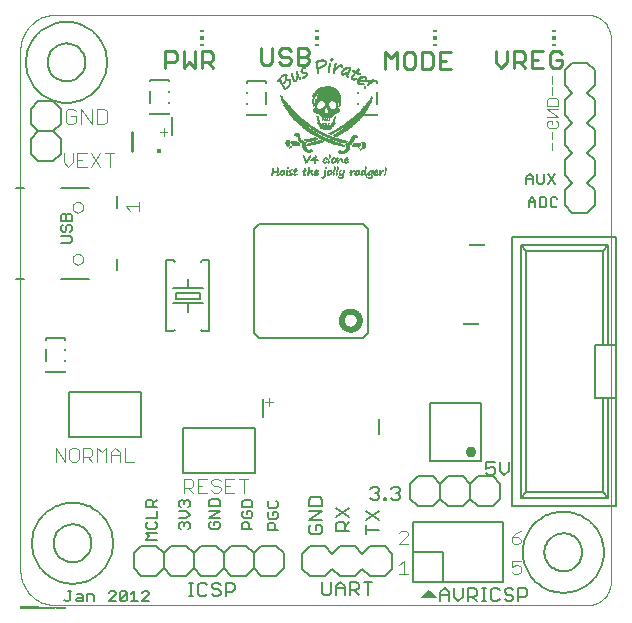
<source format=gto>
G75*
G70*
%OFA0B0*%
%FSLAX24Y24*%
%IPPOS*%
%LPD*%
%AMOC8*
5,1,8,0,0,1.08239X$1,22.5*
%
%ADD10C,0.0100*%
%ADD11C,0.0050*%
%ADD12C,0.0060*%
%ADD13C,0.0000*%
%ADD14R,0.0013X0.0007*%
%ADD15R,0.0020X0.0007*%
%ADD16R,0.0073X0.0007*%
%ADD17R,0.0047X0.0007*%
%ADD18R,0.0066X0.0007*%
%ADD19R,0.0093X0.0007*%
%ADD20R,0.0067X0.0007*%
%ADD21R,0.0093X0.0007*%
%ADD22R,0.0107X0.0007*%
%ADD23R,0.0080X0.0007*%
%ADD24R,0.0106X0.0007*%
%ADD25R,0.0119X0.0007*%
%ADD26R,0.0126X0.0007*%
%ADD27R,0.0140X0.0007*%
%ADD28R,0.0047X0.0007*%
%ADD29R,0.0047X0.0007*%
%ADD30R,0.0060X0.0007*%
%ADD31R,0.0033X0.0007*%
%ADD32R,0.0040X0.0007*%
%ADD33R,0.0033X0.0007*%
%ADD34R,0.0053X0.0007*%
%ADD35R,0.0046X0.0007*%
%ADD36R,0.0027X0.0007*%
%ADD37R,0.0046X0.0007*%
%ADD38R,0.0034X0.0007*%
%ADD39R,0.0040X0.0007*%
%ADD40R,0.0020X0.0007*%
%ADD41R,0.0006X0.0007*%
%ADD42R,0.0027X0.0007*%
%ADD43R,0.0007X0.0007*%
%ADD44R,0.0033X0.0007*%
%ADD45R,0.0034X0.0007*%
%ADD46R,0.0034X0.0007*%
%ADD47R,0.0014X0.0007*%
%ADD48R,0.0007X0.0007*%
%ADD49R,0.0013X0.0007*%
%ADD50R,0.0014X0.0007*%
%ADD51R,0.0006X0.0007*%
%ADD52R,0.0079X0.0007*%
%ADD53R,0.0054X0.0007*%
%ADD54R,0.0053X0.0007*%
%ADD55R,0.0014X0.0007*%
%ADD56R,0.0026X0.0007*%
%ADD57R,0.0034X0.0007*%
%ADD58R,0.0006X0.0007*%
%ADD59R,0.0026X0.0007*%
%ADD60R,0.0060X0.0007*%
%ADD61R,0.0027X0.0007*%
%ADD62R,0.0073X0.0007*%
%ADD63R,0.0073X0.0007*%
%ADD64R,0.0067X0.0007*%
%ADD65R,0.0066X0.0007*%
%ADD66R,0.0040X0.0007*%
%ADD67R,0.0087X0.0007*%
%ADD68R,0.0034X0.0007*%
%ADD69R,0.0120X0.0007*%
%ADD70R,0.0087X0.0007*%
%ADD71R,0.0034X0.0007*%
%ADD72R,0.0007X0.0007*%
%ADD73R,0.0093X0.0007*%
%ADD74R,0.0033X0.0007*%
%ADD75R,0.0013X0.0007*%
%ADD76R,0.0086X0.0007*%
%ADD77R,0.0066X0.0007*%
%ADD78R,0.0054X0.0007*%
%ADD79R,0.0094X0.0007*%
%ADD80R,0.0033X0.0007*%
%ADD81R,0.0007X0.0007*%
%ADD82R,0.0040X0.0007*%
%ADD83R,0.0047X0.0007*%
%ADD84R,0.0099X0.0007*%
%ADD85R,0.0034X0.0007*%
%ADD86R,0.0119X0.0007*%
%ADD87R,0.0093X0.0007*%
%ADD88R,0.0094X0.0007*%
%ADD89R,0.0033X0.0007*%
%ADD90R,0.0107X0.0007*%
%ADD91R,0.0100X0.0007*%
%ADD92R,0.0047X0.0007*%
%ADD93R,0.0080X0.0007*%
%ADD94R,0.0066X0.0007*%
%ADD95R,0.0053X0.0007*%
%ADD96R,0.0106X0.0007*%
%ADD97R,0.0026X0.0007*%
%ADD98R,0.0113X0.0007*%
%ADD99R,0.0113X0.0007*%
%ADD100R,0.0100X0.0007*%
%ADD101R,0.0120X0.0007*%
%ADD102R,0.0087X0.0007*%
%ADD103R,0.0074X0.0007*%
%ADD104R,0.0053X0.0007*%
%ADD105R,0.0054X0.0007*%
%ADD106R,0.0047X0.0007*%
%ADD107R,0.0053X0.0007*%
%ADD108R,0.0080X0.0007*%
%ADD109R,0.0073X0.0007*%
%ADD110R,0.0046X0.0007*%
%ADD111R,0.0027X0.0007*%
%ADD112R,0.0027X0.0007*%
%ADD113R,0.0093X0.0007*%
%ADD114R,0.0034X0.0007*%
%ADD115R,0.0006X0.0007*%
%ADD116R,0.0046X0.0007*%
%ADD117R,0.0026X0.0007*%
%ADD118R,0.0027X0.0007*%
%ADD119R,0.0046X0.0007*%
%ADD120R,0.0100X0.0007*%
%ADD121R,0.0027X0.0007*%
%ADD122R,0.0007X0.0007*%
%ADD123R,0.0039X0.0007*%
%ADD124R,0.0020X0.0007*%
%ADD125R,0.0073X0.0007*%
%ADD126R,0.0060X0.0007*%
%ADD127R,0.0020X0.0007*%
%ADD128R,0.0067X0.0007*%
%ADD129R,0.0006X0.0007*%
%ADD130R,0.0053X0.0007*%
%ADD131R,0.0059X0.0007*%
%ADD132R,0.0066X0.0007*%
%ADD133R,0.0080X0.0007*%
%ADD134R,0.0033X0.0007*%
%ADD135R,0.0059X0.0007*%
%ADD136R,0.0067X0.0007*%
%ADD137R,0.0026X0.0007*%
%ADD138R,0.0153X0.0007*%
%ADD139R,0.0207X0.0007*%
%ADD140R,0.0039X0.0007*%
%ADD141R,0.0207X0.0007*%
%ADD142R,0.0087X0.0007*%
%ADD143R,0.0039X0.0007*%
%ADD144R,0.0094X0.0007*%
%ADD145R,0.0026X0.0007*%
%ADD146R,0.0087X0.0007*%
%ADD147R,0.0039X0.0007*%
%ADD148R,0.0027X0.0007*%
%ADD149R,0.0134X0.0007*%
%ADD150R,0.0133X0.0007*%
%ADD151R,0.0087X0.0007*%
%ADD152R,0.0160X0.0007*%
%ADD153R,0.0047X0.0007*%
%ADD154R,0.0114X0.0007*%
%ADD155R,0.0107X0.0007*%
%ADD156R,0.0106X0.0007*%
%ADD157R,0.0100X0.0007*%
%ADD158R,0.0093X0.0007*%
%ADD159R,0.0154X0.0007*%
%ADD160R,0.0074X0.0007*%
%ADD161R,0.0153X0.0007*%
%ADD162R,0.0154X0.0007*%
%ADD163R,0.0086X0.0007*%
%ADD164R,0.0086X0.0007*%
%ADD165R,0.0054X0.0007*%
%ADD166R,0.0086X0.0007*%
%ADD167R,0.0014X0.0007*%
%ADD168R,0.0026X0.0007*%
%ADD169R,0.0073X0.0007*%
%ADD170R,0.0033X0.0007*%
%ADD171R,0.0054X0.0007*%
%ADD172R,0.0013X0.0007*%
%ADD173R,0.0013X0.0007*%
%ADD174R,0.0054X0.0007*%
%ADD175R,0.0014X0.0007*%
%ADD176R,0.0006X0.0007*%
%ADD177R,0.0046X0.0007*%
%ADD178R,0.0007X0.0007*%
%ADD179R,0.0013X0.0007*%
%ADD180R,0.0086X0.0007*%
%ADD181R,0.0114X0.0007*%
%ADD182R,0.0107X0.0007*%
%ADD183R,0.0126X0.0007*%
%ADD184R,0.0054X0.0007*%
%ADD185R,0.0094X0.0007*%
%ADD186R,0.0246X0.0007*%
%ADD187R,0.0247X0.0007*%
%ADD188R,0.0233X0.0007*%
%ADD189R,0.0166X0.0007*%
%ADD190R,0.0114X0.0007*%
%ADD191R,0.0047X0.0007*%
%ADD192R,0.0094X0.0007*%
%ADD193R,0.0026X0.0007*%
%ADD194R,0.0087X0.0007*%
%ADD195R,0.0060X0.0007*%
%ADD196R,0.0107X0.0007*%
%ADD197R,0.0146X0.0007*%
%ADD198R,0.0173X0.0007*%
%ADD199R,0.0207X0.0007*%
%ADD200R,0.0226X0.0007*%
%ADD201R,0.0240X0.0007*%
%ADD202R,0.0133X0.0007*%
%ADD203R,0.0253X0.0007*%
%ADD204R,0.0266X0.0007*%
%ADD205R,0.0186X0.0007*%
%ADD206R,0.0280X0.0007*%
%ADD207R,0.0200X0.0007*%
%ADD208R,0.0293X0.0007*%
%ADD209R,0.0219X0.0007*%
%ADD210R,0.0300X0.0007*%
%ADD211R,0.0233X0.0007*%
%ADD212R,0.0307X0.0007*%
%ADD213R,0.0239X0.0007*%
%ADD214R,0.0260X0.0007*%
%ADD215R,0.0147X0.0007*%
%ADD216R,0.0266X0.0007*%
%ADD217R,0.0147X0.0007*%
%ADD218R,0.0266X0.0007*%
%ADD219R,0.0273X0.0007*%
%ADD220R,0.0126X0.0007*%
%ADD221R,0.0279X0.0007*%
%ADD222R,0.0127X0.0007*%
%ADD223R,0.0147X0.0007*%
%ADD224R,0.0120X0.0007*%
%ADD225R,0.0133X0.0007*%
%ADD226R,0.0107X0.0007*%
%ADD227R,0.0134X0.0007*%
%ADD228R,0.0113X0.0007*%
%ADD229R,0.0039X0.0007*%
%ADD230R,0.0113X0.0007*%
%ADD231R,0.0140X0.0007*%
%ADD232R,0.0113X0.0007*%
%ADD233R,0.0140X0.0007*%
%ADD234R,0.0220X0.0007*%
%ADD235R,0.0106X0.0007*%
%ADD236R,0.0260X0.0007*%
%ADD237R,0.0147X0.0007*%
%ADD238R,0.0107X0.0007*%
%ADD239R,0.0273X0.0007*%
%ADD240R,0.0153X0.0007*%
%ADD241R,0.0066X0.0007*%
%ADD242R,0.0107X0.0007*%
%ADD243R,0.0280X0.0007*%
%ADD244R,0.0153X0.0007*%
%ADD245R,0.0094X0.0007*%
%ADD246R,0.0093X0.0007*%
%ADD247R,0.0280X0.0007*%
%ADD248R,0.0120X0.0007*%
%ADD249R,0.0160X0.0007*%
%ADD250R,0.0139X0.0007*%
%ADD251R,0.0287X0.0007*%
%ADD252R,0.0167X0.0007*%
%ADD253R,0.0133X0.0007*%
%ADD254R,0.0140X0.0007*%
%ADD255R,0.0193X0.0007*%
%ADD256R,0.0133X0.0007*%
%ADD257R,0.0279X0.0007*%
%ADD258R,0.0246X0.0007*%
%ADD259R,0.0146X0.0007*%
%ADD260R,0.0213X0.0007*%
%ADD261R,0.0147X0.0007*%
%ADD262R,0.0154X0.0007*%
%ADD263R,0.0186X0.0007*%
%ADD264R,0.0233X0.0007*%
%ADD265R,0.0266X0.0007*%
%ADD266R,0.0113X0.0007*%
%ADD267R,0.0206X0.0007*%
%ADD268R,0.0240X0.0007*%
%ADD269R,0.0167X0.0007*%
%ADD270R,0.0239X0.0007*%
%ADD271R,0.0173X0.0007*%
%ADD272R,0.0273X0.0007*%
%ADD273R,0.0127X0.0007*%
%ADD274R,0.0260X0.0007*%
%ADD275R,0.0239X0.0007*%
%ADD276R,0.0186X0.0007*%
%ADD277R,0.0126X0.0007*%
%ADD278R,0.0267X0.0007*%
%ADD279R,0.0286X0.0007*%
%ADD280R,0.0180X0.0007*%
%ADD281R,0.0253X0.0007*%
%ADD282R,0.0274X0.0007*%
%ADD283R,0.0293X0.0007*%
%ADD284R,0.0253X0.0007*%
%ADD285R,0.0153X0.0007*%
%ADD286R,0.0274X0.0007*%
%ADD287R,0.0306X0.0007*%
%ADD288R,0.0253X0.0007*%
%ADD289R,0.0160X0.0007*%
%ADD290R,0.0187X0.0007*%
%ADD291R,0.0153X0.0007*%
%ADD292R,0.0273X0.0007*%
%ADD293R,0.0320X0.0007*%
%ADD294R,0.0273X0.0007*%
%ADD295R,0.0154X0.0007*%
%ADD296R,0.0326X0.0007*%
%ADD297R,0.0253X0.0007*%
%ADD298R,0.0326X0.0007*%
%ADD299R,0.0139X0.0007*%
%ADD300R,0.0086X0.0007*%
%ADD301R,0.0319X0.0007*%
%ADD302R,0.0259X0.0007*%
%ADD303R,0.0167X0.0007*%
%ADD304R,0.0247X0.0007*%
%ADD305R,0.0307X0.0007*%
%ADD306R,0.0206X0.0007*%
%ADD307R,0.0119X0.0007*%
%ADD308R,0.0133X0.0007*%
%ADD309R,0.0146X0.0007*%
%ADD310R,0.0307X0.0007*%
%ADD311R,0.0260X0.0007*%
%ADD312R,0.0246X0.0007*%
%ADD313R,0.0127X0.0007*%
%ADD314R,0.0226X0.0007*%
%ADD315R,0.0127X0.0007*%
%ADD316R,0.0193X0.0007*%
%ADD317R,0.0286X0.0007*%
%ADD318R,0.0299X0.0007*%
%ADD319R,0.0127X0.0007*%
%ADD320R,0.0133X0.0007*%
%ADD321R,0.0146X0.0007*%
%ADD322R,0.0246X0.0007*%
%ADD323R,0.0253X0.0007*%
%ADD324R,0.0333X0.0007*%
%ADD325R,0.0113X0.0007*%
%ADD326R,0.0179X0.0007*%
%ADD327R,0.0207X0.0007*%
%ADD328R,0.0346X0.0007*%
%ADD329R,0.0340X0.0007*%
%ADD330R,0.0307X0.0007*%
%ADD331R,0.0106X0.0007*%
%ADD332R,0.0253X0.0007*%
%ADD333R,0.0293X0.0007*%
%ADD334R,0.0106X0.0007*%
%ADD335R,0.0247X0.0007*%
%ADD336R,0.0293X0.0007*%
%ADD337R,0.0106X0.0007*%
%ADD338R,0.0353X0.0007*%
%ADD339R,0.0293X0.0007*%
%ADD340R,0.0379X0.0007*%
%ADD341R,0.0279X0.0007*%
%ADD342R,0.0386X0.0007*%
%ADD343R,0.0373X0.0007*%
%ADD344R,0.0267X0.0007*%
%ADD345R,0.0114X0.0007*%
%ADD346R,0.0366X0.0007*%
%ADD347R,0.0313X0.0007*%
%ADD348R,0.0240X0.0007*%
%ADD349R,0.0226X0.0007*%
%ADD350R,0.0234X0.0007*%
%ADD351R,0.0187X0.0007*%
%ADD352R,0.0226X0.0007*%
%ADD353R,0.0146X0.0007*%
%ADD354R,0.0220X0.0007*%
%ADD355R,0.0206X0.0007*%
%ADD356R,0.0199X0.0007*%
%ADD357R,0.0199X0.0007*%
%ADD358R,0.0227X0.0007*%
%ADD359R,0.0193X0.0007*%
%ADD360R,0.0173X0.0007*%
%ADD361R,0.0193X0.0007*%
%ADD362R,0.0213X0.0007*%
%ADD363R,0.0180X0.0007*%
%ADD364R,0.0213X0.0007*%
%ADD365R,0.0173X0.0007*%
%ADD366R,0.0167X0.0007*%
%ADD367R,0.0213X0.0007*%
%ADD368R,0.0167X0.0007*%
%ADD369R,0.0206X0.0007*%
%ADD370R,0.0146X0.0007*%
%ADD371R,0.0206X0.0007*%
%ADD372R,0.0160X0.0007*%
%ADD373R,0.0174X0.0007*%
%ADD374R,0.0147X0.0007*%
%ADD375R,0.0207X0.0007*%
%ADD376R,0.0166X0.0007*%
%ADD377R,0.0207X0.0007*%
%ADD378R,0.0174X0.0007*%
%ADD379R,0.0200X0.0007*%
%ADD380R,0.0174X0.0007*%
%ADD381R,0.0200X0.0007*%
%ADD382R,0.0206X0.0007*%
%ADD383R,0.0146X0.0007*%
%ADD384R,0.0193X0.0007*%
%ADD385R,0.0066X0.0007*%
%ADD386R,0.0206X0.0007*%
%ADD387R,0.0099X0.0007*%
%ADD388R,0.0194X0.0007*%
%ADD389R,0.0200X0.0007*%
%ADD390R,0.0159X0.0007*%
%ADD391R,0.0166X0.0007*%
%ADD392R,0.0166X0.0007*%
%ADD393R,0.0186X0.0007*%
%ADD394R,0.0186X0.0007*%
%ADD395R,0.0186X0.0007*%
%ADD396R,0.0147X0.0007*%
%ADD397R,0.0187X0.0007*%
%ADD398R,0.0193X0.0007*%
%ADD399R,0.0134X0.0007*%
%ADD400R,0.0186X0.0007*%
%ADD401R,0.0133X0.0007*%
%ADD402R,0.0180X0.0007*%
%ADD403R,0.0180X0.0007*%
%ADD404R,0.0127X0.0007*%
%ADD405R,0.0127X0.0007*%
%ADD406R,0.0126X0.0007*%
%ADD407R,0.0194X0.0007*%
%ADD408R,0.0187X0.0007*%
%ADD409R,0.0320X0.0007*%
%ADD410R,0.0119X0.0007*%
%ADD411R,0.0339X0.0007*%
%ADD412R,0.0367X0.0007*%
%ADD413R,0.0379X0.0007*%
%ADD414R,0.0119X0.0007*%
%ADD415R,0.0393X0.0007*%
%ADD416R,0.0213X0.0007*%
%ADD417R,0.0406X0.0007*%
%ADD418R,0.0412X0.0007*%
%ADD419R,0.0380X0.0007*%
%ADD420R,0.0426X0.0007*%
%ADD421R,0.0372X0.0007*%
%ADD422R,0.0440X0.0007*%
%ADD423R,0.0373X0.0007*%
%ADD424R,0.0119X0.0007*%
%ADD425R,0.0446X0.0007*%
%ADD426R,0.0360X0.0007*%
%ADD427R,0.0459X0.0007*%
%ADD428R,0.0466X0.0007*%
%ADD429R,0.0367X0.0007*%
%ADD430R,0.0353X0.0007*%
%ADD431R,0.0473X0.0007*%
%ADD432R,0.0486X0.0007*%
%ADD433R,0.0347X0.0007*%
%ADD434R,0.0499X0.0007*%
%ADD435R,0.0360X0.0007*%
%ADD436R,0.0346X0.0007*%
%ADD437R,0.0346X0.0007*%
%ADD438R,0.0360X0.0007*%
%ADD439R,0.0353X0.0007*%
%ADD440R,0.0359X0.0007*%
%ADD441R,0.0347X0.0007*%
%ADD442R,0.0126X0.0007*%
%ADD443R,0.0353X0.0007*%
%ADD444R,0.0346X0.0007*%
%ADD445R,0.0014X0.0007*%
%ADD446R,0.0347X0.0007*%
%ADD447R,0.0119X0.0007*%
%ADD448R,0.0114X0.0007*%
%ADD449R,0.0340X0.0007*%
%ADD450R,0.0346X0.0007*%
%ADD451R,0.0340X0.0007*%
%ADD452R,0.0333X0.0007*%
%ADD453R,0.0346X0.0007*%
%ADD454R,0.0333X0.0007*%
%ADD455R,0.0333X0.0007*%
%ADD456R,0.0326X0.0007*%
%ADD457R,0.0327X0.0007*%
%ADD458R,0.0319X0.0007*%
%ADD459R,0.0313X0.0007*%
%ADD460R,0.0313X0.0007*%
%ADD461R,0.0319X0.0007*%
%ADD462R,0.0313X0.0007*%
%ADD463R,0.0320X0.0007*%
%ADD464R,0.0087X0.0007*%
%ADD465R,0.0313X0.0007*%
%ADD466R,0.0306X0.0007*%
%ADD467R,0.0306X0.0007*%
%ADD468R,0.0306X0.0007*%
%ADD469R,0.0306X0.0007*%
%ADD470R,0.0300X0.0007*%
%ADD471R,0.0299X0.0007*%
%ADD472R,0.0300X0.0007*%
%ADD473R,0.0006X0.0007*%
%ADD474R,0.0293X0.0007*%
%ADD475R,0.0280X0.0007*%
%ADD476R,0.0227X0.0007*%
%ADD477R,0.0074X0.0007*%
%ADD478R,0.0286X0.0007*%
%ADD479R,0.0287X0.0007*%
%ADD480R,0.0353X0.0007*%
%ADD481R,0.0366X0.0007*%
%ADD482R,0.0387X0.0007*%
%ADD483R,0.0267X0.0007*%
%ADD484R,0.0399X0.0007*%
%ADD485R,0.0413X0.0007*%
%ADD486R,0.0267X0.0007*%
%ADD487R,0.0420X0.0007*%
%ADD488R,0.0426X0.0007*%
%ADD489R,0.0439X0.0007*%
%ADD490R,0.0446X0.0007*%
%ADD491R,0.0460X0.0007*%
%ADD492R,0.0472X0.0007*%
%ADD493R,0.0479X0.0007*%
%ADD494R,0.0493X0.0007*%
%ADD495R,0.0506X0.0007*%
%ADD496R,0.0246X0.0007*%
%ADD497R,0.0533X0.0007*%
%ADD498R,0.0553X0.0007*%
%ADD499R,0.0246X0.0007*%
%ADD500R,0.0593X0.0007*%
%ADD501R,0.0233X0.0007*%
%ADD502R,0.0247X0.0007*%
%ADD503R,0.0220X0.0007*%
%ADD504R,0.0380X0.0007*%
%ADD505R,0.0233X0.0007*%
%ADD506R,0.0240X0.0007*%
%ADD507R,0.0273X0.0007*%
%ADD508R,0.0227X0.0007*%
%ADD509R,0.0320X0.0007*%
%ADD510R,0.0226X0.0007*%
%ADD511R,0.0307X0.0007*%
%ADD512R,0.0346X0.0007*%
%ADD513R,0.0359X0.0007*%
%ADD514R,0.0227X0.0007*%
%ADD515R,0.0219X0.0007*%
%ADD516R,0.0226X0.0007*%
%ADD517R,0.0227X0.0007*%
%ADD518R,0.0386X0.0007*%
%ADD519R,0.0393X0.0007*%
%ADD520R,0.0219X0.0007*%
%ADD521R,0.0379X0.0007*%
%ADD522R,0.0400X0.0007*%
%ADD523R,0.0386X0.0007*%
%ADD524R,0.0400X0.0007*%
%ADD525R,0.0406X0.0007*%
%ADD526R,0.0207X0.0007*%
%ADD527R,0.0053X0.0007*%
%ADD528R,0.0193X0.0007*%
%ADD529R,0.0074X0.0007*%
%ADD530R,0.0174X0.0007*%
%ADD531R,0.0187X0.0007*%
%ADD532R,0.0173X0.0007*%
%ADD533R,0.0046X0.0007*%
%ADD534R,0.0174X0.0007*%
%ADD535R,0.0053X0.0007*%
%ADD536R,0.0067X0.0007*%
%ADD537R,0.0126X0.0007*%
%ADD538R,0.0079X0.0007*%
%ADD539R,0.0134X0.0007*%
%ADD540R,0.0154X0.0007*%
%ADD541R,0.0094X0.0007*%
%ADD542R,0.0199X0.0007*%
%ADD543R,0.0187X0.0007*%
%ADD544R,0.0219X0.0007*%
%ADD545R,0.0099X0.0007*%
%ADD546R,0.0114X0.0007*%
%ADD547R,0.0134X0.0007*%
%ADD548R,0.0259X0.0007*%
%ADD549R,0.0299X0.0007*%
%ADD550R,0.0839X0.0007*%
%ADD551R,0.0839X0.0007*%
%ADD552R,0.0832X0.0007*%
%ADD553R,0.0832X0.0007*%
%ADD554R,0.0826X0.0007*%
%ADD555R,0.0819X0.0007*%
%ADD556R,0.0812X0.0007*%
%ADD557R,0.0812X0.0007*%
%ADD558R,0.0806X0.0007*%
%ADD559R,0.0792X0.0007*%
%ADD560R,0.0792X0.0007*%
%ADD561R,0.0792X0.0007*%
%ADD562R,0.0792X0.0007*%
%ADD563R,0.0785X0.0007*%
%ADD564R,0.0785X0.0007*%
%ADD565R,0.0785X0.0007*%
%ADD566R,0.0779X0.0007*%
%ADD567R,0.0773X0.0007*%
%ADD568R,0.0773X0.0007*%
%ADD569R,0.0773X0.0007*%
%ADD570R,0.0766X0.0007*%
%ADD571R,0.0106X0.0007*%
%ADD572R,0.0759X0.0007*%
%ADD573R,0.0752X0.0007*%
%ADD574R,0.0740X0.0007*%
%ADD575R,0.0740X0.0007*%
%ADD576R,0.0733X0.0007*%
%ADD577R,0.0726X0.0007*%
%ADD578R,0.0719X0.0007*%
%ADD579R,0.0712X0.0007*%
%ADD580R,0.0712X0.0007*%
%ADD581R,0.0700X0.0007*%
%ADD582R,0.0846X0.0007*%
%ADD583R,0.0833X0.0007*%
%ADD584R,0.0826X0.0007*%
%ADD585R,0.0819X0.0007*%
%ADD586R,0.0806X0.0007*%
%ADD587R,0.0799X0.0007*%
%ADD588R,0.0786X0.0007*%
%ADD589R,0.0766X0.0007*%
%ADD590R,0.0753X0.0007*%
%ADD591R,0.0739X0.0007*%
%ADD592R,0.0726X0.0007*%
%ADD593R,0.0713X0.0007*%
%ADD594R,0.0699X0.0007*%
%ADD595R,0.0693X0.0007*%
%ADD596R,0.0679X0.0007*%
%ADD597R,0.0659X0.0007*%
%ADD598R,0.0646X0.0007*%
%ADD599R,0.0633X0.0007*%
%ADD600R,0.0613X0.0007*%
%ADD601R,0.0599X0.0007*%
%ADD602R,0.0573X0.0007*%
%ADD603R,0.0559X0.0007*%
%ADD604R,0.0533X0.0007*%
%ADD605R,0.0513X0.0007*%
%ADD606R,0.0486X0.0007*%
%ADD607R,0.0459X0.0007*%
%ADD608R,0.0433X0.0007*%
%ADD609R,0.0074X0.0007*%
%ADD610R,0.0074X0.0007*%
%ADD611R,0.0067X0.0007*%
%ADD612R,0.0067X0.0007*%
%ADD613R,0.0067X0.0007*%
%ADD614R,0.0013X0.0007*%
%ADD615R,0.0073X0.0007*%
%ADD616R,0.0073X0.0007*%
%ADD617R,0.0126X0.0007*%
%ADD618R,0.0086X0.0007*%
%ADD619R,0.0313X0.0007*%
%ADD620R,0.0167X0.0007*%
%ADD621R,0.0099X0.0007*%
%ADD622R,0.0139X0.0007*%
%ADD623R,0.0246X0.0007*%
%ADD624R,0.0174X0.0007*%
%ADD625R,0.0154X0.0007*%
%ADD626R,0.0119X0.0007*%
%ADD627R,0.0007X0.0007*%
%ADD628R,0.0173X0.0007*%
%ADD629R,0.0074X0.0007*%
%ADD630R,0.0046X0.0007*%
%ADD631R,0.0339X0.0007*%
%ADD632C,0.0040*%
%ADD633R,0.0118X0.0059*%
%ADD634R,0.0118X0.0118*%
%ADD635R,0.0157X0.0118*%
%ADD636C,0.0030*%
%ADD637C,0.0362*%
%ADD638C,0.0080*%
%ADD639C,0.0200*%
%ADD640R,0.0039X0.0551*%
%ADD641R,0.0079X0.0551*%
%ADD642R,0.0079X0.0039*%
%ADD643R,0.0551X0.0039*%
%ADD644R,0.0551X0.0079*%
%ADD645R,0.0039X0.0079*%
%ADD646C,0.0025*%
D10*
X006361Y015684D02*
X006371Y015684D01*
X006371Y016314D01*
X007480Y018453D02*
X007480Y019013D01*
X007761Y019013D01*
X007854Y018920D01*
X007854Y018733D01*
X007761Y018639D01*
X007480Y018639D01*
X008088Y018453D02*
X008275Y018639D01*
X008462Y018453D01*
X008462Y019013D01*
X008696Y019013D02*
X008976Y019013D01*
X009070Y018920D01*
X009070Y018733D01*
X008976Y018639D01*
X008696Y018639D01*
X008696Y018453D02*
X008696Y019013D01*
X008883Y018639D02*
X009070Y018453D01*
X008088Y018453D02*
X008088Y019013D01*
X010667Y019113D02*
X010667Y018646D01*
X010760Y018553D01*
X010947Y018553D01*
X011040Y018646D01*
X011040Y019113D01*
X011274Y019020D02*
X011274Y018926D01*
X011368Y018833D01*
X011555Y018833D01*
X011648Y018739D01*
X011648Y018646D01*
X011555Y018553D01*
X011368Y018553D01*
X011274Y018646D01*
X011274Y019020D02*
X011368Y019113D01*
X011555Y019113D01*
X011648Y019020D01*
X011882Y019113D02*
X012162Y019113D01*
X012256Y019020D01*
X012256Y018926D01*
X012162Y018833D01*
X011882Y018833D01*
X011882Y018553D02*
X011882Y019113D01*
X012162Y018833D02*
X012256Y018739D01*
X012256Y018646D01*
X012162Y018553D01*
X011882Y018553D01*
X014813Y018423D02*
X014813Y018983D01*
X015000Y018796D01*
X015187Y018983D01*
X015187Y018423D01*
X015421Y018516D02*
X015514Y018423D01*
X015701Y018423D01*
X015794Y018516D01*
X015794Y018890D01*
X015701Y018983D01*
X015514Y018983D01*
X015421Y018890D01*
X015421Y018516D01*
X016029Y018423D02*
X016029Y018983D01*
X016309Y018983D01*
X016402Y018890D01*
X016402Y018516D01*
X016309Y018423D01*
X016029Y018423D01*
X016636Y018423D02*
X017010Y018423D01*
X016636Y018423D02*
X016636Y018983D01*
X017010Y018983D01*
X016823Y018703D02*
X016636Y018703D01*
X018490Y018639D02*
X018677Y018453D01*
X018864Y018639D01*
X018864Y019013D01*
X019098Y019013D02*
X019378Y019013D01*
X019471Y018920D01*
X019471Y018733D01*
X019378Y018639D01*
X019098Y018639D01*
X019098Y018453D02*
X019098Y019013D01*
X019705Y019013D02*
X019705Y018453D01*
X020079Y018453D01*
X020313Y018546D02*
X020406Y018453D01*
X020593Y018453D01*
X020687Y018546D01*
X020687Y018733D01*
X020500Y018733D01*
X020687Y018920D02*
X020593Y019013D01*
X020406Y019013D01*
X020313Y018920D01*
X020313Y018546D01*
X019892Y018733D02*
X019705Y018733D01*
X019705Y019013D02*
X020079Y019013D01*
X019471Y018453D02*
X019284Y018639D01*
X018490Y018639D02*
X018490Y019013D01*
D11*
X007698Y016816D02*
X007698Y016216D01*
X007698Y016816D01*
X004932Y014462D02*
X003987Y014462D01*
X002766Y014462D02*
X002491Y014462D01*
X004004Y013540D02*
X004063Y013599D01*
X004121Y013599D01*
X004180Y013540D01*
X004180Y013365D01*
X004238Y013230D02*
X004296Y013230D01*
X004355Y013172D01*
X004355Y013055D01*
X004296Y012997D01*
X004180Y013055D02*
X004180Y013172D01*
X004238Y013230D01*
X004063Y013230D02*
X004004Y013172D01*
X004004Y013055D01*
X004063Y012997D01*
X004121Y012997D01*
X004180Y013055D01*
X004296Y012862D02*
X004004Y012862D01*
X004004Y012629D02*
X004296Y012629D01*
X004355Y012687D01*
X004355Y012804D01*
X004296Y012862D01*
X004355Y013365D02*
X004004Y013365D01*
X004004Y013540D01*
X004180Y013540D02*
X004238Y013599D01*
X004296Y013599D01*
X004355Y013540D01*
X004355Y013365D01*
X005857Y013792D02*
X005857Y014186D01*
X005857Y012099D02*
X005857Y011706D01*
X004932Y011430D02*
X003987Y011430D01*
X002766Y011430D02*
X002491Y011430D01*
X007507Y012039D02*
X007507Y009677D01*
X007744Y009677D01*
X007783Y009717D01*
X008216Y010308D02*
X008216Y010608D01*
X007716Y010608D01*
X007816Y010758D02*
X008616Y010758D01*
X008616Y010958D01*
X007816Y010958D01*
X007816Y010758D01*
X008216Y010608D02*
X008716Y010608D01*
X008716Y011108D02*
X008216Y011108D01*
X008216Y011408D01*
X008216Y011108D02*
X007716Y011108D01*
X007783Y012000D02*
X007744Y012039D01*
X007507Y012039D01*
X008649Y012000D02*
X008688Y012039D01*
X008925Y012039D01*
X008925Y009677D01*
X008688Y009677D01*
X008649Y009717D01*
X006661Y007667D02*
X006661Y006167D01*
X004261Y006167D01*
X004261Y007667D01*
X006661Y007667D01*
X008051Y006454D02*
X010451Y006454D01*
X010451Y004954D01*
X008051Y004954D01*
X008051Y006454D01*
X010744Y006815D02*
X010744Y007415D01*
X010744Y006815D01*
X010321Y004063D02*
X010088Y004063D01*
X010029Y004004D01*
X010029Y003829D01*
X010379Y003829D01*
X010379Y004004D01*
X010321Y004063D01*
X010321Y003694D02*
X010204Y003694D01*
X010204Y003578D01*
X010088Y003694D02*
X010029Y003636D01*
X010029Y003519D01*
X010088Y003461D01*
X010321Y003461D01*
X010379Y003519D01*
X010379Y003636D01*
X010321Y003694D01*
X010884Y003609D02*
X010884Y003492D01*
X010943Y003434D01*
X011176Y003434D01*
X011235Y003492D01*
X011235Y003609D01*
X011176Y003667D01*
X011059Y003667D01*
X011059Y003550D01*
X010943Y003667D02*
X010884Y003609D01*
X010943Y003802D02*
X010884Y003860D01*
X010884Y003977D01*
X010943Y004035D01*
X010943Y003802D02*
X011176Y003802D01*
X011235Y003860D01*
X011235Y003977D01*
X011176Y004035D01*
X011059Y003299D02*
X011118Y003240D01*
X011118Y003065D01*
X011235Y003065D02*
X010884Y003065D01*
X010884Y003240D01*
X010943Y003299D01*
X011059Y003299D01*
X010379Y003092D02*
X010029Y003092D01*
X010029Y003268D01*
X010088Y003326D01*
X010204Y003326D01*
X010263Y003268D01*
X010263Y003092D01*
X009281Y003161D02*
X009281Y003278D01*
X009222Y003337D01*
X009105Y003337D01*
X009105Y003220D01*
X008989Y003337D02*
X008930Y003278D01*
X008930Y003161D01*
X008989Y003103D01*
X009222Y003103D01*
X009281Y003161D01*
X009281Y003471D02*
X008930Y003471D01*
X009281Y003705D01*
X008930Y003705D01*
X008930Y003840D02*
X008930Y004015D01*
X008989Y004073D01*
X009222Y004073D01*
X009281Y004015D01*
X009281Y003840D01*
X008930Y003840D01*
X008283Y003868D02*
X008283Y003985D01*
X008225Y004043D01*
X008166Y004043D01*
X008108Y003985D01*
X008108Y003926D01*
X008108Y003985D02*
X008049Y004043D01*
X007991Y004043D01*
X007933Y003985D01*
X007933Y003868D01*
X007991Y003809D01*
X007933Y003675D02*
X008166Y003675D01*
X008283Y003558D01*
X008166Y003441D01*
X007933Y003441D01*
X007991Y003306D02*
X008049Y003306D01*
X008108Y003248D01*
X008166Y003306D01*
X008225Y003306D01*
X008283Y003248D01*
X008283Y003131D01*
X008225Y003073D01*
X008108Y003190D02*
X008108Y003248D01*
X007991Y003306D02*
X007933Y003248D01*
X007933Y003131D01*
X007991Y003073D01*
X007181Y003153D02*
X007181Y003270D01*
X007122Y003329D01*
X007181Y003463D02*
X007181Y003697D01*
X007181Y003832D02*
X006830Y003832D01*
X006830Y004007D01*
X006889Y004065D01*
X007005Y004065D01*
X007064Y004007D01*
X007064Y003832D01*
X007064Y003948D02*
X007181Y004065D01*
X007181Y003463D02*
X006830Y003463D01*
X006889Y003329D02*
X006830Y003270D01*
X006830Y003153D01*
X006889Y003095D01*
X007122Y003095D01*
X007181Y003153D01*
X007181Y002960D02*
X006830Y002960D01*
X006947Y002843D01*
X006830Y002727D01*
X007181Y002727D01*
X008225Y003809D02*
X008283Y003868D01*
X006866Y001027D02*
X006749Y001027D01*
X006691Y000969D01*
X006866Y001027D02*
X006924Y000969D01*
X006924Y000910D01*
X006691Y000677D01*
X006924Y000677D01*
X006556Y000677D02*
X006322Y000677D01*
X006439Y000677D02*
X006439Y001027D01*
X006322Y000910D01*
X006188Y000969D02*
X005954Y000735D01*
X006012Y000677D01*
X006129Y000677D01*
X006188Y000735D01*
X006188Y000969D01*
X006129Y001027D01*
X006012Y001027D01*
X005954Y000969D01*
X005954Y000735D01*
X005819Y000677D02*
X005586Y000677D01*
X005819Y000910D01*
X005819Y000969D01*
X005761Y001027D01*
X005644Y001027D01*
X005586Y000969D01*
X005083Y000852D02*
X005083Y000677D01*
X005083Y000852D02*
X005024Y000910D01*
X004849Y000910D01*
X004849Y000677D01*
X004714Y000677D02*
X004539Y000677D01*
X004481Y000735D01*
X004539Y000794D01*
X004714Y000794D01*
X004714Y000852D02*
X004714Y000677D01*
X004714Y000852D02*
X004656Y000910D01*
X004539Y000910D01*
X004346Y001027D02*
X004229Y001027D01*
X004288Y001027D02*
X004288Y000735D01*
X004229Y000677D01*
X004171Y000677D01*
X004113Y000735D01*
X015745Y001308D02*
X016745Y001308D01*
X016745Y002308D01*
X015745Y002308D01*
X015745Y003308D01*
X018745Y003308D01*
X018745Y001308D01*
X016745Y001308D01*
X015745Y001308D02*
X015745Y002308D01*
D12*
X014611Y003071D02*
X014170Y003071D01*
X014170Y002924D02*
X014170Y003218D01*
X014170Y003385D02*
X014611Y003678D01*
X014611Y003385D02*
X014170Y003678D01*
X014384Y004054D02*
X014311Y004128D01*
X014384Y004054D02*
X014531Y004054D01*
X014604Y004128D01*
X014604Y004201D01*
X014531Y004274D01*
X014457Y004274D01*
X014531Y004274D02*
X014604Y004348D01*
X014604Y004421D01*
X014531Y004495D01*
X014384Y004495D01*
X014311Y004421D01*
X014771Y004128D02*
X014844Y004128D01*
X014844Y004054D01*
X014771Y004054D01*
X014771Y004128D01*
X015001Y004128D02*
X015075Y004054D01*
X015221Y004054D01*
X015295Y004128D01*
X015295Y004201D01*
X015221Y004274D01*
X015148Y004274D01*
X015221Y004274D02*
X015295Y004348D01*
X015295Y004421D01*
X015221Y004495D01*
X015075Y004495D01*
X015001Y004421D01*
X015641Y004594D02*
X015891Y004844D01*
X016391Y004844D01*
X016641Y004594D01*
X016891Y004844D01*
X017391Y004844D01*
X017641Y004594D01*
X017891Y004844D01*
X018391Y004844D01*
X018641Y004594D01*
X018641Y004094D01*
X018391Y003844D01*
X017891Y003844D01*
X017641Y004094D01*
X017391Y003844D01*
X016891Y003844D01*
X016641Y004094D01*
X016391Y003844D01*
X015891Y003844D01*
X015641Y004094D01*
X015641Y004594D01*
X016641Y004594D02*
X016641Y004094D01*
X017641Y004094D02*
X017641Y004594D01*
X018171Y004948D02*
X018244Y004874D01*
X018391Y004874D01*
X018464Y004948D01*
X018464Y005094D01*
X018391Y005168D01*
X018317Y005168D01*
X018171Y005094D01*
X018171Y005315D01*
X018464Y005315D01*
X018631Y005315D02*
X018631Y005021D01*
X018778Y004874D01*
X018925Y005021D01*
X018925Y005315D01*
X019498Y004317D02*
X019317Y004136D01*
X022238Y004136D01*
X022057Y004317D01*
X022057Y007454D01*
X022238Y007454D02*
X022238Y004136D01*
X022057Y004317D02*
X019498Y004317D01*
X019498Y012364D01*
X019317Y012545D01*
X022238Y012545D01*
X022057Y012364D01*
X022057Y009226D01*
X022238Y009226D02*
X022238Y012545D01*
X022057Y012364D02*
X019498Y012364D01*
X019317Y012545D02*
X019317Y004136D01*
X019045Y003864D02*
X022510Y003864D01*
X022510Y007454D01*
X021786Y007454D01*
X021786Y009226D01*
X022510Y009226D01*
X022510Y007454D01*
X022510Y009226D02*
X022510Y012817D01*
X019045Y012817D01*
X019045Y003864D01*
X019391Y002314D02*
X019393Y002387D01*
X019399Y002460D01*
X019409Y002532D01*
X019423Y002604D01*
X019440Y002675D01*
X019462Y002745D01*
X019487Y002814D01*
X019516Y002881D01*
X019548Y002946D01*
X019584Y003010D01*
X019624Y003072D01*
X019666Y003131D01*
X019712Y003188D01*
X019761Y003242D01*
X019813Y003294D01*
X019867Y003343D01*
X019924Y003389D01*
X019983Y003431D01*
X020045Y003471D01*
X020109Y003507D01*
X020174Y003539D01*
X020241Y003568D01*
X020310Y003593D01*
X020380Y003615D01*
X020451Y003632D01*
X020523Y003646D01*
X020595Y003656D01*
X020668Y003662D01*
X020741Y003664D01*
X020814Y003662D01*
X020887Y003656D01*
X020959Y003646D01*
X021031Y003632D01*
X021102Y003615D01*
X021172Y003593D01*
X021241Y003568D01*
X021308Y003539D01*
X021373Y003507D01*
X021437Y003471D01*
X021499Y003431D01*
X021558Y003389D01*
X021615Y003343D01*
X021669Y003294D01*
X021721Y003242D01*
X021770Y003188D01*
X021816Y003131D01*
X021858Y003072D01*
X021898Y003010D01*
X021934Y002946D01*
X021966Y002881D01*
X021995Y002814D01*
X022020Y002745D01*
X022042Y002675D01*
X022059Y002604D01*
X022073Y002532D01*
X022083Y002460D01*
X022089Y002387D01*
X022091Y002314D01*
X022089Y002241D01*
X022083Y002168D01*
X022073Y002096D01*
X022059Y002024D01*
X022042Y001953D01*
X022020Y001883D01*
X021995Y001814D01*
X021966Y001747D01*
X021934Y001682D01*
X021898Y001618D01*
X021858Y001556D01*
X021816Y001497D01*
X021770Y001440D01*
X021721Y001386D01*
X021669Y001334D01*
X021615Y001285D01*
X021558Y001239D01*
X021499Y001197D01*
X021437Y001157D01*
X021373Y001121D01*
X021308Y001089D01*
X021241Y001060D01*
X021172Y001035D01*
X021102Y001013D01*
X021031Y000996D01*
X020959Y000982D01*
X020887Y000972D01*
X020814Y000966D01*
X020741Y000964D01*
X020668Y000966D01*
X020595Y000972D01*
X020523Y000982D01*
X020451Y000996D01*
X020380Y001013D01*
X020310Y001035D01*
X020241Y001060D01*
X020174Y001089D01*
X020109Y001121D01*
X020045Y001157D01*
X019983Y001197D01*
X019924Y001239D01*
X019867Y001285D01*
X019813Y001334D01*
X019761Y001386D01*
X019712Y001440D01*
X019666Y001497D01*
X019624Y001556D01*
X019584Y001618D01*
X019548Y001682D01*
X019516Y001747D01*
X019487Y001814D01*
X019462Y001883D01*
X019440Y001953D01*
X019423Y002024D01*
X019409Y002096D01*
X019399Y002168D01*
X019393Y002241D01*
X019391Y002314D01*
X019463Y001118D02*
X019537Y001045D01*
X019537Y000898D01*
X019463Y000825D01*
X019243Y000825D01*
X019243Y000678D02*
X019243Y001118D01*
X019463Y001118D01*
X019077Y001045D02*
X019003Y001118D01*
X018856Y001118D01*
X018783Y001045D01*
X018783Y000972D01*
X018856Y000898D01*
X019003Y000898D01*
X019077Y000825D01*
X019077Y000751D01*
X019003Y000678D01*
X018856Y000678D01*
X018783Y000751D01*
X018616Y000751D02*
X018543Y000678D01*
X018396Y000678D01*
X018323Y000751D01*
X018323Y001045D01*
X018396Y001118D01*
X018543Y001118D01*
X018616Y001045D01*
X018162Y001118D02*
X018016Y001118D01*
X018089Y001118D02*
X018089Y000678D01*
X018016Y000678D02*
X018162Y000678D01*
X017849Y000678D02*
X017702Y000825D01*
X017776Y000825D02*
X017555Y000825D01*
X017555Y000678D02*
X017555Y001118D01*
X017776Y001118D01*
X017849Y001045D01*
X017849Y000898D01*
X017776Y000825D01*
X017389Y000825D02*
X017389Y001118D01*
X017389Y000825D02*
X017242Y000678D01*
X017095Y000825D01*
X017095Y001118D01*
X016928Y000972D02*
X016928Y000678D01*
X016928Y000898D02*
X016635Y000898D01*
X016635Y000972D02*
X016635Y000678D01*
X016635Y000972D02*
X016781Y001118D01*
X016928Y000972D01*
X014375Y001335D02*
X014082Y001335D01*
X014228Y001335D02*
X014228Y000894D01*
X013915Y000894D02*
X013768Y001041D01*
X013841Y001041D02*
X013621Y001041D01*
X013621Y000894D02*
X013621Y001335D01*
X013841Y001335D01*
X013915Y001261D01*
X013915Y001114D01*
X013841Y001041D01*
X013455Y001114D02*
X013161Y001114D01*
X013161Y001188D02*
X013161Y000894D01*
X012994Y000968D02*
X012921Y000894D01*
X012774Y000894D01*
X012701Y000968D01*
X012701Y001335D01*
X012994Y001335D02*
X012994Y000968D01*
X013161Y001188D02*
X013308Y001335D01*
X013455Y001188D01*
X013455Y000894D01*
X011414Y001772D02*
X011164Y001522D01*
X010664Y001522D01*
X010414Y001772D01*
X010164Y001522D01*
X009664Y001522D01*
X009414Y001772D01*
X009164Y001522D01*
X008664Y001522D01*
X008414Y001772D01*
X008164Y001522D01*
X007664Y001522D01*
X007414Y001772D01*
X007164Y001522D01*
X006664Y001522D01*
X006414Y001772D01*
X006414Y002272D01*
X006664Y002522D01*
X007164Y002522D01*
X007414Y002272D01*
X007664Y002522D01*
X008164Y002522D01*
X008414Y002272D01*
X008414Y001772D01*
X008406Y001294D02*
X008259Y001294D01*
X008333Y001294D02*
X008333Y000854D01*
X008406Y000854D02*
X008259Y000854D01*
X008566Y000927D02*
X008640Y000854D01*
X008786Y000854D01*
X008860Y000927D01*
X009027Y000927D02*
X009100Y000854D01*
X009247Y000854D01*
X009320Y000927D01*
X009320Y001001D01*
X009247Y001074D01*
X009100Y001074D01*
X009027Y001148D01*
X009027Y001221D01*
X009100Y001294D01*
X009247Y001294D01*
X009320Y001221D01*
X009487Y001294D02*
X009707Y001294D01*
X009781Y001221D01*
X009781Y001074D01*
X009707Y001001D01*
X009487Y001001D01*
X009487Y000854D02*
X009487Y001294D01*
X008860Y001221D02*
X008786Y001294D01*
X008640Y001294D01*
X008566Y001221D01*
X008566Y000927D01*
X009414Y001772D02*
X009414Y002272D01*
X009664Y002522D01*
X010164Y002522D01*
X010414Y002272D01*
X010664Y002522D01*
X011164Y002522D01*
X011414Y002272D01*
X011414Y001772D01*
X010414Y001772D02*
X010414Y002272D01*
X009414Y002272D02*
X009164Y002522D01*
X008664Y002522D01*
X008414Y002272D01*
X007414Y002272D02*
X007414Y001772D01*
X003031Y002614D02*
X003033Y002687D01*
X003039Y002760D01*
X003049Y002832D01*
X003063Y002904D01*
X003080Y002975D01*
X003102Y003045D01*
X003127Y003114D01*
X003156Y003181D01*
X003188Y003246D01*
X003224Y003310D01*
X003264Y003372D01*
X003306Y003431D01*
X003352Y003488D01*
X003401Y003542D01*
X003453Y003594D01*
X003507Y003643D01*
X003564Y003689D01*
X003623Y003731D01*
X003685Y003771D01*
X003749Y003807D01*
X003814Y003839D01*
X003881Y003868D01*
X003950Y003893D01*
X004020Y003915D01*
X004091Y003932D01*
X004163Y003946D01*
X004235Y003956D01*
X004308Y003962D01*
X004381Y003964D01*
X004454Y003962D01*
X004527Y003956D01*
X004599Y003946D01*
X004671Y003932D01*
X004742Y003915D01*
X004812Y003893D01*
X004881Y003868D01*
X004948Y003839D01*
X005013Y003807D01*
X005077Y003771D01*
X005139Y003731D01*
X005198Y003689D01*
X005255Y003643D01*
X005309Y003594D01*
X005361Y003542D01*
X005410Y003488D01*
X005456Y003431D01*
X005498Y003372D01*
X005538Y003310D01*
X005574Y003246D01*
X005606Y003181D01*
X005635Y003114D01*
X005660Y003045D01*
X005682Y002975D01*
X005699Y002904D01*
X005713Y002832D01*
X005723Y002760D01*
X005729Y002687D01*
X005731Y002614D01*
X005729Y002541D01*
X005723Y002468D01*
X005713Y002396D01*
X005699Y002324D01*
X005682Y002253D01*
X005660Y002183D01*
X005635Y002114D01*
X005606Y002047D01*
X005574Y001982D01*
X005538Y001918D01*
X005498Y001856D01*
X005456Y001797D01*
X005410Y001740D01*
X005361Y001686D01*
X005309Y001634D01*
X005255Y001585D01*
X005198Y001539D01*
X005139Y001497D01*
X005077Y001457D01*
X005013Y001421D01*
X004948Y001389D01*
X004881Y001360D01*
X004812Y001335D01*
X004742Y001313D01*
X004671Y001296D01*
X004599Y001282D01*
X004527Y001272D01*
X004454Y001266D01*
X004381Y001264D01*
X004308Y001266D01*
X004235Y001272D01*
X004163Y001282D01*
X004091Y001296D01*
X004020Y001313D01*
X003950Y001335D01*
X003881Y001360D01*
X003814Y001389D01*
X003749Y001421D01*
X003685Y001457D01*
X003623Y001497D01*
X003564Y001539D01*
X003507Y001585D01*
X003453Y001634D01*
X003401Y001686D01*
X003352Y001740D01*
X003306Y001797D01*
X003264Y001856D01*
X003224Y001918D01*
X003188Y001982D01*
X003156Y002047D01*
X003127Y002114D01*
X003102Y002183D01*
X003080Y002253D01*
X003063Y002324D01*
X003049Y002396D01*
X003039Y002468D01*
X003033Y002541D01*
X003031Y002614D01*
X012270Y002998D02*
X012344Y002924D01*
X012637Y002924D01*
X012711Y002998D01*
X012711Y003144D01*
X012637Y003218D01*
X012490Y003218D01*
X012490Y003071D01*
X012344Y003218D02*
X012270Y003144D01*
X012270Y002998D01*
X012270Y003385D02*
X012711Y003678D01*
X012270Y003678D01*
X012270Y003845D02*
X012270Y004065D01*
X012344Y004139D01*
X012637Y004139D01*
X012711Y004065D01*
X012711Y003845D01*
X012270Y003845D01*
X012270Y003385D02*
X012711Y003385D01*
X013170Y003485D02*
X013611Y003778D01*
X013611Y003485D02*
X013170Y003778D01*
X013244Y003318D02*
X013390Y003318D01*
X013464Y003244D01*
X013464Y003024D01*
X013611Y003024D02*
X013170Y003024D01*
X013170Y003244D01*
X013244Y003318D01*
X013464Y003171D02*
X013611Y003318D01*
X004125Y008319D02*
X003487Y008319D01*
X003487Y008356D01*
X003487Y008673D02*
X003487Y009084D01*
X003487Y009402D02*
X003487Y009439D01*
X004125Y009439D01*
X004125Y009402D01*
X004125Y009084D02*
X004125Y009047D01*
X004125Y008710D02*
X004125Y008673D01*
X004125Y008356D02*
X004125Y008319D01*
X003743Y015341D02*
X003243Y015341D01*
X002993Y015591D01*
X002993Y016091D01*
X003243Y016341D01*
X002993Y016591D01*
X002993Y017091D01*
X003243Y017341D01*
X003743Y017341D01*
X003993Y017091D01*
X003993Y016591D01*
X003743Y016341D01*
X003993Y016091D01*
X003993Y015591D01*
X003743Y015341D01*
X003743Y016341D02*
X003243Y016341D01*
X006950Y016926D02*
X006950Y016963D01*
X006950Y016926D02*
X007587Y016926D01*
X007587Y016963D01*
X007587Y017280D02*
X007587Y017317D01*
X007587Y017654D02*
X007587Y017691D01*
X006950Y017691D02*
X006950Y017280D01*
X006950Y018009D02*
X006950Y018046D01*
X007587Y018046D01*
X007587Y018009D01*
X010210Y017969D02*
X010210Y018006D01*
X010847Y018006D01*
X010847Y017969D01*
X010847Y017651D02*
X010847Y017240D01*
X010847Y016923D02*
X010847Y016886D01*
X010210Y016886D01*
X010210Y016923D01*
X010210Y017240D02*
X010210Y017277D01*
X010210Y017614D02*
X010210Y017651D01*
X013910Y017614D02*
X013910Y017651D01*
X013910Y017969D02*
X013910Y018006D01*
X014547Y018006D01*
X014547Y017969D01*
X014547Y017651D02*
X014547Y017240D01*
X014547Y016923D02*
X014547Y016886D01*
X013910Y016886D01*
X013910Y016923D01*
X013910Y017240D02*
X013910Y017277D01*
X019503Y014823D02*
X019503Y014596D01*
X019503Y014766D02*
X019730Y014766D01*
X019730Y014823D02*
X019730Y014596D01*
X019871Y014653D02*
X019928Y014596D01*
X020042Y014596D01*
X020098Y014653D01*
X020098Y014936D01*
X020240Y014936D02*
X020467Y014596D01*
X020240Y014596D02*
X020467Y014936D01*
X019871Y014936D02*
X019871Y014653D01*
X019730Y014823D02*
X019617Y014936D01*
X019503Y014823D01*
X019695Y014146D02*
X019809Y014033D01*
X019809Y013806D01*
X019950Y013806D02*
X020120Y013806D01*
X020177Y013863D01*
X020177Y014090D01*
X020120Y014146D01*
X019950Y014146D01*
X019950Y013806D01*
X019809Y013976D02*
X019582Y013976D01*
X019582Y014033D02*
X019695Y014146D01*
X019582Y014033D02*
X019582Y013806D01*
X020319Y013863D02*
X020375Y013806D01*
X020489Y013806D01*
X020545Y013863D01*
X020319Y013863D02*
X020319Y014090D01*
X020375Y014146D01*
X020489Y014146D01*
X020545Y014090D01*
X002831Y018644D02*
X002833Y018717D01*
X002839Y018790D01*
X002849Y018862D01*
X002863Y018934D01*
X002880Y019005D01*
X002902Y019075D01*
X002927Y019144D01*
X002956Y019211D01*
X002988Y019276D01*
X003024Y019340D01*
X003064Y019402D01*
X003106Y019461D01*
X003152Y019518D01*
X003201Y019572D01*
X003253Y019624D01*
X003307Y019673D01*
X003364Y019719D01*
X003423Y019761D01*
X003485Y019801D01*
X003549Y019837D01*
X003614Y019869D01*
X003681Y019898D01*
X003750Y019923D01*
X003820Y019945D01*
X003891Y019962D01*
X003963Y019976D01*
X004035Y019986D01*
X004108Y019992D01*
X004181Y019994D01*
X004254Y019992D01*
X004327Y019986D01*
X004399Y019976D01*
X004471Y019962D01*
X004542Y019945D01*
X004612Y019923D01*
X004681Y019898D01*
X004748Y019869D01*
X004813Y019837D01*
X004877Y019801D01*
X004939Y019761D01*
X004998Y019719D01*
X005055Y019673D01*
X005109Y019624D01*
X005161Y019572D01*
X005210Y019518D01*
X005256Y019461D01*
X005298Y019402D01*
X005338Y019340D01*
X005374Y019276D01*
X005406Y019211D01*
X005435Y019144D01*
X005460Y019075D01*
X005482Y019005D01*
X005499Y018934D01*
X005513Y018862D01*
X005523Y018790D01*
X005529Y018717D01*
X005531Y018644D01*
X005529Y018571D01*
X005523Y018498D01*
X005513Y018426D01*
X005499Y018354D01*
X005482Y018283D01*
X005460Y018213D01*
X005435Y018144D01*
X005406Y018077D01*
X005374Y018012D01*
X005338Y017948D01*
X005298Y017886D01*
X005256Y017827D01*
X005210Y017770D01*
X005161Y017716D01*
X005109Y017664D01*
X005055Y017615D01*
X004998Y017569D01*
X004939Y017527D01*
X004877Y017487D01*
X004813Y017451D01*
X004748Y017419D01*
X004681Y017390D01*
X004612Y017365D01*
X004542Y017343D01*
X004471Y017326D01*
X004399Y017312D01*
X004327Y017302D01*
X004254Y017296D01*
X004181Y017294D01*
X004108Y017296D01*
X004035Y017302D01*
X003963Y017312D01*
X003891Y017326D01*
X003820Y017343D01*
X003750Y017365D01*
X003681Y017390D01*
X003614Y017419D01*
X003549Y017451D01*
X003485Y017487D01*
X003423Y017527D01*
X003364Y017569D01*
X003307Y017615D01*
X003253Y017664D01*
X003201Y017716D01*
X003152Y017770D01*
X003106Y017827D01*
X003064Y017886D01*
X003024Y017948D01*
X002988Y018012D01*
X002956Y018077D01*
X002927Y018144D01*
X002902Y018213D01*
X002880Y018283D01*
X002863Y018354D01*
X002849Y018426D01*
X002839Y018498D01*
X002833Y018571D01*
X002831Y018644D01*
D13*
X002641Y000461D02*
X002657Y000461D01*
X002663Y000467D01*
X002663Y000489D01*
X002657Y000494D01*
X002641Y000494D01*
X002641Y000461D01*
X002671Y000461D02*
X002671Y000467D01*
X002676Y000467D01*
X002676Y000461D01*
X002671Y000461D01*
X002686Y000461D02*
X002708Y000494D01*
X002716Y000494D02*
X002727Y000483D01*
X002739Y000494D01*
X002739Y000461D01*
X002747Y000467D02*
X002752Y000461D01*
X002769Y000461D01*
X002769Y000456D02*
X002763Y000450D01*
X002758Y000450D01*
X002769Y000456D02*
X002769Y000483D01*
X002766Y000504D02*
X002763Y000507D01*
X002763Y000518D01*
X002763Y000507D01*
X002766Y000504D01*
X002770Y000507D02*
X002773Y000504D01*
X002781Y000504D01*
X002781Y000515D01*
X002781Y000504D01*
X002773Y000504D01*
X002770Y000507D01*
X002770Y000515D01*
X002770Y000507D01*
X002766Y000515D02*
X002761Y000515D01*
X002766Y000515D01*
X002756Y000515D02*
X002749Y000515D01*
X002746Y000512D01*
X002746Y000507D01*
X002749Y000504D01*
X002756Y000504D01*
X002749Y000504D01*
X002746Y000507D01*
X002746Y000512D01*
X002749Y000515D01*
X002756Y000515D01*
X002739Y000515D02*
X002739Y000504D01*
X002739Y000515D01*
X002736Y000515D01*
X002739Y000515D01*
X002739Y000520D02*
X002739Y000523D01*
X002739Y000520D01*
X002732Y000518D02*
X002732Y000512D01*
X002729Y000510D01*
X002721Y000510D01*
X002729Y000510D01*
X002732Y000512D01*
X002732Y000518D01*
X002729Y000520D01*
X002721Y000520D01*
X002721Y000504D01*
X002721Y000520D01*
X002729Y000520D01*
X002732Y000518D01*
X002736Y000504D02*
X002741Y000504D01*
X002736Y000504D01*
X002716Y000494D02*
X002716Y000461D01*
X002747Y000467D02*
X002747Y000483D01*
X002785Y000504D02*
X002785Y000515D01*
X002785Y000504D01*
X002785Y000510D02*
X002790Y000515D01*
X002793Y000515D01*
X002790Y000515D01*
X002785Y000510D01*
X002797Y000510D02*
X002808Y000510D01*
X002808Y000512D01*
X002805Y000515D01*
X002800Y000515D01*
X002797Y000512D01*
X002797Y000507D01*
X002800Y000504D01*
X002805Y000504D01*
X002800Y000504D01*
X002797Y000507D01*
X002797Y000512D01*
X002800Y000515D01*
X002805Y000515D01*
X002808Y000512D01*
X002808Y000510D01*
X002797Y000510D01*
X002812Y000512D02*
X002815Y000515D01*
X002823Y000515D01*
X002815Y000515D01*
X002812Y000512D01*
X002815Y000510D01*
X002820Y000510D01*
X002823Y000507D01*
X002820Y000504D01*
X002812Y000504D01*
X002820Y000504D01*
X002823Y000507D01*
X002820Y000510D01*
X002815Y000510D01*
X002812Y000512D01*
X002827Y000504D02*
X002837Y000520D01*
X002827Y000504D01*
X002824Y000494D02*
X002830Y000489D01*
X002830Y000478D01*
X002824Y000472D01*
X002808Y000472D01*
X002808Y000461D02*
X002808Y000494D01*
X002824Y000494D01*
X002838Y000483D02*
X002843Y000483D01*
X002843Y000461D01*
X002838Y000461D02*
X002849Y000461D01*
X002858Y000467D02*
X002864Y000461D01*
X002880Y000461D01*
X002894Y000467D02*
X002899Y000461D01*
X002894Y000467D02*
X002894Y000489D01*
X002889Y000483D02*
X002899Y000483D01*
X002909Y000483D02*
X002909Y000467D01*
X002914Y000461D01*
X002931Y000461D01*
X002931Y000483D01*
X002939Y000483D02*
X002939Y000461D01*
X002939Y000472D02*
X002950Y000483D01*
X002956Y000483D01*
X002964Y000478D02*
X002970Y000483D01*
X002981Y000483D01*
X002986Y000478D01*
X002986Y000472D01*
X002964Y000472D01*
X002964Y000467D02*
X002964Y000478D01*
X002964Y000467D02*
X002970Y000461D01*
X002981Y000461D01*
X002995Y000461D02*
X003011Y000461D01*
X003017Y000467D01*
X003011Y000472D01*
X003000Y000472D01*
X002995Y000478D01*
X003000Y000483D01*
X003017Y000483D01*
X003027Y000499D02*
X003027Y000515D01*
X003035Y000515D01*
X003038Y000512D01*
X003038Y000507D01*
X003035Y000504D01*
X003027Y000504D01*
X003035Y000504D01*
X003038Y000507D01*
X003038Y000512D01*
X003035Y000515D01*
X003027Y000515D01*
X003027Y000499D01*
X003021Y000504D02*
X003023Y000507D01*
X003023Y000512D01*
X003021Y000515D01*
X003013Y000515D01*
X003021Y000515D01*
X003023Y000512D01*
X003023Y000507D01*
X003021Y000504D01*
X003013Y000504D01*
X003013Y000520D01*
X003013Y000504D01*
X003021Y000504D01*
X003009Y000520D02*
X002998Y000504D01*
X003009Y000520D01*
X002994Y000515D02*
X002986Y000515D01*
X002983Y000512D01*
X002986Y000510D01*
X002991Y000510D01*
X002994Y000507D01*
X002991Y000504D01*
X002983Y000504D01*
X002991Y000504D01*
X002994Y000507D01*
X002991Y000510D01*
X002986Y000510D01*
X002983Y000512D01*
X002986Y000515D01*
X002994Y000515D01*
X002979Y000515D02*
X002974Y000515D01*
X002979Y000515D01*
X002976Y000518D02*
X002976Y000507D01*
X002979Y000504D01*
X002976Y000507D01*
X002976Y000518D01*
X002969Y000515D02*
X002961Y000515D01*
X002959Y000512D01*
X002959Y000507D01*
X002961Y000504D01*
X002969Y000504D01*
X002961Y000504D01*
X002959Y000507D01*
X002959Y000512D01*
X002961Y000515D01*
X002969Y000515D01*
X002955Y000512D02*
X002955Y000510D01*
X002944Y000510D01*
X002955Y000510D01*
X002955Y000512D01*
X002952Y000515D01*
X002947Y000515D01*
X002944Y000512D01*
X002944Y000507D01*
X002947Y000504D01*
X002952Y000504D01*
X002947Y000504D01*
X002944Y000507D01*
X002944Y000512D01*
X002947Y000515D01*
X002952Y000515D01*
X002955Y000512D01*
X002940Y000515D02*
X002940Y000502D01*
X002937Y000499D01*
X002934Y000499D01*
X002937Y000499D01*
X002940Y000502D01*
X002940Y000515D01*
X002940Y000520D02*
X002940Y000523D01*
X002940Y000520D01*
X002930Y000512D02*
X002928Y000515D01*
X002922Y000515D01*
X002920Y000512D01*
X002920Y000507D01*
X002922Y000504D01*
X002928Y000504D01*
X002930Y000507D01*
X002930Y000512D01*
X002928Y000515D01*
X002922Y000515D01*
X002920Y000512D01*
X002920Y000507D01*
X002922Y000504D01*
X002928Y000504D01*
X002930Y000507D01*
X002930Y000512D01*
X002915Y000515D02*
X002913Y000515D01*
X002907Y000510D01*
X002913Y000515D01*
X002915Y000515D01*
X002907Y000515D02*
X002907Y000504D01*
X002907Y000515D01*
X002903Y000518D02*
X002903Y000512D01*
X002901Y000510D01*
X002893Y000510D01*
X002901Y000510D01*
X002903Y000512D01*
X002903Y000518D01*
X002901Y000520D01*
X002893Y000520D01*
X002893Y000504D01*
X002893Y000520D01*
X002901Y000520D01*
X002903Y000518D01*
X002874Y000515D02*
X002868Y000515D01*
X002874Y000515D01*
X002871Y000518D02*
X002871Y000507D01*
X002874Y000504D01*
X002871Y000507D01*
X002871Y000518D01*
X002864Y000515D02*
X002861Y000515D01*
X002856Y000510D01*
X002861Y000515D01*
X002864Y000515D01*
X002856Y000515D02*
X002856Y000504D01*
X002856Y000515D01*
X002852Y000515D02*
X002852Y000504D01*
X002852Y000515D01*
X002847Y000520D01*
X002841Y000515D01*
X002841Y000504D01*
X002841Y000515D01*
X002847Y000520D01*
X002852Y000515D01*
X002852Y000512D02*
X002841Y000512D01*
X002852Y000512D01*
X002843Y000500D02*
X002843Y000494D01*
X002858Y000478D02*
X002858Y000467D01*
X002858Y000478D02*
X002864Y000483D01*
X002880Y000483D01*
X003025Y000461D02*
X003047Y000494D01*
X003057Y000499D02*
X003059Y000499D01*
X003062Y000502D01*
X003062Y000515D01*
X003059Y000515D02*
X003057Y000512D01*
X003057Y000507D01*
X003059Y000504D01*
X003067Y000504D01*
X003069Y000504D02*
X003067Y000507D01*
X003067Y000512D01*
X003069Y000515D01*
X003075Y000515D01*
X003077Y000512D01*
X003077Y000507D01*
X003075Y000504D01*
X003069Y000504D01*
X003071Y000504D02*
X003071Y000520D01*
X003074Y000515D02*
X003079Y000515D01*
X003082Y000512D01*
X003082Y000504D01*
X003081Y000504D02*
X003087Y000504D01*
X003089Y000504D02*
X003086Y000507D01*
X003086Y000512D01*
X003089Y000515D01*
X003094Y000515D01*
X003097Y000512D01*
X003097Y000510D01*
X003086Y000510D01*
X003084Y000504D02*
X003084Y000520D01*
X003081Y000520D01*
X003074Y000515D02*
X003071Y000512D01*
X003067Y000515D02*
X003059Y000515D01*
X003062Y000520D02*
X003062Y000523D01*
X003053Y000512D02*
X003042Y000512D01*
X003053Y000512D01*
X003066Y000494D02*
X003077Y000483D01*
X003077Y000461D01*
X003086Y000461D02*
X003086Y000483D01*
X003077Y000478D02*
X003055Y000478D01*
X003055Y000483D02*
X003066Y000494D01*
X003055Y000483D02*
X003055Y000461D01*
X003086Y000472D02*
X003097Y000483D01*
X003102Y000483D01*
X003111Y000483D02*
X003122Y000483D01*
X003117Y000489D02*
X003117Y000467D01*
X003122Y000461D01*
X003162Y000461D02*
X003162Y000494D01*
X003178Y000494D01*
X003184Y000489D01*
X003184Y000478D01*
X003178Y000472D01*
X003162Y000472D01*
X003162Y000499D02*
X003162Y000515D01*
X003170Y000515D01*
X003173Y000512D01*
X003173Y000507D01*
X003170Y000504D01*
X003162Y000504D01*
X003160Y000504D02*
X003168Y000504D01*
X003168Y000502D02*
X003168Y000515D01*
X003160Y000515D01*
X003157Y000512D01*
X003157Y000507D01*
X003160Y000504D01*
X003158Y000504D02*
X003158Y000512D01*
X003155Y000515D01*
X003153Y000512D01*
X003153Y000504D01*
X003145Y000504D01*
X003142Y000507D01*
X003142Y000512D01*
X003145Y000515D01*
X003153Y000515D01*
X003150Y000515D02*
X003153Y000512D01*
X003150Y000515D02*
X003147Y000515D01*
X003147Y000504D01*
X003143Y000507D02*
X003143Y000512D01*
X003141Y000515D01*
X003133Y000515D01*
X003130Y000515D02*
X003128Y000512D01*
X003128Y000507D01*
X003128Y000504D01*
X003125Y000504D01*
X003125Y000507D01*
X003128Y000507D01*
X003130Y000504D01*
X003136Y000504D01*
X003138Y000507D01*
X003138Y000512D01*
X003136Y000515D01*
X003130Y000515D01*
X003133Y000520D02*
X003133Y000504D01*
X003141Y000504D01*
X003143Y000507D01*
X003153Y000504D02*
X003153Y000520D01*
X003172Y000512D02*
X003174Y000515D01*
X003180Y000515D01*
X003182Y000512D01*
X003182Y000510D01*
X003172Y000510D01*
X003172Y000512D02*
X003172Y000507D01*
X003174Y000504D01*
X003180Y000504D01*
X003187Y000504D02*
X003187Y000515D01*
X003192Y000515D02*
X003195Y000515D01*
X003192Y000515D02*
X003187Y000510D01*
X003199Y000507D02*
X003201Y000507D01*
X003201Y000504D01*
X003199Y000504D01*
X003199Y000507D01*
X003206Y000504D02*
X003214Y000504D01*
X003217Y000507D01*
X003217Y000512D01*
X003214Y000515D01*
X003206Y000515D01*
X003206Y000520D02*
X003206Y000504D01*
X003221Y000504D02*
X003221Y000515D01*
X003223Y000515D01*
X003226Y000512D01*
X003229Y000515D01*
X003231Y000512D01*
X003231Y000504D01*
X003235Y000504D02*
X003243Y000504D01*
X003246Y000507D01*
X003246Y000512D01*
X003243Y000515D01*
X003235Y000515D01*
X003235Y000499D01*
X003226Y000504D02*
X003226Y000512D01*
X003223Y000483D02*
X003217Y000478D01*
X003217Y000467D01*
X003223Y000461D01*
X003234Y000461D01*
X003239Y000467D01*
X003239Y000478D01*
X003234Y000483D01*
X003223Y000483D01*
X003209Y000483D02*
X003203Y000483D01*
X003192Y000472D01*
X003192Y000461D02*
X003192Y000483D01*
X003168Y000502D02*
X003165Y000499D01*
X003162Y000499D01*
X003121Y000504D02*
X003118Y000507D01*
X003118Y000518D01*
X003116Y000515D02*
X003116Y000504D01*
X003111Y000504D02*
X003104Y000504D01*
X003101Y000507D01*
X003101Y000515D01*
X003103Y000515D02*
X003111Y000515D01*
X003111Y000502D01*
X003109Y000499D01*
X003106Y000499D01*
X003109Y000504D02*
X003111Y000507D01*
X003109Y000510D01*
X003103Y000510D01*
X003101Y000512D01*
X003103Y000515D01*
X003094Y000520D02*
X003094Y000504D01*
X003089Y000504D01*
X003091Y000504D02*
X003096Y000504D01*
X003101Y000504D02*
X003109Y000504D01*
X003116Y000510D02*
X003121Y000515D01*
X003124Y000515D01*
X003121Y000515D02*
X003116Y000515D01*
X003094Y000520D02*
X003091Y000520D01*
X003259Y000500D02*
X003259Y000494D01*
X003259Y000483D02*
X003259Y000456D01*
X003253Y000450D01*
X003248Y000450D01*
X003268Y000467D02*
X003273Y000461D01*
X003284Y000461D01*
X003290Y000472D02*
X003268Y000472D01*
X003268Y000467D02*
X003268Y000478D01*
X003273Y000483D01*
X003284Y000483D01*
X003290Y000478D01*
X003290Y000472D01*
X003298Y000467D02*
X003304Y000461D01*
X003320Y000461D01*
X003334Y000467D02*
X003340Y000461D01*
X003334Y000467D02*
X003334Y000489D01*
X003329Y000483D02*
X003340Y000483D01*
X003349Y000478D02*
X003354Y000483D01*
X003371Y000483D01*
X003365Y000472D02*
X003354Y000472D01*
X003349Y000478D01*
X003349Y000461D02*
X003365Y000461D01*
X003371Y000467D01*
X003365Y000472D01*
X003379Y000461D02*
X003401Y000494D01*
X003410Y000494D02*
X003410Y000461D01*
X003426Y000461D01*
X003432Y000467D01*
X003432Y000478D01*
X003426Y000483D01*
X003410Y000483D01*
X003440Y000483D02*
X003456Y000483D01*
X003462Y000478D01*
X003462Y000467D01*
X003456Y000461D01*
X003440Y000461D01*
X003440Y000450D02*
X003440Y000483D01*
X003470Y000478D02*
X003492Y000478D01*
X003512Y000483D02*
X003512Y000456D01*
X003506Y000450D01*
X003501Y000450D01*
X003521Y000467D02*
X003526Y000461D01*
X003537Y000461D01*
X003543Y000467D01*
X003543Y000478D01*
X003537Y000483D01*
X003526Y000483D01*
X003521Y000478D01*
X003521Y000467D01*
X003512Y000494D02*
X003512Y000500D01*
X003551Y000494D02*
X003557Y000494D01*
X003557Y000461D01*
X003562Y000461D02*
X003551Y000461D01*
X003572Y000461D02*
X003583Y000461D01*
X003577Y000461D02*
X003577Y000494D01*
X003572Y000494D01*
X003592Y000483D02*
X003592Y000467D01*
X003597Y000461D01*
X003614Y000461D01*
X003614Y000456D02*
X003608Y000450D01*
X003603Y000450D01*
X003614Y000456D02*
X003614Y000483D01*
X003622Y000483D02*
X003622Y000461D01*
X003622Y000472D02*
X003633Y000483D01*
X003639Y000483D01*
X003647Y000478D02*
X003647Y000467D01*
X003653Y000461D01*
X003664Y000461D01*
X003669Y000467D01*
X003669Y000478D01*
X003664Y000483D01*
X003653Y000483D01*
X003647Y000478D01*
X003678Y000478D02*
X003683Y000483D01*
X003700Y000483D01*
X003708Y000478D02*
X003708Y000467D01*
X003714Y000461D01*
X003730Y000461D01*
X003730Y000456D02*
X003730Y000483D01*
X003714Y000483D01*
X003708Y000478D01*
X003700Y000494D02*
X003700Y000461D01*
X003683Y000461D01*
X003678Y000467D01*
X003678Y000478D01*
X003719Y000450D02*
X003725Y000450D01*
X003730Y000456D01*
X003744Y000461D02*
X003739Y000467D01*
X003739Y000478D01*
X003744Y000483D01*
X003755Y000483D01*
X003761Y000478D01*
X003761Y000472D01*
X003739Y000472D01*
X003744Y000461D02*
X003755Y000461D01*
X003769Y000461D02*
X003769Y000483D01*
X003769Y000472D02*
X003780Y000483D01*
X003785Y000483D01*
X003794Y000478D02*
X003816Y000478D01*
X003825Y000478D02*
X003825Y000467D01*
X003830Y000461D01*
X003847Y000461D01*
X003855Y000461D02*
X003855Y000483D01*
X003847Y000483D02*
X003830Y000483D01*
X003825Y000478D01*
X003855Y000472D02*
X003866Y000483D01*
X003871Y000483D01*
X003880Y000478D02*
X003880Y000467D01*
X003886Y000461D01*
X003897Y000461D01*
X003902Y000467D01*
X003902Y000478D01*
X003897Y000483D01*
X003886Y000483D01*
X003880Y000478D01*
X003911Y000483D02*
X003927Y000483D01*
X003933Y000478D01*
X003933Y000467D01*
X003927Y000461D01*
X003911Y000461D01*
X003911Y000450D02*
X003911Y000483D01*
X003941Y000483D02*
X003957Y000483D01*
X003963Y000478D01*
X003963Y000467D01*
X003957Y000461D01*
X003941Y000461D01*
X003941Y000450D02*
X003941Y000483D01*
X003971Y000478D02*
X003977Y000483D01*
X003988Y000483D01*
X003993Y000478D01*
X003993Y000472D01*
X003971Y000472D01*
X003971Y000467D02*
X003971Y000478D01*
X003971Y000467D02*
X003977Y000461D01*
X003988Y000461D01*
X004002Y000467D02*
X004007Y000461D01*
X004024Y000461D01*
X004024Y000494D01*
X004024Y000483D02*
X004007Y000483D01*
X004002Y000478D01*
X004002Y000467D01*
X004032Y000467D02*
X004037Y000467D01*
X004037Y000461D01*
X004032Y000461D01*
X004032Y000467D01*
X004047Y000461D02*
X004047Y000494D01*
X004047Y000483D02*
X004064Y000483D01*
X004069Y000478D01*
X004069Y000467D01*
X004064Y000461D01*
X004047Y000461D01*
X004077Y000461D02*
X004077Y000483D01*
X004083Y000483D01*
X004088Y000478D01*
X004094Y000483D01*
X004099Y000478D01*
X004099Y000461D01*
X004108Y000461D02*
X004124Y000461D01*
X004130Y000467D01*
X004130Y000478D01*
X004124Y000483D01*
X004108Y000483D01*
X004108Y000450D01*
X004088Y000461D02*
X004088Y000478D01*
X003822Y000544D02*
X021538Y000544D01*
X021538Y000545D02*
X021592Y000547D01*
X021645Y000552D01*
X021698Y000561D01*
X021750Y000574D01*
X021802Y000590D01*
X021852Y000610D01*
X021900Y000633D01*
X021947Y000660D01*
X021992Y000689D01*
X022035Y000722D01*
X022075Y000757D01*
X022113Y000795D01*
X022148Y000835D01*
X022181Y000878D01*
X022210Y000923D01*
X022237Y000970D01*
X022260Y001018D01*
X022280Y001068D01*
X022296Y001120D01*
X022309Y001172D01*
X022318Y001225D01*
X022323Y001278D01*
X022325Y001332D01*
X022326Y001332D02*
X022326Y019442D01*
X022325Y019442D02*
X022323Y019496D01*
X022318Y019549D01*
X022309Y019602D01*
X022296Y019654D01*
X022280Y019706D01*
X022260Y019756D01*
X022237Y019804D01*
X022210Y019851D01*
X022181Y019896D01*
X022148Y019939D01*
X022113Y019979D01*
X022075Y020017D01*
X022035Y020052D01*
X021992Y020085D01*
X021947Y020114D01*
X021900Y020141D01*
X021852Y020164D01*
X021802Y020184D01*
X021750Y020200D01*
X021698Y020213D01*
X021645Y020222D01*
X021592Y020227D01*
X021538Y020229D01*
X003822Y020229D01*
X003756Y020227D01*
X003690Y020222D01*
X003624Y020212D01*
X003559Y020199D01*
X003495Y020183D01*
X003432Y020163D01*
X003370Y020139D01*
X003310Y020112D01*
X003251Y020082D01*
X003194Y020048D01*
X003139Y020011D01*
X003086Y019971D01*
X003035Y019929D01*
X002987Y019883D01*
X002941Y019835D01*
X002899Y019784D01*
X002859Y019731D01*
X002822Y019676D01*
X002788Y019619D01*
X002758Y019560D01*
X002731Y019500D01*
X002707Y019438D01*
X002687Y019375D01*
X002671Y019311D01*
X002658Y019246D01*
X002648Y019180D01*
X002643Y019114D01*
X002641Y019048D01*
X002641Y001725D01*
X002643Y001659D01*
X002648Y001593D01*
X002658Y001527D01*
X002671Y001462D01*
X002687Y001398D01*
X002707Y001335D01*
X002731Y001273D01*
X002758Y001213D01*
X002788Y001154D01*
X002822Y001097D01*
X002859Y001042D01*
X002899Y000989D01*
X002941Y000938D01*
X002987Y000890D01*
X003035Y000844D01*
X003086Y000802D01*
X003139Y000762D01*
X003194Y000725D01*
X003251Y000691D01*
X003310Y000661D01*
X003370Y000634D01*
X003432Y000610D01*
X003495Y000590D01*
X003559Y000574D01*
X003624Y000561D01*
X003690Y000551D01*
X003756Y000546D01*
X003822Y000544D01*
X003320Y000483D02*
X003304Y000483D01*
X003298Y000478D01*
X003298Y000467D01*
X002703Y000502D02*
X002700Y000499D01*
X002697Y000499D01*
X002700Y000499D01*
X002703Y000502D01*
X002703Y000515D01*
X002703Y000502D01*
X002703Y000504D02*
X002695Y000504D01*
X002692Y000507D01*
X002692Y000515D01*
X002692Y000507D01*
X002695Y000504D01*
X002703Y000504D01*
X002688Y000504D02*
X002688Y000520D01*
X002683Y000515D01*
X002677Y000520D01*
X002677Y000504D01*
X002677Y000520D01*
X002683Y000515D01*
X002688Y000520D01*
X002688Y000504D01*
X002673Y000520D02*
X002663Y000504D01*
X002673Y000520D01*
X002658Y000515D02*
X002658Y000512D01*
X002655Y000512D01*
X002655Y000515D01*
X002658Y000515D01*
X002658Y000512D01*
X002655Y000512D01*
X002655Y000515D01*
X002658Y000515D01*
X002651Y000518D02*
X002649Y000520D01*
X002641Y000520D01*
X002641Y000504D01*
X002649Y000504D01*
X002651Y000507D01*
X002651Y000518D01*
X002649Y000520D01*
X002641Y000520D01*
X002641Y000504D01*
X002649Y000504D01*
X002651Y000507D01*
X002651Y000518D01*
X002655Y000507D02*
X002655Y000504D01*
X002658Y000504D01*
X002658Y000507D01*
X002655Y000507D01*
X002655Y000504D01*
X002658Y000504D01*
X002658Y000507D01*
X002655Y000507D01*
X002671Y000483D02*
X002671Y000478D01*
X002676Y000478D01*
X002676Y000483D01*
X002671Y000483D01*
X004381Y012080D02*
X004383Y012106D01*
X004389Y012132D01*
X004399Y012157D01*
X004412Y012180D01*
X004428Y012200D01*
X004448Y012218D01*
X004470Y012233D01*
X004493Y012245D01*
X004519Y012253D01*
X004545Y012257D01*
X004571Y012257D01*
X004597Y012253D01*
X004623Y012245D01*
X004647Y012233D01*
X004668Y012218D01*
X004688Y012200D01*
X004704Y012180D01*
X004717Y012157D01*
X004727Y012132D01*
X004733Y012106D01*
X004735Y012080D01*
X004733Y012054D01*
X004727Y012028D01*
X004717Y012003D01*
X004704Y011980D01*
X004688Y011960D01*
X004668Y011942D01*
X004646Y011927D01*
X004623Y011915D01*
X004597Y011907D01*
X004571Y011903D01*
X004545Y011903D01*
X004519Y011907D01*
X004493Y011915D01*
X004469Y011927D01*
X004448Y011942D01*
X004428Y011960D01*
X004412Y011980D01*
X004399Y012003D01*
X004389Y012028D01*
X004383Y012054D01*
X004381Y012080D01*
X004381Y013812D02*
X004383Y013838D01*
X004389Y013864D01*
X004399Y013889D01*
X004412Y013912D01*
X004428Y013932D01*
X004448Y013950D01*
X004470Y013965D01*
X004493Y013977D01*
X004519Y013985D01*
X004545Y013989D01*
X004571Y013989D01*
X004597Y013985D01*
X004623Y013977D01*
X004647Y013965D01*
X004668Y013950D01*
X004688Y013932D01*
X004704Y013912D01*
X004717Y013889D01*
X004727Y013864D01*
X004733Y013838D01*
X004735Y013812D01*
X004733Y013786D01*
X004727Y013760D01*
X004717Y013735D01*
X004704Y013712D01*
X004688Y013692D01*
X004668Y013674D01*
X004646Y013659D01*
X004623Y013647D01*
X004597Y013639D01*
X004571Y013635D01*
X004545Y013635D01*
X004519Y013639D01*
X004493Y013647D01*
X004469Y013659D01*
X004448Y013674D01*
X004428Y013692D01*
X004412Y013712D01*
X004399Y013735D01*
X004389Y013760D01*
X004383Y013786D01*
X004381Y013812D01*
D14*
X012113Y014844D03*
X012539Y015043D03*
X012692Y014804D03*
X012173Y015270D03*
X014291Y014744D03*
X013032Y018666D03*
X013032Y018753D03*
D15*
X013268Y017148D03*
X012429Y017161D03*
X013588Y015330D03*
X013341Y014750D03*
X011043Y014850D03*
D16*
X012183Y015316D03*
X014081Y015763D03*
X014747Y015017D03*
X014287Y014750D03*
X012516Y017248D03*
X012416Y017414D03*
X011417Y017814D03*
X011357Y017914D03*
X011297Y018080D03*
X011703Y018180D03*
X012016Y018327D03*
X012962Y018527D03*
X013142Y018527D03*
X013102Y018313D03*
X013548Y018147D03*
X013708Y018147D03*
X013908Y017947D03*
X014241Y017894D03*
D17*
X013282Y017175D03*
X013142Y016802D03*
X012556Y016802D03*
X012416Y017221D03*
X012416Y017234D03*
X012416Y017241D03*
X011357Y017454D03*
X011497Y018067D03*
X011863Y018074D03*
X011863Y018087D03*
X012496Y015490D03*
X012436Y015443D03*
X012396Y015410D03*
X012496Y015010D03*
X012516Y014943D03*
X012742Y014757D03*
X012802Y015023D03*
X012822Y015123D03*
X013122Y015303D03*
X013648Y014877D03*
X014034Y014857D03*
X014294Y014990D03*
X014314Y015003D03*
X014387Y015003D03*
X014367Y014943D03*
X014367Y014937D03*
X014507Y014943D03*
X014487Y015010D03*
X011244Y015090D03*
X011064Y014957D03*
D18*
X011646Y014943D03*
X013318Y014877D03*
X013338Y014757D03*
X013391Y015303D03*
X013331Y015423D03*
X011373Y017421D03*
X011613Y017867D03*
X011626Y017900D03*
X011626Y017907D03*
X011633Y017934D03*
X011633Y017940D03*
X011633Y017954D03*
X011633Y017967D03*
X011633Y017974D03*
X011746Y018054D03*
X011726Y018100D03*
X011726Y018107D03*
X011706Y018167D03*
X011706Y018174D03*
X011886Y018207D03*
X011866Y018273D03*
X011866Y018287D03*
X011866Y018300D03*
X011846Y018034D03*
X011513Y018140D03*
X011453Y017967D03*
X013098Y018287D03*
X013178Y018420D03*
X013198Y018440D03*
X013118Y018453D03*
X013371Y018307D03*
X013551Y018140D03*
D19*
X013778Y018233D03*
X013911Y018373D03*
X014084Y018154D03*
X013951Y018074D03*
X013944Y018067D03*
X014277Y017920D03*
X014304Y017334D03*
X012932Y017088D03*
X012759Y017088D03*
X012579Y016708D03*
X012579Y016688D03*
X012586Y016635D03*
X012586Y016622D03*
X013092Y016622D03*
X013092Y016635D03*
X011873Y016255D03*
X011953Y016076D03*
X011966Y016056D03*
X012819Y015423D03*
X012486Y014937D03*
X012739Y014777D03*
X011667Y015023D03*
X014284Y014757D03*
X014477Y014937D03*
X011407Y017354D03*
X011567Y017801D03*
X011387Y018167D03*
X012033Y018307D03*
X012066Y018420D03*
X012792Y018533D03*
D20*
X012952Y018493D03*
X012952Y018480D03*
X013132Y018493D03*
X013032Y018680D03*
X013032Y018746D03*
X012546Y018547D03*
X012546Y018527D03*
X012546Y018513D03*
X012546Y018493D03*
X012546Y018480D03*
X012559Y018280D03*
X011933Y018127D03*
X011873Y018260D03*
X011713Y018147D03*
X011733Y018094D03*
X011733Y018080D03*
X011447Y017947D03*
X013358Y018260D03*
X013898Y017980D03*
X013898Y017960D03*
X014131Y017814D03*
X012566Y016782D03*
X011873Y016262D03*
X012486Y015383D03*
X012739Y014764D03*
D21*
X012526Y015017D03*
X013332Y014764D03*
X014357Y015017D03*
X014517Y015017D03*
X013092Y016615D03*
X013092Y016628D03*
X012586Y016628D03*
X012579Y016682D03*
X012426Y017448D03*
X012153Y018160D03*
X012819Y018646D03*
X013032Y018693D03*
X013758Y018327D03*
X013938Y018060D03*
X013931Y017927D03*
X014271Y017914D03*
X014297Y017328D03*
D22*
X012852Y017248D03*
X012852Y017228D03*
X012852Y017215D03*
X012752Y017081D03*
X012466Y017548D03*
X014091Y015929D03*
X013558Y015763D03*
X014111Y015017D03*
X014284Y014764D03*
X012739Y014784D03*
X012246Y015863D03*
X012093Y015863D03*
D23*
X013298Y015669D03*
X013484Y015343D03*
X013751Y015010D03*
X014357Y015023D03*
X014743Y015010D03*
X012738Y014770D03*
X012572Y016755D03*
X013111Y016735D03*
X013118Y016755D03*
X013125Y016775D03*
X013185Y017088D03*
X012505Y017101D03*
X012419Y017421D03*
X011546Y017774D03*
X011453Y017741D03*
X011440Y017774D03*
X011433Y017787D03*
X011420Y017807D03*
X011400Y017841D03*
X011373Y017887D03*
X011360Y017907D03*
X011353Y017920D03*
X011340Y017940D03*
X011333Y017954D03*
X011320Y017974D03*
X011293Y018074D03*
X011313Y018100D03*
X011320Y018107D03*
X011333Y018120D03*
X011353Y018140D03*
X011626Y017987D03*
X011759Y018034D03*
X011693Y018207D03*
X011893Y018187D03*
X012046Y018400D03*
X012172Y018174D03*
X012812Y018553D03*
X012832Y018633D03*
X012965Y018553D03*
X012965Y018540D03*
X013145Y018540D03*
X013145Y018533D03*
X013211Y018453D03*
X013105Y018320D03*
X013391Y018333D03*
X013591Y018320D03*
X013604Y018333D03*
X013611Y018340D03*
X013631Y018373D03*
X013724Y018174D03*
X013717Y018167D03*
X013711Y018154D03*
X014157Y018100D03*
X014250Y017900D03*
X014130Y017807D03*
X014130Y017801D03*
X011393Y017374D03*
X011386Y017388D03*
D24*
X013551Y015743D03*
X013331Y014770D03*
X011626Y014857D03*
D25*
X014284Y014770D03*
X014264Y017274D03*
X014344Y017967D03*
D26*
X013188Y017075D03*
X013048Y016542D03*
X013261Y016402D03*
X011896Y016176D03*
X013328Y014777D03*
X011283Y018007D03*
D27*
X011463Y018207D03*
X013834Y018287D03*
X014240Y017234D03*
X014234Y017221D03*
X013787Y016176D03*
X013747Y016109D03*
X014107Y015876D03*
X014280Y014777D03*
X012156Y015723D03*
X012036Y015976D03*
X011869Y016235D03*
X012602Y016302D03*
X011563Y015869D03*
D28*
X011244Y015097D03*
X011224Y014997D03*
X012349Y015017D03*
X012782Y014817D03*
X013282Y014784D03*
X013408Y014930D03*
X014134Y014997D03*
X014334Y014784D03*
X013282Y017181D03*
X012416Y017228D03*
X012083Y018094D03*
X011863Y018080D03*
X014354Y017428D03*
D29*
X011870Y018094D03*
X011870Y018114D03*
X011870Y018127D03*
X011870Y018313D03*
X013235Y015316D03*
X013555Y015296D03*
X013375Y014784D03*
D30*
X013654Y014930D03*
X014234Y014784D03*
X013468Y015330D03*
X013388Y015296D03*
X013248Y015350D03*
X012256Y014930D03*
X011636Y014950D03*
X013135Y016795D03*
X013288Y017215D03*
X013288Y017228D03*
X013288Y017248D03*
X012515Y017215D03*
X012509Y017128D03*
X012409Y017328D03*
X012409Y017348D03*
X012409Y017361D03*
X012409Y017381D03*
X011623Y017894D03*
X011543Y017761D03*
X011370Y017428D03*
X011576Y018060D03*
X011510Y018114D03*
X011510Y018127D03*
X011709Y018160D03*
X012016Y018347D03*
X012549Y018347D03*
X012555Y018313D03*
X012555Y018293D03*
X012928Y018293D03*
X012935Y018427D03*
X012942Y018447D03*
X013108Y018427D03*
X013115Y018447D03*
X013541Y018180D03*
X014174Y018080D03*
X014174Y018060D03*
D31*
X014367Y017454D03*
X012902Y016708D03*
X012782Y016708D03*
X012722Y016708D03*
X012842Y016588D03*
X012929Y016588D03*
X012982Y016222D03*
X012243Y015976D03*
X011637Y015776D03*
X012123Y015423D03*
X012136Y015390D03*
X012143Y015370D03*
X012156Y015336D03*
X012163Y015323D03*
X012203Y015323D03*
X012216Y015343D03*
X012223Y015356D03*
X012236Y015376D03*
X012243Y015390D03*
X012256Y015410D03*
X012263Y015423D03*
X012316Y015510D03*
X012356Y015376D03*
X012476Y015343D03*
X012476Y015336D03*
X012476Y015323D03*
X012489Y015410D03*
X012489Y015423D03*
X012496Y015443D03*
X012509Y015503D03*
X012762Y015376D03*
X012749Y015343D03*
X012749Y015336D03*
X012749Y015303D03*
X012942Y015336D03*
X012942Y015343D03*
X012942Y015356D03*
X012942Y015370D03*
X012942Y015376D03*
X012942Y015390D03*
X012942Y015403D03*
X012949Y015410D03*
X012949Y015423D03*
X012949Y015443D03*
X012962Y015490D03*
X012969Y015523D03*
X012942Y015270D03*
X013242Y015423D03*
X013282Y015376D03*
X013368Y015343D03*
X013368Y015336D03*
X013468Y015376D03*
X013488Y015410D03*
X013548Y015376D03*
X013568Y015423D03*
X013648Y014990D03*
X013648Y014977D03*
X013648Y014970D03*
X013641Y014943D03*
X013688Y014957D03*
X013701Y014977D03*
X013821Y014957D03*
X013828Y014970D03*
X013941Y014977D03*
X013941Y014990D03*
X013941Y014943D03*
X013941Y014937D03*
X014014Y014923D03*
X014021Y014943D03*
X014034Y014970D03*
X014041Y014977D03*
X014094Y014903D03*
X014134Y014903D03*
X014134Y014970D03*
X014134Y014977D03*
X014154Y015070D03*
X014161Y015090D03*
X014254Y014937D03*
X014327Y014903D03*
X014367Y014877D03*
X014447Y014903D03*
X014447Y014943D03*
X014527Y014957D03*
X014547Y014977D03*
X014554Y015003D03*
X014554Y015010D03*
X014647Y015023D03*
X014687Y014970D03*
X014634Y014943D03*
X014827Y015003D03*
X014827Y015010D03*
X014827Y015023D03*
X013648Y014857D03*
X013408Y014877D03*
X013388Y014804D03*
X013302Y014970D03*
X013308Y014990D03*
X013202Y014990D03*
X013202Y014977D03*
X013202Y014970D03*
X013202Y014957D03*
X013202Y014943D03*
X013202Y014937D03*
X013202Y014923D03*
X013202Y014857D03*
X013102Y014857D03*
X013102Y014923D03*
X013102Y014937D03*
X013102Y014943D03*
X013102Y014957D03*
X013102Y014970D03*
X013102Y014977D03*
X013102Y014990D03*
X012902Y014970D03*
X012889Y014943D03*
X012889Y014937D03*
X012889Y014923D03*
X012702Y014790D03*
X012536Y014957D03*
X012549Y014970D03*
X012556Y014977D03*
X012469Y014977D03*
X012456Y014943D03*
X012456Y014903D03*
X012376Y014923D03*
X012369Y014937D03*
X012369Y014943D03*
X012369Y014957D03*
X012369Y014970D03*
X012283Y014943D03*
X012243Y014943D03*
X012243Y014937D03*
X012243Y014957D03*
X012256Y015023D03*
X012123Y015070D03*
X012116Y015043D03*
X012103Y014990D03*
X012103Y014977D03*
X012096Y014957D03*
X012096Y014943D03*
X011783Y014937D03*
X011783Y014923D03*
X011617Y014970D03*
X011617Y014990D03*
X011537Y015010D03*
X011537Y015023D03*
X011437Y014923D03*
X011324Y014957D03*
X011317Y014943D03*
X011317Y014937D03*
X011317Y014923D03*
X011224Y014923D03*
X011224Y014937D03*
X011224Y014943D03*
X011224Y014957D03*
X011237Y015023D03*
X011237Y015043D03*
X011244Y015103D03*
X011064Y015023D03*
X011064Y015010D03*
X011064Y015003D03*
X013974Y015743D03*
X014081Y015756D03*
D32*
X014010Y015709D03*
X013984Y015736D03*
X013484Y015403D03*
X013464Y015370D03*
X013458Y015323D03*
X013371Y015323D03*
X013371Y015310D03*
X013364Y015356D03*
X013364Y015370D03*
X013364Y015376D03*
X013358Y015390D03*
X013291Y015390D03*
X013238Y015410D03*
X013158Y015376D03*
X013158Y015370D03*
X013151Y015410D03*
X013138Y015323D03*
X013225Y015290D03*
X013231Y015303D03*
X013231Y015123D03*
X013225Y015103D03*
X013225Y015090D03*
X013218Y015070D03*
X013125Y015090D03*
X013125Y015103D03*
X013131Y015123D03*
X013118Y015070D03*
X013005Y015003D03*
X013018Y014970D03*
X013018Y014957D03*
X013098Y014903D03*
X013098Y014877D03*
X013198Y014877D03*
X013198Y014903D03*
X013291Y014903D03*
X013364Y014903D03*
X013411Y014903D03*
X013411Y014937D03*
X013424Y015010D03*
X013311Y015003D03*
X013404Y014857D03*
X013391Y014810D03*
X013378Y014790D03*
X013651Y015003D03*
X013651Y015010D03*
X013711Y014990D03*
X013831Y014977D03*
X013837Y014990D03*
X013851Y015003D03*
X013931Y015003D03*
X013944Y014970D03*
X013944Y014957D03*
X013917Y014903D03*
X014010Y014903D03*
X014017Y014937D03*
X014050Y014990D03*
X014130Y014957D03*
X014137Y014990D03*
X014164Y015103D03*
X014170Y015123D03*
X014284Y014977D03*
X014277Y014970D03*
X014264Y014957D03*
X014257Y014943D03*
X014244Y014903D03*
X014150Y014857D03*
X014210Y014804D03*
X014350Y014804D03*
X014350Y014810D03*
X014357Y014824D03*
X014370Y014957D03*
X014377Y014970D03*
X014383Y014990D03*
X014450Y014957D03*
X014457Y014970D03*
X014470Y014990D03*
X014477Y015003D03*
X014643Y015003D03*
X014643Y015010D03*
X014703Y014990D03*
X014803Y014877D03*
X014836Y015070D03*
X013811Y014903D03*
X013564Y015303D03*
X013058Y015410D03*
X013051Y015403D03*
X013045Y015390D03*
X013025Y015323D03*
X012938Y015323D03*
X012938Y015310D03*
X012938Y015303D03*
X012938Y015290D03*
X012852Y015410D03*
X012785Y015410D03*
X012778Y015403D03*
X012772Y015390D03*
X012758Y015370D03*
X012752Y015356D03*
X012745Y015323D03*
X012745Y015310D03*
X012818Y015110D03*
X012818Y015103D03*
X012798Y015010D03*
X012798Y015003D03*
X012798Y014990D03*
X012798Y014977D03*
X012792Y014970D03*
X012792Y014957D03*
X012792Y014943D03*
X012792Y014937D03*
X012792Y014923D03*
X012792Y014903D03*
X012792Y014877D03*
X012785Y014857D03*
X012785Y014844D03*
X012785Y014837D03*
X012785Y014824D03*
X012778Y014810D03*
X012778Y014804D03*
X012772Y014790D03*
X012885Y014903D03*
X012905Y014977D03*
X012912Y014990D03*
X012925Y015003D03*
X012485Y015003D03*
X012479Y014990D03*
X012465Y014970D03*
X012459Y014957D03*
X012365Y014977D03*
X012299Y014970D03*
X012252Y015003D03*
X012252Y015010D03*
X012259Y015043D03*
X012266Y015070D03*
X012266Y015090D03*
X012266Y015103D03*
X012266Y015110D03*
X012126Y015090D03*
X012099Y014970D03*
X012086Y014903D03*
X012232Y014877D03*
X012379Y014903D03*
X012392Y014877D03*
X011819Y015090D03*
X011793Y014970D03*
X011779Y014903D03*
X011699Y014903D03*
X011613Y014977D03*
X011626Y015003D03*
X011533Y015003D03*
X011533Y014990D03*
X011526Y014957D03*
X011446Y014957D03*
X011446Y014970D03*
X011433Y015003D03*
X011353Y015003D03*
X011340Y014990D03*
X011333Y014977D03*
X011313Y014903D03*
X011220Y014903D03*
X011220Y014877D03*
X011047Y014903D03*
X011040Y014877D03*
X011060Y014990D03*
X011067Y015043D03*
X011073Y015070D03*
X011240Y015070D03*
X011420Y014903D03*
X011520Y014877D03*
X011566Y015123D03*
X012152Y015343D03*
X012139Y015376D03*
X012126Y015410D03*
X012112Y015443D03*
X012106Y015470D03*
X012099Y015490D03*
X012252Y015403D03*
X012232Y015370D03*
X012212Y015336D03*
X012272Y015443D03*
X012292Y015470D03*
X012312Y015503D03*
X012385Y015403D03*
X012372Y015390D03*
X012412Y015423D03*
X012472Y015310D03*
X012472Y015303D03*
X012472Y015290D03*
X012472Y015270D03*
X012965Y015503D03*
X012965Y015510D03*
X011653Y015789D03*
X012838Y016568D03*
X012838Y016708D03*
X012838Y016735D03*
X012718Y016735D03*
X012552Y016808D03*
X012419Y017201D03*
X012419Y017208D03*
X013185Y017175D03*
X013185Y017168D03*
X013185Y017155D03*
X013185Y017135D03*
X013185Y017121D03*
X013278Y017168D03*
X014357Y017434D03*
X014224Y017867D03*
X013737Y018353D03*
X013364Y018453D03*
X013151Y018573D03*
X011873Y018134D03*
X011473Y018233D03*
X011440Y017934D03*
X011353Y017474D03*
D33*
X011870Y018320D03*
X011670Y015809D03*
X011810Y015043D03*
X011790Y014957D03*
X011790Y014943D03*
X011530Y014970D03*
X011530Y014977D03*
X011330Y014970D03*
X013015Y014977D03*
X013015Y014990D03*
X013015Y014943D03*
X013015Y014937D03*
X013115Y015043D03*
X013215Y015043D03*
X013295Y014957D03*
X013295Y014943D03*
X013295Y014937D03*
X013295Y014923D03*
X013415Y014943D03*
X013395Y014824D03*
X013275Y014790D03*
X013655Y015023D03*
X013575Y015310D03*
X013475Y015390D03*
X013275Y015370D03*
X013235Y015370D03*
X013235Y015376D03*
X013235Y015390D03*
X013235Y015403D03*
X013155Y015403D03*
X013155Y015390D03*
X013155Y015356D03*
X013035Y015370D03*
X013035Y015376D03*
X012975Y015543D03*
X014640Y014990D03*
X014640Y014977D03*
X014640Y014970D03*
X014680Y014957D03*
X014640Y014857D03*
X014820Y014957D03*
X014820Y014970D03*
X014820Y014977D03*
X014840Y015090D03*
D34*
X014644Y014903D03*
X014224Y014790D03*
X013651Y014903D03*
X013292Y015676D03*
X013998Y015723D03*
X013791Y016202D03*
X013172Y016156D03*
X014344Y017408D03*
X014124Y017774D03*
X013751Y018034D03*
X013032Y018673D03*
X012559Y018253D03*
X011507Y018107D03*
X011507Y018100D03*
X011447Y017940D03*
X011567Y015110D03*
X011633Y015010D03*
X011627Y014957D03*
X012246Y014903D03*
D35*
X014127Y014937D03*
X014127Y014943D03*
X014340Y014790D03*
X014640Y014877D03*
D36*
X014677Y014950D03*
X014817Y014950D03*
X013778Y014997D03*
X013691Y014963D03*
X013578Y015316D03*
X013272Y015363D03*
X012972Y015550D03*
X012852Y015396D03*
X012559Y014997D03*
X012559Y014983D03*
X012692Y014797D03*
X012286Y014950D03*
X012273Y015130D03*
X012126Y015097D03*
X011074Y015097D03*
X011054Y014950D03*
X013971Y015749D03*
X012932Y016595D03*
X012719Y016595D03*
X012426Y017181D03*
D37*
X012309Y015496D03*
X012402Y015416D03*
X012815Y015117D03*
X012775Y014797D03*
X014287Y014983D03*
D38*
X013421Y014983D03*
X013421Y014997D03*
X013421Y014963D03*
X013401Y014850D03*
X013268Y014797D03*
X013208Y014997D03*
X013208Y015017D03*
X013108Y015017D03*
X013108Y014997D03*
X013008Y014930D03*
X013128Y015117D03*
X013228Y015117D03*
X013361Y015383D03*
X013461Y015363D03*
X013461Y015316D03*
X013361Y015583D03*
X013048Y015396D03*
X013028Y015350D03*
X011796Y014983D03*
X011523Y014950D03*
X011523Y014930D03*
X011443Y014950D03*
X011443Y014983D03*
X011756Y015863D03*
X013188Y017148D03*
D39*
X013185Y017161D03*
X013185Y017128D03*
X012419Y017215D03*
X011460Y017714D03*
X011240Y017980D03*
X012925Y018280D03*
X013551Y018127D03*
X014363Y017448D03*
X012965Y015516D03*
X013065Y015416D03*
X013031Y015363D03*
X013025Y015330D03*
X013025Y015316D03*
X013031Y015296D03*
X012938Y015296D03*
X012938Y015316D03*
X012845Y015296D03*
X012752Y015296D03*
X012745Y015316D03*
X012752Y015350D03*
X012765Y015383D03*
X012772Y015396D03*
X012792Y015416D03*
X012472Y015296D03*
X012379Y015396D03*
X012259Y015416D03*
X012146Y015363D03*
X012159Y015330D03*
X012132Y015396D03*
X012099Y015496D03*
X012266Y015097D03*
X012472Y014983D03*
X012525Y014950D03*
X012792Y014950D03*
X012792Y014963D03*
X012798Y014983D03*
X012798Y014997D03*
X012798Y015017D03*
X012792Y014930D03*
X012785Y014850D03*
X012785Y014830D03*
X012892Y014950D03*
X012918Y014997D03*
X013011Y014997D03*
X013018Y014963D03*
X013125Y015097D03*
X013225Y015097D03*
X013311Y014997D03*
X013418Y014950D03*
X013398Y014830D03*
X013391Y014817D03*
X013384Y014797D03*
X013651Y014997D03*
X013651Y015017D03*
X013704Y014983D03*
X013717Y014997D03*
X013817Y014950D03*
X013844Y014997D03*
X013937Y014997D03*
X013944Y014963D03*
X014024Y014950D03*
X014030Y014963D03*
X014044Y014983D03*
X014057Y014997D03*
X014137Y014983D03*
X014130Y014950D03*
X014250Y014930D03*
X014270Y014963D03*
X014370Y014950D03*
X014377Y014963D03*
X014383Y014983D03*
X014383Y014997D03*
X014463Y014983D03*
X014517Y014950D03*
X014643Y014997D03*
X014643Y015017D03*
X014696Y014983D03*
X014710Y014997D03*
X014843Y015097D03*
X014357Y014830D03*
X014343Y014797D03*
X014217Y014797D03*
X014164Y015097D03*
X013531Y015363D03*
X013478Y015396D03*
X013471Y015383D03*
X013491Y015416D03*
X013464Y015296D03*
X013371Y015316D03*
X013364Y015350D03*
X013364Y015363D03*
X013358Y015396D03*
X013298Y015396D03*
X013285Y015383D03*
X013238Y015416D03*
X013158Y015383D03*
X013145Y015416D03*
X013145Y015330D03*
X013131Y015316D03*
X013225Y015296D03*
X011620Y014997D03*
X011613Y014983D03*
X011620Y014963D03*
X011533Y014997D03*
X011540Y015017D03*
X011566Y015097D03*
X011566Y015117D03*
X011440Y014997D03*
X011446Y014963D03*
X011346Y014997D03*
X011320Y014950D03*
X011227Y014963D03*
X011233Y015017D03*
X011060Y014997D03*
D40*
X011623Y015769D03*
X012349Y015343D03*
X012815Y015090D03*
X013268Y014804D03*
X013581Y015323D03*
X013967Y015756D03*
X012715Y016602D03*
X012835Y016688D03*
X012962Y016708D03*
X012722Y016755D03*
X012542Y016822D03*
X012429Y017168D03*
X011463Y017707D03*
X011343Y017501D03*
X012928Y018273D03*
X014373Y017474D03*
D41*
X013228Y015270D03*
X013268Y014810D03*
X011816Y015103D03*
X014773Y014990D03*
D42*
X014817Y014943D03*
X014637Y014957D03*
X014564Y014903D03*
X014204Y014810D03*
X014151Y015043D03*
X014171Y015137D03*
X013678Y014943D03*
X013232Y015137D03*
X013132Y015137D03*
X013232Y015356D03*
X012852Y015390D03*
X012486Y015403D03*
X012559Y014990D03*
X012233Y014857D03*
X011607Y014844D03*
X011214Y014857D03*
X012206Y015856D03*
X011873Y016269D03*
X012719Y016588D03*
X012779Y016568D03*
X012932Y016568D03*
X012899Y016735D03*
X012779Y016735D03*
X013152Y016808D03*
X013272Y017155D03*
X012426Y017175D03*
X013971Y018207D03*
X014011Y015703D03*
D43*
X012869Y015316D03*
X012556Y015350D03*
X013648Y014850D03*
X014201Y014817D03*
X012536Y016828D03*
X011337Y017528D03*
D44*
X012549Y016815D03*
X012476Y016116D03*
X012349Y015716D03*
X012969Y015530D03*
X012962Y015496D03*
X012949Y015416D03*
X012942Y015396D03*
X012942Y015383D03*
X012942Y015363D03*
X012942Y015350D03*
X012942Y015330D03*
X013042Y015383D03*
X012849Y015416D03*
X012749Y015330D03*
X012822Y015130D03*
X012909Y014983D03*
X012889Y014930D03*
X013102Y014930D03*
X013102Y014950D03*
X013102Y014963D03*
X013102Y014983D03*
X013202Y014983D03*
X013202Y014963D03*
X013202Y014950D03*
X013202Y014930D03*
X013302Y014963D03*
X013428Y015017D03*
X013648Y014983D03*
X013648Y014963D03*
X013641Y014950D03*
X013821Y014963D03*
X013941Y014950D03*
X013941Y014983D03*
X014014Y014930D03*
X014134Y014963D03*
X014261Y014950D03*
X014354Y014817D03*
X014447Y014950D03*
X014454Y014963D03*
X014474Y014997D03*
X014534Y014963D03*
X014634Y014950D03*
X014827Y014997D03*
X014827Y015017D03*
X013568Y015416D03*
X013368Y015330D03*
X012489Y015416D03*
X012476Y015350D03*
X012476Y015330D03*
X012476Y015316D03*
X012243Y015383D03*
X012223Y015350D03*
X012136Y015383D03*
X012123Y015416D03*
X012256Y015017D03*
X012243Y014963D03*
X012243Y014950D03*
X012296Y014963D03*
X012369Y014963D03*
X012369Y014950D03*
X012376Y014930D03*
X012456Y014950D03*
X012103Y014983D03*
X012096Y014963D03*
X012096Y014950D03*
X011783Y014930D03*
X011437Y014930D03*
X011337Y014983D03*
X011324Y014963D03*
X011317Y014930D03*
X011224Y014930D03*
X011224Y014950D03*
X011064Y015017D03*
X011643Y015783D03*
D45*
X011563Y015090D03*
X011523Y014943D03*
X011523Y014937D03*
X011523Y014923D03*
X011523Y014903D03*
X011443Y014937D03*
X011443Y014943D03*
X011443Y014977D03*
X011443Y014990D03*
X011796Y014990D03*
X011796Y014977D03*
X011816Y015070D03*
X013008Y014923D03*
X013108Y015003D03*
X013108Y015010D03*
X013108Y015023D03*
X013128Y015110D03*
X013228Y015110D03*
X013208Y015023D03*
X013208Y015010D03*
X013208Y015003D03*
X013421Y015003D03*
X013421Y014990D03*
X013421Y014977D03*
X013421Y014970D03*
X013421Y014957D03*
X013401Y014844D03*
X013401Y014837D03*
X013461Y015303D03*
X013461Y015310D03*
X013461Y015356D03*
X013541Y015370D03*
X013561Y015390D03*
X013268Y015356D03*
X013148Y015343D03*
X013148Y015336D03*
X013028Y015336D03*
X013028Y015343D03*
X013028Y015356D03*
X013028Y015310D03*
X013028Y015303D03*
X014693Y014977D03*
X014833Y015043D03*
X013188Y017141D03*
D46*
X012895Y016688D03*
X012775Y016602D03*
X012775Y016588D03*
X012422Y017188D03*
X014127Y017767D03*
X014360Y017441D03*
X012955Y015470D03*
X012855Y015403D03*
X012855Y015303D03*
X012482Y015390D03*
X012149Y015356D03*
X012129Y015403D03*
X012269Y015123D03*
X012249Y014990D03*
X012249Y014977D03*
X012249Y014970D03*
X012289Y014957D03*
X012089Y014937D03*
X012089Y014923D03*
X012562Y015003D03*
X012562Y015010D03*
X012895Y014957D03*
X013694Y014970D03*
X013814Y014943D03*
X013814Y014937D03*
X013814Y014923D03*
X013934Y014923D03*
X014027Y014957D03*
X014147Y015023D03*
X014167Y015110D03*
X014247Y014923D03*
X014360Y014857D03*
X014360Y014844D03*
X014360Y014837D03*
X014380Y014977D03*
X014460Y014977D03*
X014540Y014970D03*
X011230Y015003D03*
X011230Y015010D03*
X011070Y015090D03*
X011050Y014943D03*
X011050Y014937D03*
X011050Y014923D03*
D47*
X011806Y014844D03*
D48*
X012176Y014903D03*
X012123Y015103D03*
X012349Y015023D03*
X012822Y015137D03*
X013102Y014844D03*
X013202Y014844D03*
X013781Y014990D03*
X014174Y015143D03*
X014574Y014923D03*
X014807Y014903D03*
X014827Y014937D03*
X014847Y015110D03*
X013588Y015336D03*
X013242Y015443D03*
X012509Y015510D03*
X012096Y015510D03*
X011244Y015110D03*
X011337Y017521D03*
D49*
X012839Y016595D03*
X011567Y015130D03*
X011214Y014850D03*
X012233Y014850D03*
X013851Y014850D03*
X014031Y014850D03*
X014151Y014850D03*
X014484Y014850D03*
D50*
X011353Y014850D03*
D51*
X011523Y014850D03*
X013168Y016149D03*
D52*
X011620Y014850D03*
X011347Y017927D03*
X011287Y018060D03*
X011327Y018114D03*
X011973Y018080D03*
D53*
X011493Y018060D03*
X013238Y015330D03*
X011806Y014850D03*
D54*
X012113Y014850D03*
X013112Y015296D03*
X014011Y015716D03*
X014124Y014930D03*
X014364Y014930D03*
X012559Y016795D03*
X011507Y018094D03*
X012126Y018480D03*
X012559Y018260D03*
D55*
X013964Y015763D03*
X012925Y014850D03*
X012492Y014850D03*
D56*
X013098Y014850D03*
X013198Y014850D03*
X014683Y014963D03*
D57*
X014360Y014850D03*
X014167Y015117D03*
X014167Y015130D03*
X013934Y014930D03*
X013834Y014983D03*
X013814Y014930D03*
X012895Y014963D03*
X012815Y015097D03*
X012755Y015363D03*
X012482Y015396D03*
X012502Y015496D03*
X012362Y015383D03*
X012249Y015396D03*
X012229Y015363D03*
X012209Y015330D03*
X012149Y015350D03*
X012269Y015117D03*
X012249Y014997D03*
X012249Y014983D03*
X012089Y014930D03*
X012462Y014963D03*
X012482Y014997D03*
X012542Y014963D03*
X011050Y014930D03*
X012775Y016595D03*
X012422Y017195D03*
D58*
X012875Y017814D03*
X012855Y015383D03*
X014640Y014850D03*
D59*
X014550Y014990D03*
X014370Y014903D03*
X013644Y014957D03*
X012865Y015310D03*
X012572Y014903D03*
X012279Y014937D03*
X012099Y015503D03*
X011040Y014857D03*
X013944Y015922D03*
X012725Y016568D03*
X012965Y016735D03*
X011240Y017974D03*
X011979Y018054D03*
X012079Y018087D03*
D60*
X011976Y018067D03*
X011929Y018134D03*
X011716Y018140D03*
X011689Y018233D03*
X011510Y018134D03*
X011510Y018120D03*
X011450Y017954D03*
X011363Y017441D03*
X011363Y017434D03*
X012409Y017374D03*
X012409Y017368D03*
X012409Y017354D03*
X012409Y017341D03*
X012409Y017334D03*
X012409Y017321D03*
X012409Y017301D03*
X012509Y017135D03*
X012509Y017121D03*
X012562Y016788D03*
X013181Y017101D03*
X013288Y017221D03*
X013288Y017234D03*
X013288Y017241D03*
X013288Y017254D03*
X014340Y017401D03*
X014134Y017821D03*
X014174Y018067D03*
X014174Y018074D03*
X014174Y018087D03*
X014400Y018034D03*
X013921Y018400D03*
X013554Y018233D03*
X013541Y018187D03*
X013541Y018174D03*
X013541Y018167D03*
X013548Y018134D03*
X013108Y018420D03*
X013115Y018433D03*
X013115Y018440D03*
X013121Y018467D03*
X012942Y018453D03*
X012935Y018420D03*
X012928Y018373D03*
X012928Y018300D03*
X012555Y018300D03*
X012555Y018307D03*
X012555Y018287D03*
X012555Y018267D03*
X012549Y018353D03*
X012549Y018373D03*
X012016Y018340D03*
X013361Y018467D03*
X012642Y016022D03*
X012828Y015443D03*
X013108Y015443D03*
X013241Y015336D03*
X013068Y015270D03*
X012342Y015010D03*
X012182Y015303D03*
X011676Y014923D03*
X011356Y014857D03*
X012928Y014857D03*
X013654Y014923D03*
X013754Y015023D03*
X013854Y014857D03*
X014120Y014923D03*
X014360Y014923D03*
X014746Y015023D03*
D61*
X014670Y014943D03*
X013565Y015403D03*
X013565Y015410D03*
X013425Y015023D03*
X011520Y014857D03*
X011580Y016022D03*
D62*
X013475Y015336D03*
X011810Y014857D03*
X011410Y017821D03*
X011290Y018067D03*
X011510Y018154D03*
X011950Y018107D03*
X012955Y018500D03*
X012955Y018507D03*
X013135Y018507D03*
X013135Y018500D03*
X013395Y018340D03*
D63*
X013368Y018300D03*
X013621Y018353D03*
X013748Y018340D03*
X013701Y018140D03*
X013701Y018134D03*
X014074Y017987D03*
X014234Y017887D03*
X014327Y017374D03*
X014321Y017368D03*
X012909Y017121D03*
X012789Y017121D03*
X012516Y017254D03*
X012416Y017408D03*
X011457Y017734D03*
X011377Y017408D03*
X011304Y018087D03*
X011703Y018187D03*
X011976Y018074D03*
X012183Y018187D03*
X012016Y018320D03*
X012123Y018473D03*
X012829Y018573D03*
X012962Y018533D03*
X012962Y018520D03*
X012969Y018573D03*
X013142Y018520D03*
X013102Y018307D03*
X013102Y018300D03*
X012569Y016775D03*
X012569Y016768D03*
X012469Y016109D03*
X012789Y015270D03*
X012343Y015003D03*
X012469Y014923D03*
X012116Y014857D03*
D64*
X012253Y014923D03*
X012499Y014857D03*
X013538Y015443D03*
X013658Y014937D03*
X012486Y015470D03*
X013132Y016788D03*
X013898Y017967D03*
X013898Y017974D03*
X013898Y017987D03*
X013691Y018107D03*
X013358Y018267D03*
X013358Y018273D03*
X013358Y018473D03*
X013192Y018433D03*
X012952Y018487D03*
X012939Y018440D03*
X012939Y018433D03*
X012932Y018400D03*
X012546Y018467D03*
X012546Y018473D03*
X012546Y018487D03*
X012546Y018500D03*
X012546Y018507D03*
X012546Y018520D03*
X012546Y018533D03*
X012546Y018540D03*
X012559Y018273D03*
X012026Y018373D03*
X012013Y018333D03*
X011873Y018267D03*
X011873Y018253D03*
X011713Y018154D03*
X011733Y018087D03*
X011467Y017987D03*
X011547Y017767D03*
X014171Y018054D03*
D65*
X013904Y018007D03*
X013904Y017954D03*
X013624Y018400D03*
X012945Y018467D03*
X012945Y018473D03*
X012925Y018353D03*
X012925Y018340D03*
X012925Y018333D03*
X012925Y018320D03*
X012925Y018307D03*
X012552Y018320D03*
X012552Y018333D03*
X012552Y018340D03*
X012552Y018400D03*
X012199Y018233D03*
X012199Y018207D03*
X012019Y018353D03*
X012412Y017401D03*
X012412Y017388D03*
X012512Y017241D03*
X012512Y017234D03*
X012512Y017221D03*
X014330Y017388D03*
X012179Y015310D03*
X014157Y014877D03*
X014490Y014857D03*
X014650Y014937D03*
D66*
X014450Y014884D03*
X014317Y014897D03*
X014244Y014897D03*
X014010Y014897D03*
X013931Y014917D03*
X013817Y014884D03*
X013811Y014917D03*
X013411Y014897D03*
X013291Y014917D03*
X013198Y014897D03*
X013198Y014884D03*
X013098Y014884D03*
X013098Y014897D03*
X013005Y014917D03*
X012892Y014884D03*
X012885Y014917D03*
X012792Y014917D03*
X012792Y014897D03*
X012792Y014884D03*
X012785Y014864D03*
X012459Y014884D03*
X012379Y014897D03*
X012259Y015030D03*
X012259Y015050D03*
X012266Y015063D03*
X012266Y015083D03*
X012119Y015063D03*
X012112Y015030D03*
X012086Y014897D03*
X011779Y014897D03*
X011699Y014897D03*
X011806Y015030D03*
X011813Y015063D03*
X011520Y014897D03*
X011520Y014884D03*
X011433Y014917D03*
X011320Y014884D03*
X011313Y014917D03*
X011220Y014897D03*
X011220Y014884D03*
X011213Y014864D03*
X011047Y014897D03*
X011040Y014864D03*
X011067Y015050D03*
X011073Y015083D03*
X011240Y015083D03*
X011240Y015063D03*
X012119Y015430D03*
X012112Y015450D03*
X012106Y015463D03*
X012099Y015483D03*
X012266Y015430D03*
X012279Y015450D03*
X012286Y015463D03*
X012299Y015483D03*
X012419Y015430D03*
X012472Y015263D03*
X012179Y015283D03*
X012958Y015483D03*
X013118Y015063D03*
X013218Y015063D03*
X014836Y015063D03*
X012932Y016582D03*
X012838Y016582D03*
X012838Y016562D03*
X012898Y016695D03*
X012838Y016715D03*
X012838Y016728D03*
X012718Y016728D03*
X012718Y016715D03*
X014137Y017827D03*
X012559Y018247D03*
D67*
X012536Y018593D03*
X013741Y018194D03*
X013761Y018214D03*
X013182Y017281D03*
X012929Y017095D03*
X013102Y016695D03*
X012576Y016715D03*
X012576Y016728D03*
X012822Y015430D03*
X012929Y014864D03*
X012116Y014864D03*
X011357Y014864D03*
X014274Y014884D03*
D68*
X014833Y015030D03*
X014833Y015050D03*
X013228Y015283D03*
X013208Y015030D03*
X013108Y015030D03*
X011876Y015030D03*
X011816Y015083D03*
X011856Y014884D03*
X011523Y014864D03*
X011523Y014917D03*
X011676Y015816D03*
X011696Y018247D03*
D69*
X011280Y018014D03*
X011433Y017314D03*
X012852Y017261D03*
X013058Y016549D03*
X013791Y016182D03*
X013564Y015849D03*
X011566Y015849D03*
X011560Y015996D03*
X011633Y014864D03*
X014257Y017261D03*
X014270Y017281D03*
X014383Y017994D03*
D70*
X013415Y018360D03*
X013115Y016748D03*
X011810Y014864D03*
D71*
X012089Y014884D03*
X012089Y014917D03*
X012229Y014864D03*
X012955Y015450D03*
X012955Y015463D03*
X013814Y014897D03*
X014087Y014897D03*
X014147Y015030D03*
X014247Y014917D03*
X014560Y014897D03*
X012775Y016582D03*
X012835Y016695D03*
X011070Y015063D03*
X011050Y014917D03*
D72*
X011537Y015030D03*
X012396Y014864D03*
X012722Y016695D03*
D73*
X012579Y016695D03*
X012506Y017095D03*
X014397Y018014D03*
X013951Y018227D03*
X013791Y018247D03*
X013771Y018227D03*
X013438Y018380D03*
X012639Y016016D03*
X012499Y014864D03*
X014044Y014884D03*
D74*
X014014Y014917D03*
X014134Y014897D03*
X014154Y015050D03*
X014154Y015063D03*
X014161Y015083D03*
X014367Y014897D03*
X014367Y014884D03*
X014367Y014864D03*
X014447Y014897D03*
X013648Y014864D03*
X013408Y014864D03*
X013408Y014884D03*
X013202Y014864D03*
X013202Y014917D03*
X013102Y014917D03*
X013102Y014864D03*
X012889Y014897D03*
X012802Y015030D03*
X012569Y014897D03*
X012456Y014897D03*
X012376Y014917D03*
X012163Y014884D03*
X012183Y015030D03*
X012116Y015050D03*
X012123Y015083D03*
X011783Y014917D03*
X011783Y014884D03*
X011317Y014897D03*
X011224Y014917D03*
X011237Y015030D03*
X011237Y015050D03*
X011064Y015030D03*
X011044Y014884D03*
X012496Y015450D03*
X012949Y015430D03*
X012942Y015283D03*
X013122Y015083D03*
X013222Y015083D03*
X012722Y016582D03*
X012782Y016695D03*
X012782Y016715D03*
X012782Y016728D03*
X012902Y016728D03*
X012902Y016715D03*
D75*
X014377Y017481D03*
X013738Y018360D03*
X013498Y015263D03*
X013318Y015030D03*
X013312Y014864D03*
X014264Y014864D03*
X011693Y015050D03*
D76*
X013854Y014864D03*
X012522Y017281D03*
X013914Y018380D03*
D77*
X012039Y018393D03*
X012019Y018360D03*
X012532Y015030D03*
X014037Y014864D03*
D78*
X014157Y014864D03*
X012492Y015483D03*
X012412Y017261D03*
X012412Y017281D03*
D79*
X012432Y017461D03*
X012765Y017095D03*
X014490Y014864D03*
D80*
X014640Y014864D03*
X014840Y015083D03*
X013215Y015050D03*
X013115Y015050D03*
X011810Y015050D03*
X011350Y017481D03*
D81*
X011690Y015829D03*
X014800Y014864D03*
D82*
X014810Y014890D03*
X014643Y014870D03*
X014550Y014890D03*
X014443Y014910D03*
X014077Y014890D03*
X014010Y014890D03*
X013924Y014910D03*
X013811Y014910D03*
X013651Y014870D03*
X013291Y014910D03*
X013198Y014910D03*
X013198Y014890D03*
X013098Y014890D03*
X013098Y014910D03*
X012998Y014910D03*
X012885Y014910D03*
X012792Y014910D03*
X012792Y014890D03*
X012559Y014890D03*
X012452Y014910D03*
X012385Y014890D03*
X012379Y014910D03*
X012239Y014890D03*
X012232Y014870D03*
X012086Y014890D03*
X012259Y015037D03*
X012259Y015057D03*
X012266Y015077D03*
X012272Y015436D03*
X012286Y015456D03*
X012958Y015476D03*
X011779Y014890D03*
X011693Y014890D03*
X011693Y014910D03*
X011520Y014890D03*
X011426Y014910D03*
X011313Y014910D03*
X011220Y014890D03*
X011240Y015057D03*
X011240Y015077D03*
X011073Y015077D03*
X011067Y015037D03*
X011047Y014910D03*
X011040Y014870D03*
X011666Y015803D03*
X012838Y016575D03*
X012932Y016575D03*
X012838Y016702D03*
X012838Y016722D03*
X012718Y016722D03*
X012718Y016742D03*
X011353Y017468D03*
X014836Y015077D03*
X014836Y015057D03*
D83*
X013908Y014890D03*
X013648Y014890D03*
X012982Y014890D03*
X012429Y015436D03*
X012296Y015476D03*
X012103Y015476D03*
X011217Y014870D03*
D84*
X011357Y014870D03*
D85*
X011523Y014870D03*
X011523Y014910D03*
X011816Y015077D03*
X014833Y015037D03*
D86*
X011640Y014870D03*
D87*
X011813Y014870D03*
X012792Y015276D03*
X012579Y016702D03*
X012526Y017288D03*
X013278Y017288D03*
D88*
X012432Y017468D03*
X013784Y018240D03*
X012119Y014870D03*
D89*
X012116Y015037D03*
X012116Y015057D03*
X012123Y015077D03*
X012176Y015276D03*
X012116Y015436D03*
X011783Y014910D03*
X011317Y014890D03*
X011224Y014910D03*
X011237Y015037D03*
X011044Y014890D03*
X012396Y014870D03*
X012456Y014890D03*
X012789Y014870D03*
X012889Y014890D03*
X013102Y014870D03*
X013202Y014870D03*
X013408Y014870D03*
X013408Y014890D03*
X013222Y015077D03*
X013122Y015077D03*
X012942Y015276D03*
X012949Y015436D03*
X014014Y014910D03*
X014134Y014890D03*
X014154Y015057D03*
X014161Y015077D03*
X014367Y014890D03*
X014367Y014870D03*
X014447Y014890D03*
X012722Y016575D03*
X012782Y016702D03*
X012782Y016722D03*
X012902Y016722D03*
X012902Y016702D03*
X013921Y018407D03*
D90*
X012446Y017508D03*
X012539Y017308D03*
X011467Y018220D03*
X013791Y016189D03*
X012093Y015843D03*
X011567Y015843D03*
X012499Y014870D03*
D91*
X012928Y014870D03*
X013854Y014870D03*
X014280Y014890D03*
X013568Y015803D03*
X012282Y015623D03*
X012442Y017488D03*
X013754Y018040D03*
X013907Y018367D03*
X013448Y018387D03*
X012529Y018606D03*
X014287Y017308D03*
D92*
X013315Y014870D03*
X011410Y014890D03*
D93*
X012472Y015456D03*
X014037Y014870D03*
X012918Y017108D03*
X012778Y017108D03*
X012519Y017268D03*
X011380Y017874D03*
X011480Y018000D03*
X012052Y018407D03*
X012539Y018586D03*
X013631Y018387D03*
X013917Y018387D03*
X014157Y018040D03*
X014017Y017874D03*
D94*
X013957Y018220D03*
X012019Y018367D03*
X014117Y014910D03*
X014157Y014870D03*
X014350Y014910D03*
D95*
X014264Y014870D03*
X014524Y015037D03*
X014644Y014910D03*
X013651Y014910D03*
X012246Y014910D03*
X011693Y018240D03*
X013558Y018240D03*
D96*
X012099Y015823D03*
X014490Y014870D03*
D97*
X014803Y014870D03*
X013238Y015436D03*
D98*
X012969Y015010D03*
X013861Y014877D03*
X014101Y015003D03*
X014081Y015776D03*
X014074Y015942D03*
X013708Y016042D03*
X013668Y015976D03*
X013568Y015836D03*
X013548Y015736D03*
X012616Y016568D03*
X012369Y016455D03*
X012349Y016469D03*
X012343Y016475D03*
X012496Y017088D03*
X012742Y017075D03*
X012849Y017201D03*
X012942Y017075D03*
X012476Y017567D03*
X013948Y017920D03*
X014307Y017940D03*
X014327Y017954D03*
X013941Y018233D03*
X012809Y018653D03*
X012742Y018500D03*
X012096Y015889D03*
X012096Y015876D03*
X012103Y015809D03*
X012116Y015776D03*
X011397Y015010D03*
X011364Y014877D03*
D99*
X011650Y014877D03*
X012935Y014877D03*
X013075Y015290D03*
X011990Y016022D03*
X011430Y017321D03*
X013135Y018400D03*
X013035Y018720D03*
D100*
X013035Y018733D03*
X013035Y018700D03*
X012728Y018706D03*
X012775Y018520D03*
X012529Y018620D03*
X013121Y018373D03*
X013874Y018333D03*
X013881Y018340D03*
X013894Y018353D03*
X012435Y017474D03*
X011416Y017341D03*
X011283Y018034D03*
X011903Y018140D03*
X012589Y016608D03*
X013081Y016588D03*
X013088Y016602D03*
X013088Y016608D03*
X011976Y016042D03*
X011916Y016142D03*
X013328Y015403D03*
X013561Y015769D03*
X013561Y015776D03*
X013568Y015809D03*
X014080Y015769D03*
X014100Y015922D03*
X012122Y014877D03*
X011816Y014877D03*
D101*
X012505Y014877D03*
X013511Y015290D03*
X013531Y015709D03*
X013724Y016069D03*
X013311Y016435D03*
X013291Y016422D03*
X013271Y016409D03*
X012945Y017068D03*
X012852Y017188D03*
X012852Y017254D03*
X012545Y017321D03*
X012492Y017587D03*
X011440Y017301D03*
X012385Y016442D03*
X012399Y016435D03*
X012006Y016002D03*
X012119Y015769D03*
X011566Y016002D03*
X014497Y014877D03*
X014357Y017974D03*
X014377Y017987D03*
X013544Y018273D03*
X012718Y018487D03*
X012099Y018440D03*
X012092Y018433D03*
D102*
X012116Y018467D03*
X012163Y018167D03*
X011963Y018100D03*
X011557Y017787D03*
X011397Y017368D03*
X012429Y017454D03*
X012769Y017101D03*
X012922Y017101D03*
X013182Y017274D03*
X013122Y016768D03*
X013102Y016688D03*
X013102Y016675D03*
X013102Y016668D03*
X012576Y016735D03*
X011943Y016089D03*
X012336Y015709D03*
X012529Y015023D03*
X012336Y014990D03*
X011397Y015023D03*
X013748Y015003D03*
X014041Y014877D03*
X014314Y017354D03*
X014261Y017907D03*
X013921Y017934D03*
X013701Y018087D03*
X013408Y018353D03*
X012802Y018540D03*
X012829Y018640D03*
D103*
X012835Y018620D03*
X012835Y018600D03*
X012542Y018573D03*
X012542Y018553D03*
X012089Y018100D03*
X013694Y018100D03*
X013694Y018120D03*
X013914Y017940D03*
X014460Y014923D03*
X014267Y014877D03*
D104*
X011400Y014884D03*
X013185Y017115D03*
D105*
X013551Y018227D03*
X011686Y014917D03*
X011686Y014884D03*
D106*
X011417Y014897D03*
X012236Y014884D03*
X012243Y014897D03*
X012389Y014884D03*
X012549Y014884D03*
X012469Y015283D03*
X012449Y015450D03*
X012829Y015450D03*
X013388Y015283D03*
X013648Y014897D03*
X013648Y014884D03*
X014747Y015030D03*
X014807Y014884D03*
X011357Y017461D03*
D107*
X011853Y018047D03*
X013172Y018413D03*
X013964Y018214D03*
X013538Y015450D03*
X013651Y014917D03*
X013898Y014884D03*
X014644Y014917D03*
X012972Y014884D03*
D108*
X013318Y014884D03*
X013791Y016196D03*
X012572Y016748D03*
X012785Y017115D03*
X012519Y017261D03*
X011593Y017827D03*
X011406Y017827D03*
X011386Y017861D03*
X011693Y018214D03*
X012059Y018413D03*
X012818Y018560D03*
X013624Y018360D03*
X013631Y018380D03*
D109*
X013628Y018393D03*
X012969Y018560D03*
X012829Y018580D03*
X011883Y018214D03*
X011377Y017881D03*
X011397Y017847D03*
X013182Y017261D03*
X013182Y017095D03*
X012476Y015463D03*
X014161Y014884D03*
D110*
X013914Y014897D03*
X013754Y015030D03*
X014540Y014884D03*
X014640Y014884D03*
X014640Y014897D03*
D111*
X013225Y015276D03*
X011860Y014890D03*
D112*
X012166Y014890D03*
X012779Y016575D03*
X012779Y016742D03*
X012839Y016742D03*
X012899Y016742D03*
X011347Y017488D03*
D113*
X011280Y018040D03*
X011620Y018000D03*
X013505Y015276D03*
X013325Y014890D03*
D114*
X013814Y014890D03*
X014147Y015037D03*
X014247Y014910D03*
X012955Y015456D03*
X012109Y015456D03*
X011070Y015057D03*
X012089Y014910D03*
X012835Y016555D03*
D115*
X014380Y017488D03*
X014187Y014890D03*
D116*
X014640Y014890D03*
X014227Y017874D03*
X014400Y018040D03*
D117*
X013238Y015430D03*
X011866Y014897D03*
D118*
X012173Y014897D03*
X012939Y015263D03*
X013658Y015030D03*
X012839Y016549D03*
X012719Y016748D03*
X011347Y017494D03*
X014224Y017861D03*
D119*
X012988Y014897D03*
D120*
X013328Y014897D03*
X013068Y015283D03*
X013108Y015430D03*
X013568Y015796D03*
X011576Y016016D03*
X012529Y017294D03*
X012435Y017481D03*
X012442Y017494D03*
X012449Y017514D03*
X011803Y017994D03*
X012529Y018613D03*
X013454Y018393D03*
D121*
X013425Y015030D03*
X014810Y014897D03*
D122*
X013235Y015143D03*
X013135Y015143D03*
X011870Y014903D03*
D123*
X012992Y014903D03*
X013305Y014977D03*
X012972Y015536D03*
D124*
X012968Y015037D03*
X012802Y015037D03*
X012575Y014910D03*
X011396Y015037D03*
X011576Y015823D03*
X011683Y015823D03*
X012722Y016702D03*
X012962Y016702D03*
X014373Y017468D03*
X013914Y015803D03*
X013894Y015037D03*
X014367Y015037D03*
X014567Y014910D03*
D125*
X013395Y014910D03*
X011390Y017854D03*
X011690Y018220D03*
X011890Y018200D03*
X013395Y018200D03*
D126*
X013541Y018194D03*
X013548Y018214D03*
X013561Y018247D03*
X013108Y018413D03*
X012935Y018413D03*
X012928Y018380D03*
X012928Y018360D03*
X012968Y018580D03*
X012549Y018393D03*
X012549Y018380D03*
X012549Y018360D03*
X012202Y018227D03*
X012202Y018214D03*
X012409Y017314D03*
X012409Y017294D03*
X012509Y017115D03*
X012848Y016928D03*
X013288Y017261D03*
X013421Y015829D03*
X012968Y015030D03*
X013401Y014917D03*
X013894Y015030D03*
X014120Y014917D03*
X014360Y015030D03*
X014453Y014917D03*
X012462Y014917D03*
X012249Y014917D03*
X011396Y015030D03*
D127*
X012582Y014917D03*
X012782Y015263D03*
X013108Y015450D03*
X014573Y014917D03*
X012928Y016562D03*
X012962Y016695D03*
X012842Y016748D03*
X012775Y016562D03*
D128*
X011607Y017847D03*
X011753Y018047D03*
X011693Y018227D03*
X011873Y018247D03*
X012193Y018194D03*
X012932Y018393D03*
X013152Y018560D03*
X013918Y018393D03*
X013898Y017994D03*
X014231Y017881D03*
X014524Y015030D03*
X014357Y014917D03*
D129*
X012975Y015556D03*
X012322Y015523D03*
X012269Y015137D03*
X012582Y014923D03*
X011070Y015103D03*
X012955Y016755D03*
D130*
X013185Y017201D03*
X013185Y017208D03*
X013185Y017221D03*
X013285Y017208D03*
X013285Y017201D03*
X013285Y017188D03*
X013545Y018207D03*
X011860Y018067D03*
X011860Y018054D03*
X011500Y018074D03*
X011500Y018087D03*
X011460Y017721D03*
X013245Y015343D03*
X013405Y014923D03*
D131*
X014647Y014923D03*
X011630Y017920D03*
D132*
X011633Y017927D03*
X011633Y017947D03*
X011633Y017960D03*
X011746Y018060D03*
X011726Y018114D03*
X011513Y018147D03*
X011453Y017960D03*
X011946Y018114D03*
X011866Y018280D03*
X011866Y018293D03*
X012958Y018513D03*
X013118Y018460D03*
X013098Y018293D03*
X013098Y018280D03*
X011373Y017414D03*
X011666Y014930D03*
D133*
X012339Y014997D03*
X012479Y014930D03*
X013331Y015416D03*
X014470Y014930D03*
X013118Y016762D03*
X012572Y016762D03*
X012905Y017128D03*
X012419Y017428D03*
X011806Y017980D03*
X011893Y018180D03*
X012179Y018180D03*
X011506Y018160D03*
X011360Y018147D03*
X011340Y018127D03*
X011340Y017947D03*
X011366Y017894D03*
X011426Y017794D03*
X011446Y017761D03*
X011453Y017747D03*
X011553Y017781D03*
X011386Y017381D03*
X013105Y018327D03*
X013111Y018347D03*
X013218Y018460D03*
X013138Y018513D03*
X012965Y018547D03*
X012832Y018626D03*
X013384Y018327D03*
X013398Y018347D03*
X013564Y018460D03*
X013598Y018327D03*
X013731Y018180D03*
X014317Y017361D03*
X014310Y017348D03*
D134*
X013275Y017161D03*
X013095Y018260D03*
X013155Y015396D03*
X013155Y015363D03*
X013155Y015350D03*
X013235Y015363D03*
X013235Y015383D03*
X013235Y015396D03*
X013235Y015130D03*
X013135Y015130D03*
X013015Y014983D03*
X013015Y014950D03*
X013295Y014950D03*
X013295Y014930D03*
X013315Y015017D03*
X013555Y015383D03*
X014640Y014983D03*
X014640Y014963D03*
X014820Y014963D03*
X014820Y014983D03*
X011790Y014963D03*
X011790Y014950D03*
X011530Y014963D03*
X011530Y014983D03*
D135*
X014647Y014930D03*
X011630Y017914D03*
D136*
X011620Y017887D03*
X011460Y017974D03*
X011740Y018067D03*
X011740Y018074D03*
X011720Y018120D03*
X011720Y018134D03*
X011880Y018233D03*
X011940Y018120D03*
X013125Y018473D03*
X013365Y018287D03*
X013545Y018154D03*
X013185Y017254D03*
X013185Y017241D03*
X013185Y017234D03*
X011380Y017401D03*
X013505Y015270D03*
X011660Y014937D03*
D137*
X012319Y015516D03*
X012645Y016029D03*
X013684Y014950D03*
X014550Y014983D03*
X014550Y014997D03*
D138*
X013062Y016295D03*
X012982Y016249D03*
X011557Y015896D03*
X012123Y015017D03*
X011117Y014963D03*
X011477Y017248D03*
X014201Y017181D03*
D139*
X014081Y017008D03*
X012116Y018267D03*
X012096Y018287D03*
X011144Y014977D03*
X011144Y014970D03*
D140*
X012306Y014977D03*
X012306Y015490D03*
D141*
X011144Y014983D03*
X013528Y016429D03*
X014094Y017028D03*
X014001Y017914D03*
X012103Y018280D03*
D142*
X012023Y018313D03*
X011377Y018160D03*
X011317Y017980D03*
X011437Y017781D03*
X011577Y017814D03*
X012809Y018547D03*
X013588Y018313D03*
X013102Y016682D03*
X011943Y016096D03*
X012096Y014997D03*
X012336Y014983D03*
D143*
X013305Y014983D03*
D144*
X011200Y014990D03*
X012532Y018600D03*
D145*
X013318Y015023D03*
X014823Y014990D03*
X014843Y015103D03*
D146*
X011930Y016116D03*
X013095Y016648D03*
X011790Y014997D03*
D147*
X013991Y015729D03*
X014304Y014997D03*
D148*
X014770Y014997D03*
X013565Y015396D03*
X011820Y015097D03*
X011540Y017747D03*
X013365Y018447D03*
D149*
X013511Y015689D03*
X011806Y015003D03*
D150*
X012113Y015003D03*
X012146Y015736D03*
X012093Y015909D03*
X011567Y015856D03*
X011547Y015956D03*
X012446Y016402D03*
X012466Y016389D03*
X012539Y016342D03*
X012566Y016322D03*
X012592Y016309D03*
X012646Y016542D03*
X013152Y016342D03*
X013638Y015942D03*
X014084Y015789D03*
X014244Y017241D03*
X012852Y017274D03*
X012852Y017175D03*
X012852Y017168D03*
X014131Y018034D03*
X012692Y018473D03*
X012546Y018633D03*
X011287Y017987D03*
D151*
X011370Y018154D03*
X011450Y017754D03*
X013115Y018353D03*
X013235Y018473D03*
X013315Y018533D03*
X013035Y018686D03*
X013035Y018740D03*
X013095Y016655D03*
X013095Y016642D03*
X011930Y016122D03*
X014740Y015003D03*
D152*
X013484Y015669D03*
X012279Y015636D03*
X012086Y015936D03*
X012066Y015956D03*
X012672Y016269D03*
X012725Y016242D03*
X012738Y016235D03*
X012765Y016222D03*
X013018Y016275D03*
X012485Y017075D03*
X011493Y017221D03*
X013811Y018307D03*
X013851Y018273D03*
X014017Y017887D03*
X014184Y017155D03*
X012725Y018700D03*
X012119Y015010D03*
X011813Y015010D03*
D153*
X013235Y015310D03*
X013315Y015010D03*
X013415Y015942D03*
X011870Y018100D03*
X011870Y018107D03*
X011870Y018120D03*
X013095Y018267D03*
X013315Y018540D03*
D154*
X012755Y018507D03*
X012109Y018453D03*
X012462Y016102D03*
X012109Y015789D03*
X013714Y016056D03*
X014107Y015909D03*
X014107Y015902D03*
X013894Y015010D03*
D155*
X014104Y015010D03*
X013558Y015756D03*
X013698Y016022D03*
X014084Y015936D03*
X013072Y016568D03*
X012599Y016588D03*
X011913Y016156D03*
X012093Y015869D03*
X012093Y015856D03*
X012093Y015836D03*
X012852Y017208D03*
X012852Y017221D03*
X012852Y017234D03*
X012852Y017241D03*
X012446Y017501D03*
X012459Y017534D03*
X012459Y017541D03*
X012466Y017554D03*
X012479Y017574D03*
X013398Y018207D03*
X013558Y018287D03*
X013971Y018087D03*
X014284Y017301D03*
X013032Y018706D03*
D156*
X012139Y018154D03*
X012099Y018120D03*
X012452Y017521D03*
X012532Y017301D03*
X012592Y016602D03*
X011979Y016036D03*
X013684Y016002D03*
X013704Y016036D03*
X014350Y015010D03*
X014297Y017934D03*
X014390Y018007D03*
D157*
X014287Y017927D03*
X013887Y018347D03*
X013867Y018327D03*
X013568Y018293D03*
X012782Y018527D03*
X013035Y018726D03*
X012116Y018460D03*
X012096Y018114D03*
X011903Y018147D03*
X011410Y017348D03*
X012589Y016615D03*
X012595Y016595D03*
X011916Y016149D03*
X011969Y016049D03*
X013561Y015783D03*
X014107Y015916D03*
X013894Y015017D03*
X012968Y015017D03*
X011396Y015017D03*
X012935Y017081D03*
D158*
X013185Y017081D03*
X011900Y018160D03*
X011560Y017794D03*
X011400Y017361D03*
X013245Y018480D03*
X011960Y016062D03*
X011660Y015017D03*
D159*
X011816Y015017D03*
X011563Y015883D03*
D160*
X012362Y015350D03*
X013754Y015017D03*
X012795Y017128D03*
X014127Y017781D03*
X014167Y018094D03*
X013714Y018160D03*
X013694Y018127D03*
X013694Y018114D03*
X013694Y018094D03*
D161*
X013308Y018507D03*
X012063Y018300D03*
X014194Y017168D03*
X014201Y017175D03*
X012862Y016775D03*
X013049Y016289D03*
X013568Y015876D03*
X013761Y016122D03*
X014101Y015856D03*
X014094Y015836D03*
X012176Y015709D03*
X011557Y015889D03*
X011557Y015902D03*
X011557Y015909D03*
X011823Y015023D03*
D162*
X012129Y015023D03*
X014207Y017188D03*
X013754Y018054D03*
X012562Y017334D03*
D163*
X011583Y017821D03*
X011443Y017767D03*
X011283Y018054D03*
X011503Y018167D03*
X011896Y018167D03*
X011896Y018174D03*
X013108Y018333D03*
X013108Y018340D03*
X013228Y018467D03*
X013581Y018307D03*
X013108Y016708D03*
X011936Y016109D03*
X011936Y016102D03*
X011956Y016069D03*
X013328Y015410D03*
X012968Y015023D03*
D164*
X013894Y015023D03*
X014520Y015023D03*
X012582Y016642D03*
X012582Y016655D03*
X012582Y016668D03*
X012582Y016675D03*
X012522Y017274D03*
X012422Y017434D03*
X012422Y017441D03*
X012089Y018107D03*
X011969Y018087D03*
X013734Y018187D03*
X013754Y018207D03*
X013754Y018333D03*
X013934Y018054D03*
X014127Y017787D03*
X014307Y017341D03*
D165*
X014350Y017421D03*
X012925Y018287D03*
X012412Y017274D03*
X012412Y017254D03*
X012512Y017208D03*
X012512Y017201D03*
X012512Y017188D03*
X012512Y017175D03*
X012512Y017168D03*
X012512Y017155D03*
X012512Y017141D03*
X012179Y015290D03*
X014097Y015023D03*
D166*
X013168Y016162D03*
X013108Y016715D03*
X013108Y016728D03*
X013281Y017281D03*
X011623Y017994D03*
X011283Y018047D03*
X011676Y015030D03*
D167*
X014097Y015030D03*
D168*
X014650Y015030D03*
X012492Y015430D03*
X012279Y015616D03*
X012965Y016715D03*
X012965Y016728D03*
X012965Y016748D03*
X014370Y017461D03*
D169*
X013288Y017268D03*
X013182Y017268D03*
X012509Y017108D03*
X011597Y017834D03*
X011883Y018220D03*
X012036Y018387D03*
X012822Y018566D03*
X012969Y018566D03*
X013628Y018367D03*
X012822Y015436D03*
X011677Y015037D03*
D170*
X011810Y015037D03*
X011810Y015057D03*
X013115Y015057D03*
X013115Y015037D03*
X013215Y015037D03*
X013215Y015057D03*
D171*
X012532Y015037D03*
X012472Y015276D03*
X012412Y017268D03*
X012412Y017288D03*
D172*
X011340Y017508D03*
X013545Y015456D03*
X013385Y015276D03*
X013425Y015037D03*
X014650Y015037D03*
X014750Y015037D03*
D173*
X013758Y015037D03*
X013658Y015037D03*
X013338Y015436D03*
X012832Y015456D03*
X011813Y015989D03*
X012779Y016555D03*
X014224Y017854D03*
D174*
X013098Y018273D03*
X011866Y018307D03*
X011806Y017974D03*
X013238Y015323D03*
X013391Y015290D03*
X011686Y015043D03*
D175*
X014530Y015043D03*
X012432Y017155D03*
X013824Y018087D03*
D176*
X011563Y015083D03*
D177*
X011563Y015103D03*
X013128Y015310D03*
X013501Y015423D03*
X013521Y015356D03*
X013188Y017188D03*
X011543Y017754D03*
D178*
X013448Y015823D03*
X012942Y015256D03*
X012476Y015256D03*
D179*
X013065Y015263D03*
X011340Y017514D03*
D180*
X013108Y016722D03*
X013108Y015436D03*
X013068Y015276D03*
X013421Y018367D03*
D181*
X012542Y017314D03*
X012795Y015283D03*
D182*
X013505Y015283D03*
X013565Y015816D03*
X013125Y018380D03*
D183*
X012582Y018420D03*
X012109Y018134D03*
X012735Y017068D03*
X013734Y016089D03*
X014107Y015889D03*
X012795Y015290D03*
X012129Y015756D03*
D184*
X012179Y015296D03*
X012512Y017148D03*
X012512Y017161D03*
X012512Y017181D03*
X012512Y017195D03*
X012412Y017248D03*
X014350Y017414D03*
X013744Y018347D03*
D185*
X013098Y016662D03*
X011926Y016129D03*
X013491Y015350D03*
D186*
X012442Y015356D03*
X012855Y016042D03*
D187*
X012809Y016062D03*
X012449Y015363D03*
D188*
X012449Y015370D03*
X012749Y016089D03*
X012722Y016102D03*
X011703Y016955D03*
X011683Y016975D03*
X012862Y017321D03*
D189*
X014167Y017135D03*
X013015Y016522D03*
X012482Y015376D03*
D190*
X013108Y015423D03*
X013541Y015723D03*
X013561Y018453D03*
D191*
X013335Y015430D03*
D192*
X013531Y015430D03*
X013118Y018360D03*
D193*
X012965Y016742D03*
X012965Y016722D03*
X012492Y015436D03*
D194*
X013535Y015436D03*
X013115Y016742D03*
D195*
X012409Y017308D03*
X012196Y018200D03*
X012202Y018220D03*
X012549Y018367D03*
X012549Y018387D03*
X012928Y018367D03*
X013155Y018566D03*
X013614Y018407D03*
X013548Y018220D03*
X013541Y018200D03*
X011849Y018040D03*
X012489Y015476D03*
D196*
X013365Y015589D03*
X013565Y015789D03*
X011420Y017334D03*
X013465Y018400D03*
D197*
X013371Y015596D03*
D198*
X013372Y015603D03*
X014151Y017108D03*
X014064Y018000D03*
D199*
X013535Y016435D03*
X013235Y016235D03*
X013215Y016222D03*
X013375Y015609D03*
D200*
X013378Y015616D03*
D201*
X013378Y015623D03*
X011773Y015969D03*
X011713Y016941D03*
X013997Y016901D03*
D202*
X013192Y016362D03*
X012559Y016329D03*
X012526Y016349D03*
X012506Y016362D03*
X012013Y015996D03*
X011547Y015962D03*
X012279Y015629D03*
X011287Y017994D03*
X013758Y018047D03*
D203*
X012965Y015996D03*
X013045Y015962D03*
X013385Y015629D03*
D204*
X013391Y015636D03*
X011826Y015889D03*
X011806Y015936D03*
D205*
X012279Y015643D03*
X012279Y016355D03*
D206*
X013391Y015643D03*
X013837Y015843D03*
D207*
X012499Y016216D03*
X012279Y015649D03*
X011586Y017095D03*
X011553Y018027D03*
X013424Y018247D03*
D208*
X012626Y016948D03*
X013838Y016748D03*
X012273Y016016D03*
X013398Y015649D03*
D209*
X012649Y016136D03*
X012276Y015656D03*
X014041Y016955D03*
D210*
X013821Y016735D03*
X012602Y015976D03*
X013401Y015656D03*
X011909Y016735D03*
X011889Y016755D03*
X012702Y018673D03*
D211*
X011697Y016961D03*
X012269Y015663D03*
D212*
X013405Y015663D03*
D213*
X013871Y015909D03*
X012326Y015889D03*
X012266Y015669D03*
D214*
X012262Y015676D03*
X011829Y015876D03*
X011789Y015956D03*
X011803Y016835D03*
X011796Y016842D03*
X011789Y016855D03*
X011776Y016868D03*
X012642Y016935D03*
X012848Y016402D03*
X013115Y015936D03*
X014067Y018107D03*
D215*
X013811Y018300D03*
X012679Y018467D03*
X012559Y018640D03*
X012852Y017155D03*
X013192Y017068D03*
X014224Y017208D03*
X013112Y016322D03*
X012659Y016275D03*
X012093Y015922D03*
X011547Y015936D03*
X011547Y015942D03*
X013498Y015676D03*
X014091Y015809D03*
X014104Y015869D03*
D216*
X013864Y015896D03*
X012259Y015683D03*
X013944Y016848D03*
D217*
X013505Y015683D03*
D218*
X012252Y015689D03*
X013937Y016842D03*
D219*
X013928Y016828D03*
X013861Y015883D03*
X012249Y015696D03*
X011823Y015896D03*
X011823Y016815D03*
X012709Y018680D03*
D220*
X013248Y016395D03*
X013641Y015949D03*
X013521Y015696D03*
D221*
X013851Y015869D03*
X012246Y015703D03*
D222*
X012096Y015902D03*
X012982Y016242D03*
X013202Y016369D03*
X013242Y016389D03*
X013728Y016076D03*
X013648Y015956D03*
X013528Y015703D03*
X012436Y016409D03*
X012416Y016422D03*
X014254Y017254D03*
X012116Y018140D03*
X011803Y018007D03*
D223*
X012852Y017161D03*
X014211Y017195D03*
X014104Y015863D03*
X012166Y015716D03*
D224*
X012132Y015749D03*
X012126Y015763D03*
X012112Y015783D03*
X012405Y016429D03*
X012379Y016449D03*
X012852Y017181D03*
X012852Y017195D03*
X014337Y017960D03*
X013984Y018094D03*
X012732Y018493D03*
X012106Y018447D03*
X012086Y018427D03*
X012106Y018127D03*
X013717Y016062D03*
X013538Y015716D03*
X014084Y015783D03*
D225*
X014104Y015883D03*
X013738Y016096D03*
X013338Y016449D03*
X012579Y016315D03*
X012153Y015729D03*
X014251Y017248D03*
D226*
X013085Y016595D03*
X013545Y015729D03*
D227*
X013744Y016102D03*
X012492Y016369D03*
X012139Y015743D03*
D228*
X011870Y016249D03*
X013555Y015749D03*
X013035Y018713D03*
D229*
X011660Y015796D03*
D230*
X011996Y016016D03*
X012103Y015796D03*
X012602Y016582D03*
X013668Y015982D03*
X013681Y015996D03*
X013568Y015829D03*
X014281Y017294D03*
D231*
X012855Y017281D03*
X014067Y017994D03*
X011889Y016182D03*
X012029Y015982D03*
X014087Y015796D03*
D232*
X013661Y015969D03*
X013388Y015843D03*
X013062Y016555D03*
X012609Y016575D03*
X012103Y015803D03*
X014274Y017288D03*
X014387Y018000D03*
X011803Y018000D03*
X011284Y018020D03*
D233*
X011803Y018020D03*
X011463Y017268D03*
X012655Y016535D03*
X014087Y015803D03*
X013408Y018220D03*
D234*
X013861Y018253D03*
X014054Y016975D03*
X012635Y016142D03*
X012262Y016002D03*
X013841Y015809D03*
X011656Y017008D03*
X011643Y017021D03*
D235*
X011280Y018027D03*
X012572Y018413D03*
X013904Y018360D03*
X013937Y018047D03*
X014290Y017314D03*
X012099Y015816D03*
D236*
X012995Y015982D03*
X013827Y015816D03*
D237*
X014091Y015816D03*
X013032Y016529D03*
X011467Y017261D03*
D238*
X013125Y018387D03*
X013565Y015823D03*
D239*
X013828Y015823D03*
X012636Y016941D03*
D240*
X013788Y016169D03*
X014094Y015823D03*
D241*
X011573Y015829D03*
X011613Y017861D03*
D242*
X013132Y018393D03*
X012246Y015982D03*
X012093Y015849D03*
X012093Y015829D03*
D243*
X013831Y015829D03*
D244*
X014094Y015829D03*
X014101Y015849D03*
X012669Y016529D03*
X012056Y015962D03*
X012156Y018247D03*
D245*
X011806Y017987D03*
X011573Y017807D03*
X013431Y018373D03*
X013571Y018300D03*
X011573Y015836D03*
D246*
X011920Y016136D03*
X013405Y015836D03*
X011900Y018154D03*
D247*
X012878Y017801D03*
X012858Y016788D03*
X011839Y016802D03*
X013398Y015976D03*
X013837Y015836D03*
X013844Y015856D03*
X013857Y015876D03*
X013897Y016802D03*
X013904Y016808D03*
X013917Y016822D03*
D248*
X013165Y016169D03*
X012625Y016555D03*
X011899Y016169D03*
X011999Y016009D03*
X013564Y015843D03*
X011433Y017308D03*
X013138Y018407D03*
X013478Y018407D03*
D249*
X012792Y016209D03*
X014097Y015843D03*
D250*
X013375Y015849D03*
D251*
X013841Y015849D03*
D252*
X013355Y015856D03*
X011510Y017201D03*
X013555Y018440D03*
D253*
X011460Y017274D03*
X013565Y015856D03*
D254*
X013621Y015929D03*
X012615Y016295D03*
X012089Y015916D03*
X011563Y015863D03*
X011550Y015949D03*
X012489Y017081D03*
X014227Y017215D03*
X014234Y017228D03*
X013847Y018280D03*
X013821Y018293D03*
X013528Y018260D03*
X013561Y018447D03*
X013308Y018513D03*
D255*
X013515Y016415D03*
X013335Y016295D03*
X013335Y015863D03*
D256*
X013565Y015863D03*
D257*
X013851Y015863D03*
X013911Y016815D03*
D258*
X012948Y016002D03*
X012868Y016036D03*
X011836Y015869D03*
X011743Y016908D03*
D259*
X012632Y016289D03*
X012272Y015869D03*
X014217Y017201D03*
D260*
X014078Y017001D03*
X014064Y016988D03*
X013538Y016442D03*
X012612Y016156D03*
X013318Y015869D03*
X012506Y017055D03*
X011633Y017035D03*
X011627Y017041D03*
X011553Y018007D03*
X012619Y018453D03*
D261*
X013085Y016309D03*
X013565Y015869D03*
D262*
X011563Y015876D03*
X011483Y017234D03*
X011483Y017241D03*
X011543Y018054D03*
D263*
X012605Y018440D03*
X014137Y017088D03*
X012685Y016522D03*
X012432Y016255D03*
X012399Y016275D03*
X012379Y016289D03*
X012359Y016302D03*
X012299Y016342D03*
X012945Y016142D03*
X012965Y016136D03*
X012292Y015876D03*
D264*
X013295Y015876D03*
X011690Y016968D03*
D265*
X011826Y015883D03*
D266*
X012096Y015883D03*
X012363Y016462D03*
X013701Y016029D03*
X014314Y017947D03*
X013548Y018280D03*
X012536Y018626D03*
D267*
X012715Y018693D03*
X014087Y017015D03*
X012309Y015883D03*
D268*
X012732Y016096D03*
X012765Y016082D03*
X012838Y016049D03*
X013271Y015883D03*
D269*
X013568Y015883D03*
X012076Y015949D03*
D270*
X013205Y015902D03*
X013245Y015889D03*
X011720Y016935D03*
D271*
X011527Y017175D03*
X012486Y017068D03*
X012859Y017301D03*
X013758Y018067D03*
X013964Y018034D03*
X013418Y018233D03*
X012912Y016156D03*
X012632Y016002D03*
X012086Y015942D03*
X013571Y015889D03*
X013591Y015909D03*
D272*
X013861Y015889D03*
X012423Y016076D03*
D273*
X012096Y015896D03*
X012456Y016395D03*
X013408Y015949D03*
X013728Y016082D03*
X012496Y017594D03*
X012123Y018147D03*
X012709Y018480D03*
D274*
X011783Y016862D03*
X011796Y015949D03*
X012342Y015896D03*
D275*
X013225Y015896D03*
X013205Y017328D03*
D276*
X011453Y018180D03*
X012978Y016129D03*
X013571Y015896D03*
D277*
X014107Y015896D03*
X012422Y016415D03*
X012955Y017061D03*
X014367Y017980D03*
D278*
X013185Y016056D03*
X011820Y015902D03*
X011800Y015942D03*
D279*
X012362Y015902D03*
X013867Y016775D03*
D280*
X013481Y016389D03*
X013408Y016342D03*
X013781Y016136D03*
X013581Y015902D03*
X014127Y017075D03*
X014147Y017101D03*
X012848Y017135D03*
X011550Y017141D03*
X011543Y017155D03*
X011456Y018187D03*
X012595Y018653D03*
X013754Y018074D03*
X013854Y018267D03*
D281*
X013198Y017334D03*
X013964Y016868D03*
X013971Y016875D03*
X013984Y016888D03*
X013152Y015922D03*
X013099Y015942D03*
X013012Y015976D03*
X013871Y015902D03*
D282*
X011816Y015909D03*
X011816Y016822D03*
D283*
X011866Y016775D03*
X011873Y016768D03*
X012379Y015909D03*
X013844Y016755D03*
X013858Y016768D03*
D284*
X013145Y016069D03*
X013185Y015909D03*
X011760Y016888D03*
D285*
X011490Y017228D03*
X013035Y016282D03*
X011550Y015929D03*
X011550Y015916D03*
D286*
X011816Y015916D03*
D287*
X012399Y015916D03*
D288*
X012885Y016029D03*
X013165Y016062D03*
X013165Y015916D03*
D289*
X013604Y015916D03*
X012752Y016229D03*
X012712Y016249D03*
X012685Y016262D03*
X012852Y017148D03*
X014177Y017148D03*
X014190Y017161D03*
X011500Y017215D03*
D290*
X011547Y017148D03*
X012086Y018293D03*
X013751Y018080D03*
X013891Y015916D03*
D291*
X013615Y015922D03*
X013075Y016302D03*
X011870Y016222D03*
X011550Y015922D03*
X013515Y018253D03*
D292*
X011830Y016808D03*
X011810Y015922D03*
D293*
X012279Y016022D03*
X012419Y015922D03*
X011959Y016688D03*
X011939Y016708D03*
X013724Y016655D03*
X013744Y016668D03*
X013751Y016675D03*
D294*
X011810Y015929D03*
D295*
X012089Y015929D03*
X013754Y016116D03*
D296*
X013694Y016628D03*
X012522Y015949D03*
X012442Y015929D03*
X011969Y016682D03*
D297*
X011767Y016882D03*
X013079Y015949D03*
X013132Y015929D03*
X013958Y016862D03*
X013978Y016882D03*
D298*
X012495Y015942D03*
X012469Y015936D03*
X012695Y018666D03*
D299*
X012962Y017055D03*
X013628Y015936D03*
D300*
X014067Y015949D03*
X012582Y016648D03*
X012582Y016662D03*
X011949Y016082D03*
X011330Y017960D03*
X011969Y018094D03*
X014127Y017794D03*
D301*
X012539Y015956D03*
D302*
X013062Y015956D03*
X011770Y016875D03*
D303*
X011517Y017188D03*
X012709Y017055D03*
X012849Y017141D03*
X012902Y017807D03*
X014161Y017121D03*
X014174Y017141D03*
X013788Y016156D03*
X013408Y015956D03*
X012982Y016255D03*
X012869Y016176D03*
X012809Y016202D03*
D304*
X011783Y015962D03*
D305*
X012559Y015962D03*
X011933Y016715D03*
X013798Y016715D03*
D306*
X013168Y016196D03*
X013401Y015962D03*
D307*
X013658Y015962D03*
D308*
X013039Y016535D03*
X012546Y016335D03*
X012519Y016355D03*
X012486Y016375D03*
X012632Y016009D03*
X011547Y015969D03*
X013944Y018040D03*
D309*
X012046Y015969D03*
D310*
X012579Y015969D03*
X013072Y016941D03*
D311*
X013028Y015969D03*
X012269Y016009D03*
D312*
X013401Y015969D03*
D313*
X011870Y016242D03*
X011550Y015976D03*
X013535Y018267D03*
X013315Y018520D03*
D314*
X013211Y017321D03*
X011673Y016988D03*
X011766Y015976D03*
D315*
X011550Y015982D03*
D316*
X011763Y015982D03*
X012243Y016382D03*
X012269Y016362D03*
X012289Y016349D03*
D317*
X012615Y015982D03*
D318*
X013395Y015982D03*
D319*
X011577Y016009D03*
X011557Y015989D03*
D320*
X012020Y015989D03*
D321*
X012252Y015989D03*
D322*
X012622Y015989D03*
D323*
X012932Y016009D03*
X012979Y015989D03*
X011747Y016901D03*
D324*
X013392Y015989D03*
D325*
X013675Y015989D03*
D326*
X012256Y015996D03*
D327*
X012536Y016196D03*
X012629Y015996D03*
X013202Y016216D03*
D328*
X013378Y015996D03*
X013611Y016562D03*
X012126Y016549D03*
X012086Y016582D03*
D329*
X012056Y016608D03*
X012036Y016622D03*
X012602Y016975D03*
X012855Y016802D03*
X013661Y016602D03*
X013361Y016002D03*
D330*
X013325Y016009D03*
D331*
X013691Y016009D03*
X013078Y016575D03*
D332*
X012919Y016016D03*
X011753Y016895D03*
D333*
X013305Y016016D03*
D334*
X013691Y016016D03*
X013078Y016582D03*
X011906Y016162D03*
D335*
X012822Y016056D03*
X012902Y016022D03*
D336*
X013285Y016022D03*
X012845Y016409D03*
X013065Y016935D03*
D337*
X011986Y016029D03*
X013311Y018527D03*
D338*
X012842Y016429D03*
X012396Y016062D03*
X012289Y016029D03*
X012189Y016495D03*
D339*
X011880Y016762D03*
X013265Y016029D03*
D340*
X012296Y016036D03*
D341*
X013225Y016042D03*
X013245Y016036D03*
X011853Y016788D03*
D342*
X012592Y017021D03*
X012592Y017035D03*
X012312Y016042D03*
D343*
X012339Y016049D03*
X013511Y016482D03*
D344*
X013205Y016049D03*
D345*
X013714Y016049D03*
X012482Y017581D03*
D346*
X013534Y016502D03*
X012369Y016056D03*
D347*
X012409Y016069D03*
X013768Y016688D03*
D348*
X014004Y016908D03*
X013125Y016076D03*
X012792Y016069D03*
X012778Y016076D03*
X012712Y018686D03*
D349*
X012625Y018460D03*
X012665Y016129D03*
X012692Y016116D03*
X012432Y016082D03*
D350*
X013108Y016082D03*
D351*
X012446Y016089D03*
X013498Y016402D03*
X014124Y017068D03*
X014011Y017900D03*
X012133Y018253D03*
D352*
X014024Y016935D03*
X013085Y016089D03*
X012705Y016109D03*
D353*
X012645Y016282D03*
X012452Y016096D03*
X012725Y017061D03*
X012592Y018427D03*
D354*
X014047Y016961D03*
X013068Y016096D03*
D355*
X013048Y016102D03*
X013248Y016242D03*
X013268Y016255D03*
X013188Y017055D03*
X013221Y017301D03*
X013541Y018420D03*
X011616Y017055D03*
D356*
X011600Y017075D03*
X011580Y017101D03*
X013305Y016275D03*
X013325Y016289D03*
X013345Y016302D03*
X013032Y016109D03*
D357*
X013012Y016116D03*
D358*
X012679Y016122D03*
X014051Y016968D03*
X014071Y018120D03*
D359*
X011590Y017088D03*
X013355Y016309D03*
X012995Y016122D03*
D360*
X013771Y016129D03*
X013192Y017061D03*
X013811Y018313D03*
D361*
X014074Y018134D03*
X014114Y017055D03*
X013788Y016142D03*
X012489Y016222D03*
X012456Y016242D03*
X012409Y016269D03*
X012349Y016309D03*
X012329Y016322D03*
X012263Y016369D03*
X012236Y016389D03*
X012196Y016422D03*
X012136Y016475D03*
D362*
X012626Y016149D03*
X014071Y016995D03*
X014071Y018127D03*
D363*
X014014Y017894D03*
X014134Y017081D03*
X013488Y016395D03*
X013787Y016149D03*
X012928Y016149D03*
X011536Y017161D03*
X013301Y018493D03*
D364*
X013538Y018413D03*
X012859Y017314D03*
X011553Y018014D03*
X012599Y016162D03*
D365*
X012899Y016162D03*
D366*
X012822Y016196D03*
X013788Y016162D03*
X011457Y018194D03*
D367*
X013218Y017308D03*
X012586Y016169D03*
D368*
X012882Y016169D03*
D369*
X012575Y016176D03*
X014067Y018007D03*
X012109Y018273D03*
D370*
X011473Y017254D03*
X013158Y016176D03*
D371*
X012562Y016182D03*
D372*
X012778Y016216D03*
X012852Y016182D03*
X011873Y016196D03*
X011866Y016216D03*
X012858Y017294D03*
X013411Y018227D03*
D373*
X013158Y016182D03*
D374*
X011880Y016189D03*
D375*
X012549Y016189D03*
D376*
X012835Y016189D03*
D377*
X013155Y016189D03*
D378*
X013451Y016369D03*
X011866Y016202D03*
X011533Y017168D03*
D379*
X011606Y017068D03*
X012146Y016469D03*
X012159Y016455D03*
X012172Y016442D03*
X012179Y016435D03*
X012219Y016402D03*
X012465Y016235D03*
X012525Y016202D03*
X013178Y016202D03*
X013291Y016269D03*
X013518Y016422D03*
X014090Y017021D03*
X014097Y017035D03*
X014104Y017041D03*
X014004Y017907D03*
X011446Y018174D03*
D380*
X011866Y016209D03*
D381*
X012512Y016209D03*
X011553Y018020D03*
D382*
X013188Y016209D03*
D383*
X013098Y016315D03*
X011866Y016229D03*
D384*
X012203Y016415D03*
X012229Y016395D03*
X012369Y016295D03*
X012389Y016282D03*
X012476Y016229D03*
X013368Y016315D03*
X013548Y018427D03*
D385*
X012945Y018460D03*
X012925Y018347D03*
X012925Y018327D03*
X012925Y018313D03*
X012552Y018327D03*
X012412Y017394D03*
X012512Y017228D03*
X012985Y016229D03*
X014330Y017381D03*
X014337Y017394D03*
D386*
X013221Y016229D03*
X011623Y017048D03*
D387*
X012982Y016235D03*
D388*
X012442Y016249D03*
X012422Y016262D03*
X012189Y016429D03*
X012129Y016482D03*
X014107Y017048D03*
D389*
X013311Y016282D03*
X013278Y016262D03*
X013258Y016249D03*
X012852Y016395D03*
X012166Y016449D03*
X012152Y016462D03*
X011593Y017081D03*
X012126Y018260D03*
X012612Y018447D03*
X013857Y018260D03*
D390*
X012599Y018433D03*
X012699Y016255D03*
D391*
X012995Y016262D03*
X014167Y017128D03*
X013754Y018060D03*
X012575Y018646D03*
D392*
X011503Y017208D03*
X013008Y016269D03*
D393*
X012339Y016315D03*
X012492Y017061D03*
X014117Y017061D03*
D394*
X013378Y016322D03*
X011566Y017121D03*
X011553Y017135D03*
X011553Y018034D03*
X013298Y018487D03*
X013551Y018433D03*
D395*
X012319Y016329D03*
D396*
X013125Y016329D03*
X011800Y018027D03*
D397*
X013385Y016329D03*
D398*
X012309Y016335D03*
X012256Y016375D03*
X011577Y017108D03*
D399*
X013138Y016335D03*
X013178Y016355D03*
D400*
X013398Y016335D03*
D401*
X013165Y016349D03*
X011800Y018014D03*
D402*
X014140Y017095D03*
X013468Y016382D03*
X013441Y016362D03*
X013421Y016349D03*
D403*
X013428Y016355D03*
X013461Y016375D03*
X011550Y018040D03*
D404*
X011450Y017288D03*
X013215Y016375D03*
D405*
X012476Y016382D03*
X014021Y017881D03*
D406*
X013401Y018214D03*
X011463Y018214D03*
X011443Y017294D03*
X013228Y016382D03*
D407*
X012209Y016409D03*
X013814Y018320D03*
D408*
X013505Y016409D03*
D409*
X012845Y016415D03*
X012612Y016961D03*
D410*
X013285Y016415D03*
X013305Y016429D03*
D411*
X013648Y016588D03*
X012842Y016422D03*
X012103Y016568D03*
X012063Y016602D03*
X012023Y016635D03*
D412*
X012842Y016435D03*
D413*
X012842Y016442D03*
X013475Y016455D03*
D414*
X013325Y016442D03*
D415*
X012842Y016449D03*
X013102Y017015D03*
X012596Y017048D03*
D416*
X011640Y017028D03*
X013545Y016449D03*
D417*
X012842Y016455D03*
D418*
X012845Y016462D03*
D419*
X013481Y016462D03*
X013095Y016995D03*
D420*
X012845Y016469D03*
D421*
X013491Y016469D03*
D422*
X012845Y016475D03*
D423*
X013498Y016475D03*
X013518Y016489D03*
X013099Y016988D03*
X012592Y017001D03*
X012592Y017008D03*
D424*
X012326Y016482D03*
D425*
X012848Y016482D03*
D426*
X013544Y016509D03*
X013564Y016522D03*
X012199Y016489D03*
D427*
X012849Y016489D03*
D428*
X012845Y016495D03*
D429*
X013528Y016495D03*
D430*
X013588Y016542D03*
X013621Y016568D03*
X013089Y016968D03*
X012596Y016988D03*
X012176Y016509D03*
X012183Y016502D03*
D431*
X012849Y016502D03*
D432*
X012848Y016509D03*
D433*
X012599Y016981D03*
X012166Y016515D03*
D434*
X012849Y016515D03*
D435*
X013551Y016515D03*
D436*
X012159Y016522D03*
X012079Y016588D03*
D437*
X012152Y016529D03*
D438*
X013571Y016529D03*
D439*
X012143Y016535D03*
D440*
X013578Y016535D03*
D441*
X012133Y016542D03*
D442*
X012635Y016549D03*
X013914Y018247D03*
D443*
X013595Y016549D03*
D444*
X013604Y016555D03*
X012119Y016555D03*
D445*
X012925Y016555D03*
D446*
X013638Y016582D03*
X012113Y016562D03*
D447*
X012619Y016562D03*
D448*
X013068Y016562D03*
D449*
X012096Y016575D03*
D450*
X013631Y016575D03*
D451*
X013654Y016595D03*
X012069Y016595D03*
X012029Y016628D03*
D452*
X012013Y016642D03*
X013079Y016955D03*
X013671Y016608D03*
D453*
X012046Y016615D03*
D454*
X012006Y016648D03*
X011993Y016662D03*
X013678Y016615D03*
D455*
X013685Y016622D03*
X012000Y016655D03*
D456*
X011976Y016675D03*
X013701Y016635D03*
D457*
X013708Y016642D03*
X012609Y016968D03*
X011983Y016668D03*
D458*
X013718Y016648D03*
D459*
X013735Y016662D03*
X012855Y016795D03*
D460*
X013761Y016682D03*
D461*
X011953Y016695D03*
D462*
X013775Y016695D03*
D463*
X011946Y016702D03*
D464*
X012576Y016722D03*
X012576Y016742D03*
X013102Y016702D03*
X013748Y018200D03*
X013768Y018220D03*
D465*
X014028Y018020D03*
X013781Y016702D03*
D466*
X013791Y016708D03*
D467*
X011926Y016722D03*
D468*
X013804Y016722D03*
D469*
X011919Y016728D03*
X014024Y018014D03*
D470*
X013814Y016728D03*
X011896Y016748D03*
D471*
X011903Y016742D03*
D472*
X013827Y016742D03*
D473*
X012775Y016748D03*
D474*
X013851Y016762D03*
D475*
X011859Y016782D03*
X011846Y016795D03*
D476*
X012859Y016782D03*
D477*
X013128Y016782D03*
X011383Y017394D03*
X011463Y017980D03*
X013148Y018547D03*
X013361Y018280D03*
D478*
X013887Y016795D03*
X013874Y016782D03*
D479*
X013881Y016788D03*
D480*
X012855Y016808D03*
D481*
X012855Y016815D03*
X013095Y016981D03*
X012595Y016995D03*
D482*
X012852Y016822D03*
D483*
X011813Y016828D03*
X011793Y016848D03*
D484*
X012852Y016828D03*
D485*
X012852Y016835D03*
D486*
X013931Y016835D03*
X013951Y016855D03*
D487*
X012855Y016842D03*
D488*
X012852Y016848D03*
D489*
X012852Y016855D03*
D490*
X012855Y016862D03*
D491*
X012855Y016868D03*
D492*
X012855Y016875D03*
D493*
X012859Y016882D03*
D494*
X012859Y016888D03*
D495*
X012858Y016895D03*
D496*
X013987Y016895D03*
D497*
X012859Y016901D03*
D498*
X012862Y016908D03*
D499*
X011736Y016915D03*
X011723Y016928D03*
D500*
X012862Y016915D03*
D501*
X014008Y016915D03*
X014021Y016928D03*
D502*
X011730Y016921D03*
D503*
X012662Y016921D03*
D504*
X012988Y016921D03*
D505*
X014014Y016921D03*
D506*
X012652Y016928D03*
X011706Y016948D03*
D507*
X013055Y016928D03*
D508*
X014031Y016941D03*
D509*
X013078Y016948D03*
D510*
X014037Y016948D03*
D511*
X012619Y016955D03*
D512*
X013085Y016961D03*
X012865Y017794D03*
D513*
X013092Y016975D03*
D514*
X011680Y016981D03*
D515*
X014061Y016981D03*
D516*
X011666Y016995D03*
D517*
X011660Y017001D03*
D518*
X013098Y017001D03*
D519*
X013102Y017008D03*
X012596Y017041D03*
X012862Y017787D03*
D520*
X011650Y017015D03*
D521*
X012589Y017015D03*
D522*
X013098Y017021D03*
X013098Y017035D03*
X013098Y017041D03*
D523*
X012592Y017028D03*
D524*
X013098Y017028D03*
D525*
X013095Y017048D03*
D526*
X011610Y017061D03*
D527*
X013185Y017108D03*
D528*
X011570Y017115D03*
D529*
X012915Y017115D03*
X014167Y018047D03*
X014400Y018027D03*
X012835Y018593D03*
X012835Y018613D03*
X012542Y018580D03*
X012542Y018560D03*
X012029Y018380D03*
D530*
X014157Y017115D03*
D531*
X011560Y017128D03*
D532*
X011520Y017181D03*
D533*
X011976Y018060D03*
X013361Y018460D03*
X013188Y017195D03*
X013188Y017181D03*
D534*
X011513Y017195D03*
D535*
X011360Y017448D03*
X011500Y018080D03*
X011860Y018060D03*
X013185Y017228D03*
X013185Y017215D03*
X013285Y017195D03*
D536*
X013185Y017248D03*
X013545Y018160D03*
X013365Y018293D03*
X013205Y018447D03*
X013185Y018427D03*
X013125Y018480D03*
X011720Y018127D03*
X011460Y017727D03*
D537*
X012855Y017268D03*
X014260Y017268D03*
D538*
X013285Y017274D03*
X011347Y017934D03*
X011327Y017967D03*
X011347Y018134D03*
D539*
X011453Y017281D03*
D540*
X012855Y017288D03*
D541*
X013178Y017288D03*
X013118Y018367D03*
D542*
X013225Y017294D03*
D543*
X012859Y017308D03*
X013418Y018240D03*
D544*
X013215Y017314D03*
D545*
X014294Y017321D03*
D546*
X011423Y017328D03*
D547*
X012552Y017328D03*
X014077Y018147D03*
D548*
X012862Y017328D03*
D549*
X012862Y017334D03*
D550*
X012905Y017341D03*
X012905Y017354D03*
X012912Y017368D03*
X012912Y017374D03*
D551*
X012912Y017381D03*
X012905Y017361D03*
X012905Y017348D03*
D552*
X012915Y017388D03*
D553*
X012915Y017394D03*
D554*
X012918Y017401D03*
X012918Y017408D03*
D555*
X012922Y017414D03*
D556*
X012925Y017421D03*
D557*
X012925Y017428D03*
D558*
X012928Y017434D03*
X012928Y017441D03*
D559*
X012928Y017448D03*
D560*
X012928Y017454D03*
D561*
X012928Y017461D03*
D562*
X012928Y017468D03*
D563*
X012932Y017474D03*
D564*
X012932Y017481D03*
D565*
X012932Y017488D03*
D566*
X012935Y017494D03*
X012862Y017647D03*
D567*
X012932Y017501D03*
D568*
X012932Y017508D03*
D569*
X012932Y017514D03*
D570*
X012935Y017521D03*
D571*
X012472Y017561D03*
X012452Y017528D03*
X012765Y018513D03*
D572*
X012932Y017528D03*
D573*
X012935Y017534D03*
X012935Y017541D03*
D574*
X012935Y017548D03*
D575*
X012935Y017554D03*
D576*
X012939Y017561D03*
D577*
X012935Y017567D03*
D578*
X012939Y017574D03*
D579*
X012935Y017581D03*
D580*
X012935Y017587D03*
D581*
X012935Y017594D03*
D582*
X012862Y017601D03*
D583*
X012862Y017607D03*
D584*
X012858Y017614D03*
D585*
X012862Y017621D03*
D586*
X012862Y017627D03*
D587*
X012859Y017634D03*
D588*
X012858Y017641D03*
D589*
X012862Y017654D03*
D590*
X012862Y017661D03*
D591*
X012862Y017667D03*
D592*
X012862Y017674D03*
D593*
X012862Y017681D03*
D594*
X012862Y017687D03*
D595*
X012859Y017694D03*
D596*
X012859Y017701D03*
D597*
X012862Y017707D03*
D598*
X012862Y017714D03*
D599*
X012862Y017721D03*
D600*
X012859Y017727D03*
D601*
X012859Y017734D03*
D602*
X012859Y017741D03*
D603*
X012859Y017747D03*
D604*
X012859Y017754D03*
D605*
X012862Y017761D03*
D606*
X012862Y017767D03*
D607*
X012862Y017774D03*
D608*
X012862Y017781D03*
D609*
X013361Y018253D03*
X013381Y018320D03*
X013128Y018487D03*
X013148Y018553D03*
X011603Y017841D03*
X011423Y017801D03*
X011383Y017867D03*
X011363Y017900D03*
D610*
X011403Y017834D03*
X011756Y018040D03*
X011696Y018200D03*
X011876Y018240D03*
D611*
X011607Y017854D03*
X012932Y018387D03*
X012932Y018407D03*
X013898Y018000D03*
D612*
X011620Y017874D03*
D613*
X011620Y017881D03*
X011700Y018194D03*
X011880Y018227D03*
D614*
X011440Y017927D03*
D615*
X011630Y017980D03*
X011310Y018094D03*
X013375Y018313D03*
X013355Y018480D03*
X013615Y018347D03*
D616*
X011890Y018194D03*
X011470Y018227D03*
X011470Y017994D03*
D617*
X011283Y018000D03*
D618*
X012189Y018240D03*
X012562Y018407D03*
X014400Y018020D03*
D619*
X014034Y018027D03*
D620*
X011550Y018047D03*
D621*
X013961Y018080D03*
D622*
X014001Y018100D03*
D623*
X014067Y018114D03*
D624*
X014077Y018140D03*
D625*
X011463Y018200D03*
D626*
X013931Y018240D03*
D627*
X011870Y018327D03*
D628*
X013305Y018500D03*
D629*
X012835Y018586D03*
X012835Y018606D03*
X012542Y018566D03*
D630*
X012968Y018586D03*
D631*
X012689Y018660D03*
D632*
X005531Y017018D02*
X005531Y016671D01*
X005444Y016584D01*
X005184Y016584D01*
X005184Y017104D01*
X005444Y017104D01*
X005531Y017018D01*
X005015Y017104D02*
X005015Y016584D01*
X004669Y017104D01*
X004669Y016584D01*
X004500Y016671D02*
X004500Y016844D01*
X004326Y016844D01*
X004153Y016671D02*
X004153Y017018D01*
X004240Y017104D01*
X004413Y017104D01*
X004500Y017018D01*
X004500Y016671D02*
X004413Y016584D01*
X004240Y016584D01*
X004153Y016671D01*
X004081Y015615D02*
X004081Y015308D01*
X004234Y015154D01*
X004388Y015308D01*
X004388Y015615D01*
X004541Y015615D02*
X004541Y015154D01*
X004848Y015154D01*
X005001Y015154D02*
X005308Y015615D01*
X005462Y015615D02*
X005769Y015615D01*
X005615Y015615D02*
X005615Y015154D01*
X005308Y015154D02*
X005001Y015615D01*
X004848Y015615D02*
X004541Y015615D01*
X004541Y015384D02*
X004694Y015384D01*
X006612Y013993D02*
X006612Y013687D01*
X006612Y013840D02*
X006152Y013840D01*
X006305Y013687D01*
X020194Y016524D02*
X020194Y016644D01*
X020255Y016704D01*
X020375Y016704D01*
X020375Y016584D01*
X020495Y016464D02*
X020255Y016464D01*
X020194Y016524D01*
X020375Y016336D02*
X020375Y016096D01*
X020375Y015968D02*
X020375Y015728D01*
X020495Y016464D02*
X020555Y016524D01*
X020555Y016644D01*
X020495Y016704D01*
X020555Y016832D02*
X020194Y017073D01*
X020555Y017073D01*
X020555Y017201D02*
X020555Y017381D01*
X020495Y017441D01*
X020255Y017441D01*
X020194Y017381D01*
X020194Y017201D01*
X020555Y017201D01*
X020555Y016832D02*
X020194Y016832D01*
X020375Y017569D02*
X020375Y017809D01*
X020375Y017937D02*
X020375Y018178D01*
X006120Y005797D02*
X006120Y005337D01*
X006427Y005337D01*
X005967Y005337D02*
X005967Y005644D01*
X005813Y005797D01*
X005660Y005644D01*
X005660Y005337D01*
X005507Y005337D02*
X005507Y005797D01*
X005353Y005644D01*
X005200Y005797D01*
X005200Y005337D01*
X005046Y005337D02*
X004893Y005490D01*
X004969Y005490D02*
X004739Y005490D01*
X004739Y005337D02*
X004739Y005797D01*
X004969Y005797D01*
X005046Y005721D01*
X005046Y005567D01*
X004969Y005490D01*
X004586Y005414D02*
X004586Y005721D01*
X004509Y005797D01*
X004356Y005797D01*
X004279Y005721D01*
X004279Y005414D01*
X004356Y005337D01*
X004509Y005337D01*
X004586Y005414D01*
X004126Y005337D02*
X004126Y005797D01*
X003819Y005797D02*
X004126Y005337D01*
X003819Y005337D02*
X003819Y005797D01*
X005660Y005567D02*
X005967Y005567D01*
X008089Y004765D02*
X008319Y004765D01*
X008396Y004688D01*
X008396Y004534D01*
X008319Y004458D01*
X008089Y004458D01*
X008242Y004458D02*
X008396Y004304D01*
X008549Y004304D02*
X008856Y004304D01*
X009009Y004381D02*
X009086Y004304D01*
X009240Y004304D01*
X009316Y004381D01*
X009316Y004458D01*
X009240Y004534D01*
X009086Y004534D01*
X009009Y004611D01*
X009009Y004688D01*
X009086Y004765D01*
X009240Y004765D01*
X009316Y004688D01*
X009470Y004765D02*
X009470Y004304D01*
X009777Y004304D01*
X009623Y004534D02*
X009470Y004534D01*
X009470Y004765D02*
X009777Y004765D01*
X009930Y004765D02*
X010237Y004765D01*
X010084Y004765D02*
X010084Y004304D01*
X008856Y004765D02*
X008549Y004765D01*
X008549Y004304D01*
X008549Y004534D02*
X008702Y004534D01*
X008089Y004304D02*
X008089Y004765D01*
X015265Y002962D02*
X015341Y003038D01*
X015495Y003038D01*
X015572Y002962D01*
X015572Y002885D01*
X015265Y002578D01*
X015572Y002578D01*
X015418Y002038D02*
X015418Y001578D01*
X015265Y001578D02*
X015572Y001578D01*
X015265Y001885D02*
X015418Y002038D01*
X019015Y002038D02*
X019015Y001808D01*
X019168Y001885D01*
X019245Y001885D01*
X019322Y001808D01*
X019322Y001655D01*
X019245Y001578D01*
X019091Y001578D01*
X019015Y001655D01*
X019015Y002038D02*
X019322Y002038D01*
X019245Y002578D02*
X019322Y002655D01*
X019322Y002731D01*
X019245Y002808D01*
X019015Y002808D01*
X019015Y002655D01*
X019091Y002578D01*
X019245Y002578D01*
X019015Y002808D02*
X019168Y002962D01*
X019322Y003038D01*
D633*
X020416Y019206D03*
X020416Y019678D03*
X016479Y019678D03*
X016479Y019206D03*
X012542Y019206D03*
X012542Y019678D03*
X008694Y019678D03*
X008694Y019206D03*
D634*
X008694Y019442D03*
X012542Y019442D03*
X016479Y019442D03*
X020416Y019442D03*
D635*
X007278Y015696D03*
D636*
X007419Y016193D02*
X007419Y016439D01*
X007542Y016316D02*
X007295Y016316D01*
X010933Y007439D02*
X010933Y007192D01*
X011056Y007315D02*
X010809Y007315D01*
D637*
X017672Y005669D03*
D638*
X018006Y005344D02*
X016313Y005344D01*
X016313Y007273D01*
X018006Y007273D01*
X018006Y005344D01*
X020111Y002314D02*
X020113Y002364D01*
X020119Y002414D01*
X020129Y002463D01*
X020143Y002511D01*
X020160Y002558D01*
X020181Y002603D01*
X020206Y002647D01*
X020234Y002688D01*
X020266Y002727D01*
X020300Y002764D01*
X020337Y002798D01*
X020377Y002828D01*
X020419Y002855D01*
X020463Y002879D01*
X020509Y002900D01*
X020556Y002916D01*
X020604Y002929D01*
X020654Y002938D01*
X020703Y002943D01*
X020754Y002944D01*
X020804Y002941D01*
X020853Y002934D01*
X020902Y002923D01*
X020950Y002908D01*
X020996Y002890D01*
X021041Y002868D01*
X021084Y002842D01*
X021125Y002813D01*
X021164Y002781D01*
X021200Y002746D01*
X021232Y002708D01*
X021262Y002668D01*
X021289Y002625D01*
X021312Y002581D01*
X021331Y002535D01*
X021347Y002487D01*
X021359Y002438D01*
X021367Y002389D01*
X021371Y002339D01*
X021371Y002289D01*
X021367Y002239D01*
X021359Y002190D01*
X021347Y002141D01*
X021331Y002093D01*
X021312Y002047D01*
X021289Y002003D01*
X021262Y001960D01*
X021232Y001920D01*
X021200Y001882D01*
X021164Y001847D01*
X021125Y001815D01*
X021084Y001786D01*
X021041Y001760D01*
X020996Y001738D01*
X020950Y001720D01*
X020902Y001705D01*
X020853Y001694D01*
X020804Y001687D01*
X020754Y001684D01*
X020703Y001685D01*
X020654Y001690D01*
X020604Y001699D01*
X020556Y001712D01*
X020509Y001728D01*
X020463Y001749D01*
X020419Y001773D01*
X020377Y001800D01*
X020337Y001830D01*
X020300Y001864D01*
X020266Y001901D01*
X020234Y001940D01*
X020206Y001981D01*
X020181Y002025D01*
X020160Y002070D01*
X020143Y002117D01*
X020129Y002165D01*
X020119Y002214D01*
X020113Y002264D01*
X020111Y002314D01*
X015041Y002264D02*
X015041Y001764D01*
X014791Y001514D01*
X014291Y001514D01*
X014041Y001764D01*
X013791Y001514D01*
X013291Y001514D01*
X013041Y001764D01*
X012791Y001514D01*
X012291Y001514D01*
X012041Y001764D01*
X012041Y002264D01*
X012291Y002514D01*
X012791Y002514D01*
X013041Y002264D01*
X013291Y002514D01*
X013791Y002514D01*
X014041Y002264D01*
X014291Y002514D01*
X014791Y002514D01*
X015041Y002264D01*
X003751Y002614D02*
X003753Y002664D01*
X003759Y002714D01*
X003769Y002763D01*
X003783Y002811D01*
X003800Y002858D01*
X003821Y002903D01*
X003846Y002947D01*
X003874Y002988D01*
X003906Y003027D01*
X003940Y003064D01*
X003977Y003098D01*
X004017Y003128D01*
X004059Y003155D01*
X004103Y003179D01*
X004149Y003200D01*
X004196Y003216D01*
X004244Y003229D01*
X004294Y003238D01*
X004343Y003243D01*
X004394Y003244D01*
X004444Y003241D01*
X004493Y003234D01*
X004542Y003223D01*
X004590Y003208D01*
X004636Y003190D01*
X004681Y003168D01*
X004724Y003142D01*
X004765Y003113D01*
X004804Y003081D01*
X004840Y003046D01*
X004872Y003008D01*
X004902Y002968D01*
X004929Y002925D01*
X004952Y002881D01*
X004971Y002835D01*
X004987Y002787D01*
X004999Y002738D01*
X005007Y002689D01*
X005011Y002639D01*
X005011Y002589D01*
X005007Y002539D01*
X004999Y002490D01*
X004987Y002441D01*
X004971Y002393D01*
X004952Y002347D01*
X004929Y002303D01*
X004902Y002260D01*
X004872Y002220D01*
X004840Y002182D01*
X004804Y002147D01*
X004765Y002115D01*
X004724Y002086D01*
X004681Y002060D01*
X004636Y002038D01*
X004590Y002020D01*
X004542Y002005D01*
X004493Y001994D01*
X004444Y001987D01*
X004394Y001984D01*
X004343Y001985D01*
X004294Y001990D01*
X004244Y001999D01*
X004196Y002012D01*
X004149Y002028D01*
X004103Y002049D01*
X004059Y002073D01*
X004017Y002100D01*
X003977Y002130D01*
X003940Y002164D01*
X003906Y002201D01*
X003874Y002240D01*
X003846Y002281D01*
X003821Y002325D01*
X003800Y002370D01*
X003783Y002417D01*
X003769Y002465D01*
X003759Y002514D01*
X003753Y002564D01*
X003751Y002614D01*
X010596Y009469D02*
X010439Y009626D01*
X010439Y013091D01*
X010596Y013248D01*
X014061Y013248D01*
X014218Y013091D01*
X014218Y009626D01*
X014061Y009469D01*
X010596Y009469D01*
X020781Y013884D02*
X020781Y014384D01*
X021031Y014634D01*
X020781Y014884D01*
X020781Y015384D01*
X021031Y015634D01*
X020781Y015884D01*
X020781Y016384D01*
X021031Y016634D01*
X020781Y016884D01*
X020781Y017384D01*
X021031Y017634D01*
X020781Y017884D01*
X020781Y018384D01*
X021031Y018634D01*
X021531Y018634D01*
X021781Y018384D01*
X021781Y017884D01*
X021531Y017634D01*
X021781Y017384D01*
X021781Y016884D01*
X021531Y016634D01*
X021781Y016384D01*
X021781Y015884D01*
X021531Y015634D01*
X021781Y015384D01*
X021781Y014884D01*
X021531Y014634D01*
X021781Y014384D01*
X021781Y013884D01*
X021531Y013634D01*
X021031Y013634D01*
X020781Y013884D01*
X003551Y018644D02*
X003553Y018694D01*
X003559Y018744D01*
X003569Y018793D01*
X003583Y018841D01*
X003600Y018888D01*
X003621Y018933D01*
X003646Y018977D01*
X003674Y019018D01*
X003706Y019057D01*
X003740Y019094D01*
X003777Y019128D01*
X003817Y019158D01*
X003859Y019185D01*
X003903Y019209D01*
X003949Y019230D01*
X003996Y019246D01*
X004044Y019259D01*
X004094Y019268D01*
X004143Y019273D01*
X004194Y019274D01*
X004244Y019271D01*
X004293Y019264D01*
X004342Y019253D01*
X004390Y019238D01*
X004436Y019220D01*
X004481Y019198D01*
X004524Y019172D01*
X004565Y019143D01*
X004604Y019111D01*
X004640Y019076D01*
X004672Y019038D01*
X004702Y018998D01*
X004729Y018955D01*
X004752Y018911D01*
X004771Y018865D01*
X004787Y018817D01*
X004799Y018768D01*
X004807Y018719D01*
X004811Y018669D01*
X004811Y018619D01*
X004807Y018569D01*
X004799Y018520D01*
X004787Y018471D01*
X004771Y018423D01*
X004752Y018377D01*
X004729Y018333D01*
X004702Y018290D01*
X004672Y018250D01*
X004640Y018212D01*
X004604Y018177D01*
X004565Y018145D01*
X004524Y018116D01*
X004481Y018090D01*
X004436Y018068D01*
X004390Y018050D01*
X004342Y018035D01*
X004293Y018024D01*
X004244Y018017D01*
X004194Y018014D01*
X004143Y018015D01*
X004094Y018020D01*
X004044Y018029D01*
X003996Y018042D01*
X003949Y018058D01*
X003903Y018079D01*
X003859Y018103D01*
X003817Y018130D01*
X003777Y018160D01*
X003740Y018194D01*
X003706Y018231D01*
X003674Y018270D01*
X003646Y018311D01*
X003621Y018355D01*
X003600Y018400D01*
X003583Y018447D01*
X003569Y018495D01*
X003559Y018544D01*
X003553Y018594D01*
X003551Y018644D01*
D639*
X013353Y010034D02*
X013355Y010068D01*
X013361Y010102D01*
X013370Y010135D01*
X013384Y010166D01*
X013401Y010196D01*
X013421Y010224D01*
X013444Y010249D01*
X013470Y010272D01*
X013498Y010291D01*
X013528Y010307D01*
X013560Y010319D01*
X013593Y010328D01*
X013627Y010333D01*
X013662Y010334D01*
X013696Y010331D01*
X013729Y010324D01*
X013762Y010314D01*
X013793Y010299D01*
X013822Y010282D01*
X013849Y010261D01*
X013874Y010237D01*
X013896Y010210D01*
X013914Y010182D01*
X013929Y010151D01*
X013941Y010119D01*
X013949Y010085D01*
X013953Y010051D01*
X013953Y010017D01*
X013949Y009983D01*
X013941Y009949D01*
X013929Y009917D01*
X013914Y009886D01*
X013896Y009858D01*
X013874Y009831D01*
X013849Y009807D01*
X013822Y009786D01*
X013793Y009769D01*
X013762Y009754D01*
X013729Y009744D01*
X013696Y009737D01*
X013662Y009734D01*
X013627Y009735D01*
X013593Y009740D01*
X013560Y009749D01*
X013528Y009761D01*
X013498Y009777D01*
X013470Y009796D01*
X013444Y009819D01*
X013421Y009844D01*
X013401Y009872D01*
X013384Y009902D01*
X013370Y009933D01*
X013361Y009966D01*
X013355Y010000D01*
X013353Y010034D01*
D640*
X013071Y006475D03*
D641*
X014586Y006475D03*
D642*
X014547Y006731D03*
X014547Y006219D03*
D643*
X017654Y011425D03*
X017855Y014066D03*
D644*
X017855Y012551D03*
X017654Y009909D03*
D645*
X017910Y009948D03*
X017398Y009948D03*
X017599Y012590D03*
X018111Y012590D03*
D646*
X016245Y001058D02*
X016495Y000808D01*
X015995Y000808D01*
X016245Y001058D01*
X016265Y001038D02*
X016224Y001038D01*
X016201Y001014D02*
X016288Y001014D01*
X016312Y000991D02*
X016177Y000991D01*
X016154Y000967D02*
X016335Y000967D01*
X016359Y000944D02*
X016130Y000944D01*
X016107Y000920D02*
X016382Y000920D01*
X016406Y000897D02*
X016083Y000897D01*
X016060Y000873D02*
X016429Y000873D01*
X016453Y000850D02*
X016036Y000850D01*
X016013Y000826D02*
X016476Y000826D01*
M02*

</source>
